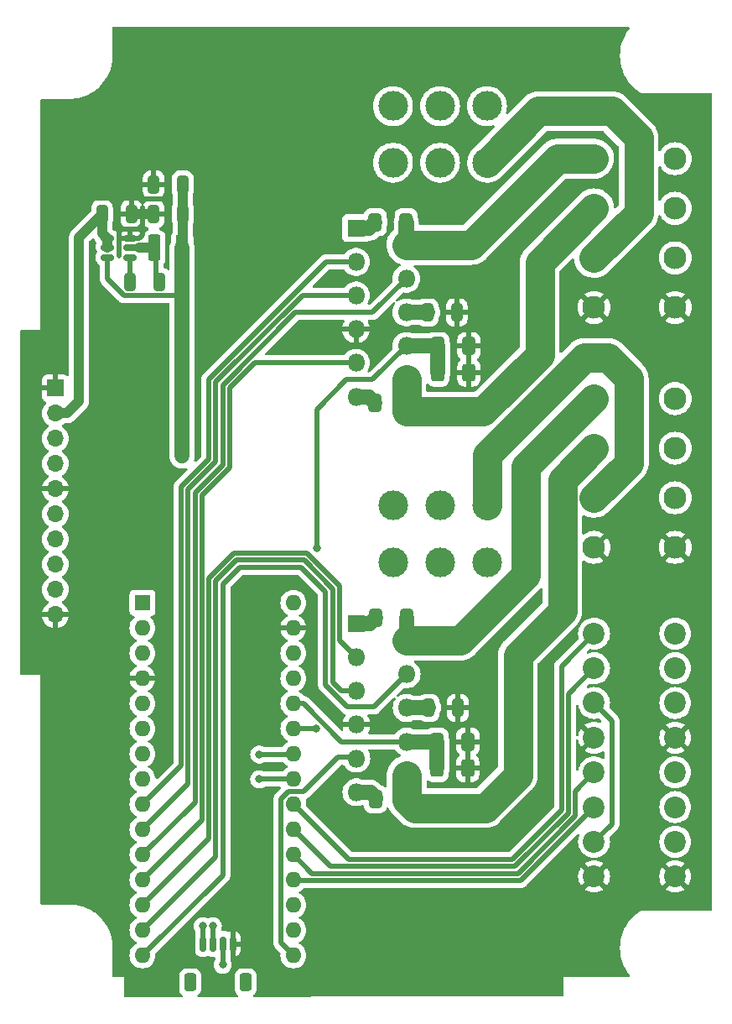
<source format=gbr>
%TF.GenerationSoftware,KiCad,Pcbnew,7.0.9*%
%TF.CreationDate,2024-02-10T00:09:35-05:00*%
%TF.ProjectId,BREAD_Slice,42524541-445f-4536-9c69-63652e6b6963,rev?*%
%TF.SameCoordinates,PX74eba40PY8552dc0*%
%TF.FileFunction,Copper,L2,Bot*%
%TF.FilePolarity,Positive*%
%FSLAX46Y46*%
G04 Gerber Fmt 4.6, Leading zero omitted, Abs format (unit mm)*
G04 Created by KiCad (PCBNEW 7.0.9) date 2024-02-10 00:09:35*
%MOMM*%
%LPD*%
G01*
G04 APERTURE LIST*
G04 Aperture macros list*
%AMRoundRect*
0 Rectangle with rounded corners*
0 $1 Rounding radius*
0 $2 $3 $4 $5 $6 $7 $8 $9 X,Y pos of 4 corners*
0 Add a 4 corners polygon primitive as box body*
4,1,4,$2,$3,$4,$5,$6,$7,$8,$9,$2,$3,0*
0 Add four circle primitives for the rounded corners*
1,1,$1+$1,$2,$3*
1,1,$1+$1,$4,$5*
1,1,$1+$1,$6,$7*
1,1,$1+$1,$8,$9*
0 Add four rect primitives between the rounded corners*
20,1,$1+$1,$2,$3,$4,$5,0*
20,1,$1+$1,$4,$5,$6,$7,0*
20,1,$1+$1,$6,$7,$8,$9,0*
20,1,$1+$1,$8,$9,$2,$3,0*%
G04 Aperture macros list end*
%TA.AperFunction,ComponentPad*%
%ADD10C,2.300000*%
%TD*%
%TA.AperFunction,SMDPad,CuDef*%
%ADD11RoundRect,0.150000X-0.512500X-0.150000X0.512500X-0.150000X0.512500X0.150000X-0.512500X0.150000X0*%
%TD*%
%TA.AperFunction,ComponentPad*%
%ADD12R,1.600000X1.600000*%
%TD*%
%TA.AperFunction,ComponentPad*%
%ADD13O,1.600000X1.600000*%
%TD*%
%TA.AperFunction,ComponentPad*%
%ADD14R,1.700000X1.700000*%
%TD*%
%TA.AperFunction,ComponentPad*%
%ADD15O,1.700000X1.700000*%
%TD*%
%TA.AperFunction,ComponentPad*%
%ADD16R,1.800000X1.800000*%
%TD*%
%TA.AperFunction,ComponentPad*%
%ADD17O,1.800000X1.800000*%
%TD*%
%TA.AperFunction,ComponentPad*%
%ADD18C,2.200000*%
%TD*%
%TA.AperFunction,ComponentPad*%
%ADD19C,3.000000*%
%TD*%
%TA.AperFunction,SMDPad,CuDef*%
%ADD20RoundRect,0.250000X0.412500X0.650000X-0.412500X0.650000X-0.412500X-0.650000X0.412500X-0.650000X0*%
%TD*%
%TA.AperFunction,SMDPad,CuDef*%
%ADD21RoundRect,0.250000X-0.325000X-0.650000X0.325000X-0.650000X0.325000X0.650000X-0.325000X0.650000X0*%
%TD*%
%TA.AperFunction,SMDPad,CuDef*%
%ADD22RoundRect,0.150000X0.150000X0.625000X-0.150000X0.625000X-0.150000X-0.625000X0.150000X-0.625000X0*%
%TD*%
%TA.AperFunction,SMDPad,CuDef*%
%ADD23RoundRect,0.250000X0.350000X0.650000X-0.350000X0.650000X-0.350000X-0.650000X0.350000X-0.650000X0*%
%TD*%
%TA.AperFunction,SMDPad,CuDef*%
%ADD24RoundRect,0.250000X-0.400000X-0.625000X0.400000X-0.625000X0.400000X0.625000X-0.400000X0.625000X0*%
%TD*%
%TA.AperFunction,SMDPad,CuDef*%
%ADD25RoundRect,0.250000X-0.375000X-1.075000X0.375000X-1.075000X0.375000X1.075000X-0.375000X1.075000X0*%
%TD*%
%TA.AperFunction,SMDPad,CuDef*%
%ADD26RoundRect,0.250000X0.325000X0.650000X-0.325000X0.650000X-0.325000X-0.650000X0.325000X-0.650000X0*%
%TD*%
%TA.AperFunction,SMDPad,CuDef*%
%ADD27RoundRect,0.250000X-0.412500X-0.650000X0.412500X-0.650000X0.412500X0.650000X-0.412500X0.650000X0*%
%TD*%
%TA.AperFunction,ViaPad*%
%ADD28C,0.800000*%
%TD*%
%TA.AperFunction,ViaPad*%
%ADD29C,0.500000*%
%TD*%
%TA.AperFunction,ViaPad*%
%ADD30C,1.500000*%
%TD*%
%TA.AperFunction,Conductor*%
%ADD31C,0.500000*%
%TD*%
%TA.AperFunction,Conductor*%
%ADD32C,3.000000*%
%TD*%
%TA.AperFunction,Conductor*%
%ADD33C,1.500000*%
%TD*%
%TA.AperFunction,Conductor*%
%ADD34C,1.000000*%
%TD*%
G04 APERTURE END LIST*
D10*
%TO.P,J11,1,1*%
%TO.N,GND*%
X58000000Y69600000D03*
X66200000Y69600000D03*
%TD*%
%TO.P,J17,1,1*%
%TO.N,GND*%
X58000000Y45400000D03*
X66200000Y45400000D03*
%TD*%
D11*
%TO.P,U2,6,BST*%
%TO.N,Net-(U2-BST)*%
X11137500Y74650000D03*
%TO.P,U2,5,SW*%
%TO.N,Net-(U2-SW)*%
X11137500Y75600000D03*
%TO.P,U2,4,GND*%
%TO.N,GND*%
X11137500Y76550000D03*
%TO.P,U2,3,VIN*%
%TO.N,+12V*%
X8862500Y76550000D03*
%TO.P,U2,2,EN*%
X8862500Y75600000D03*
%TO.P,U2,1,FB*%
%TO.N,+5V*%
X8862500Y74650000D03*
%TD*%
D12*
%TO.P,A1,1,D1/TX*%
%TO.N,unconnected-(A1-D1{slash}TX-Pad1)*%
X12400000Y39800000D03*
D13*
%TO.P,A1,2,D0/RX*%
%TO.N,unconnected-(A1-D0{slash}RX-Pad2)*%
X12400000Y37260000D03*
%TO.P,A1,3,~{RESET}*%
%TO.N,unconnected-(A1-~{RESET}-Pad3)*%
X12400000Y34720000D03*
%TO.P,A1,4,GND*%
%TO.N,GND*%
X12400000Y32180000D03*
%TO.P,A1,5,D2*%
%TO.N,/E_STOP*%
X12400000Y29640000D03*
%TO.P,A1,6,D3*%
%TO.N,/INT*%
X12400000Y27100000D03*
%TO.P,A1,7,D4*%
%TO.N,/SYNC*%
X12400000Y24560000D03*
%TO.P,A1,8,D5*%
%TO.N,/LED*%
X12400000Y22020000D03*
%TO.P,A1,9,D6*%
%TO.N,/DIR1*%
X12400000Y19480000D03*
%TO.P,A1,10,D7*%
%TO.N,/MC1*%
X12400000Y16940000D03*
%TO.P,A1,11,D8*%
%TO.N,/BR1*%
X12400000Y14400000D03*
%TO.P,A1,12,D9*%
%TO.N,/THRM1*%
X12400000Y11860000D03*
%TO.P,A1,13,D10*%
%TO.N,/DIR2*%
X12400000Y9320000D03*
%TO.P,A1,14,D11*%
%TO.N,/MC2*%
X12400000Y6780000D03*
%TO.P,A1,15,D12*%
%TO.N,/BR2*%
X12400000Y4240000D03*
%TO.P,A1,16,D13*%
%TO.N,/THRM2*%
X27640000Y4240000D03*
%TO.P,A1,17,3V3*%
%TO.N,unconnected-(A1-3V3-Pad17)*%
X27640000Y6780000D03*
%TO.P,A1,18,AREF*%
%TO.N,unconnected-(A1-AREF-Pad18)*%
X27640000Y9320000D03*
%TO.P,A1,19,A0*%
%TO.N,/B2*%
X27640000Y11860000D03*
%TO.P,A1,20,A1*%
%TO.N,/A2*%
X27640000Y14400000D03*
%TO.P,A1,21,A2*%
%TO.N,/B1*%
X27640000Y16940000D03*
%TO.P,A1,22,A3*%
%TO.N,/A1*%
X27640000Y19480000D03*
%TO.P,A1,23,A4*%
%TO.N,/I2C_DAT*%
X27640000Y22020000D03*
%TO.P,A1,24,A5*%
%TO.N,/I2C_CLK*%
X27640000Y24560000D03*
%TO.P,A1,25,A6*%
%TO.N,/CSEN1*%
X27640000Y27100000D03*
%TO.P,A1,26,A7*%
%TO.N,/CSEN2*%
X27640000Y29640000D03*
%TO.P,A1,27,+5V*%
%TO.N,+5V*%
X27640000Y32180000D03*
%TO.P,A1,28,~{RESET}*%
%TO.N,unconnected-(A1-~{RESET}-Pad28)*%
X27640000Y34720000D03*
%TO.P,A1,29,GND*%
%TO.N,GND*%
X27640000Y37260000D03*
%TO.P,A1,30,VIN*%
%TO.N,unconnected-(A1-VIN-Pad30)*%
X27640000Y39800000D03*
%TD*%
D14*
%TO.P,J1,1,Pin_1*%
%TO.N,GND*%
X3600000Y61450000D03*
D15*
%TO.P,J1,2,Pin_2*%
%TO.N,+12V*%
X3600000Y58910000D03*
%TO.P,J1,3,Pin_3*%
%TO.N,/I2C_CLK*%
X3600000Y56370000D03*
%TO.P,J1,4,Pin_4*%
%TO.N,/I2C_DAT*%
X3600000Y53830000D03*
%TO.P,J1,5,Pin_5*%
%TO.N,GND*%
X3600000Y51290000D03*
%TO.P,J1,6,Pin_6*%
%TO.N,/E_STOP*%
X3600000Y48750000D03*
%TO.P,J1,7,Pin_7*%
%TO.N,/INT*%
X3600000Y46210000D03*
%TO.P,J1,8,Pin_8*%
%TO.N,/SYNC*%
X3600000Y43670000D03*
%TO.P,J1,9,Pin_9*%
%TO.N,+12V*%
X3600000Y41130000D03*
%TO.P,J1,10,Pin_10*%
%TO.N,GND*%
X3600000Y38590000D03*
%TD*%
D16*
%TO.P,U3,1,BOOTSTRAP1*%
%TO.N,Net-(U3-BOOTSTRAP1)*%
X34000000Y37700000D03*
D17*
%TO.P,U3,2,OUTPUT1*%
%TO.N,Net-(U3-OUTPUT1)*%
X39080000Y36000000D03*
%TO.P,U3,3,DIRECTION*%
%TO.N,/DIR2*%
X34000000Y34300000D03*
%TO.P,U3,4,BRAKE*%
%TO.N,/BR2*%
X39080000Y32600000D03*
%TO.P,U3,5,PWM*%
%TO.N,/MC2*%
X34000000Y30900000D03*
%TO.P,U3,6,VS*%
%TO.N,Net-(SW2-B)*%
X39080000Y29200000D03*
%TO.P,U3,7,GND*%
%TO.N,GND*%
X34000000Y27500000D03*
%TO.P,U3,8,CURRENT_SENSE_OUTPUT*%
%TO.N,/CSEN2*%
X39080000Y25800000D03*
%TO.P,U3,9,~{THERMAL_FLAG_OUTPUT}*%
%TO.N,/THRM2*%
X34000000Y24100000D03*
%TO.P,U3,10,OUTPUT2*%
%TO.N,Net-(U3-OUTPUT2)*%
X39080000Y22400000D03*
%TO.P,U3,11,BOOTSTRAP2*%
%TO.N,Net-(U3-BOOTSTRAP2)*%
X34000000Y20700000D03*
%TD*%
D10*
%TO.P,J13,1,1*%
%TO.N,Net-(U1-OUTPUT2)*%
X58000000Y79600000D03*
X66200000Y79600000D03*
%TD*%
D16*
%TO.P,U1,1,BOOTSTRAP1*%
%TO.N,Net-(U1-BOOTSTRAP1)*%
X33965000Y77600000D03*
D17*
%TO.P,U1,2,OUTPUT1*%
%TO.N,Net-(U1-OUTPUT1)*%
X39045000Y75900000D03*
%TO.P,U1,3,DIRECTION*%
%TO.N,/DIR1*%
X33965000Y74200000D03*
%TO.P,U1,4,BRAKE*%
%TO.N,/BR1*%
X39045000Y72500000D03*
%TO.P,U1,5,PWM*%
%TO.N,/MC1*%
X33965000Y70800000D03*
%TO.P,U1,6,VS*%
%TO.N,Net-(SW1-B)*%
X39045000Y69100000D03*
%TO.P,U1,7,GND*%
%TO.N,GND*%
X33965000Y67400000D03*
%TO.P,U1,8,CURRENT_SENSE_OUTPUT*%
%TO.N,/CSEN1*%
X39045000Y65700000D03*
%TO.P,U1,9,~{THERMAL_FLAG_OUTPUT}*%
%TO.N,/THRM1*%
X33965000Y64000000D03*
%TO.P,U1,10,OUTPUT2*%
%TO.N,Net-(U1-OUTPUT2)*%
X39045000Y62300000D03*
%TO.P,U1,11,BOOTSTRAP2*%
%TO.N,Net-(U1-BOOTSTRAP2)*%
X33965000Y60600000D03*
%TD*%
D10*
%TO.P,J14,1,1*%
%TO.N,Net-(U3-OUTPUT1)*%
X58000000Y60400000D03*
X66200000Y60400000D03*
%TD*%
%TO.P,J12,1,1*%
%TO.N,Net-(U1-OUTPUT1)*%
X58000000Y84600000D03*
X66200000Y84600000D03*
%TD*%
D18*
%TO.P,J8,1,1*%
%TO.N,+5V*%
X58000000Y29700000D03*
X66200000Y29700000D03*
%TD*%
%TO.P,J4,1,1*%
%TO.N,+5V*%
X58000000Y15700000D03*
X66200000Y15700000D03*
%TD*%
%TO.P,J3,1,1*%
%TO.N,/B2*%
X58000000Y19200000D03*
X66200000Y19200000D03*
%TD*%
D19*
%TO.P,SW2,1,A*%
%TO.N,+12V*%
X37700000Y43900000D03*
X37700000Y49600000D03*
%TO.P,SW2,2,B*%
%TO.N,Net-(SW2-B)*%
X42450000Y43900000D03*
X42450000Y49600000D03*
%TO.P,SW2,3,C*%
%TO.N,/CUST2*%
X47200000Y43900000D03*
X47200000Y49600000D03*
%TD*%
D18*
%TO.P,J2,1,1*%
%TO.N,/A2*%
X58000000Y22700000D03*
X66200000Y22700000D03*
%TD*%
%TO.P,J6,1,1*%
%TO.N,/A1*%
X58000000Y36700000D03*
X66200000Y36700000D03*
%TD*%
D10*
%TO.P,J15,1,1*%
%TO.N,Net-(U3-OUTPUT2)*%
X58000000Y55400000D03*
X66200000Y55400000D03*
%TD*%
%TO.P,J10,1,1*%
%TO.N,/CUST1*%
X58000000Y74600000D03*
X66200000Y74600000D03*
%TD*%
%TO.P,J16,1,1*%
%TO.N,/CUST2*%
X58000000Y50400000D03*
X66200000Y50400000D03*
%TD*%
D18*
%TO.P,J9,1,1*%
%TO.N,GND*%
X58000000Y26200000D03*
X66200000Y26200000D03*
%TD*%
%TO.P,J7,1,1*%
%TO.N,/B1*%
X58000000Y33200000D03*
X66200000Y33200000D03*
%TD*%
%TO.P,J5,1,1*%
%TO.N,GND*%
X58000000Y12200000D03*
X66200000Y12200000D03*
%TD*%
D19*
%TO.P,SW1,1,A*%
%TO.N,+12V*%
X37700000Y84200000D03*
X37700000Y89900000D03*
%TO.P,SW1,2,B*%
%TO.N,Net-(SW1-B)*%
X42450000Y84200000D03*
X42450000Y89900000D03*
%TO.P,SW1,3,C*%
%TO.N,/CUST1*%
X47200000Y84200000D03*
X47200000Y89900000D03*
%TD*%
D20*
%TO.P,C6,1*%
%TO.N,Net-(U1-OUTPUT1)*%
X39027500Y78200000D03*
%TO.P,C6,2*%
%TO.N,Net-(U1-BOOTSTRAP1)*%
X35902500Y78200000D03*
%TD*%
D21*
%TO.P,C5,1*%
%TO.N,GND*%
X13525000Y79000000D03*
%TO.P,C5,2*%
%TO.N,+5V*%
X16475000Y79000000D03*
%TD*%
%TO.P,C7,1*%
%TO.N,GND*%
X13525000Y82000000D03*
%TO.P,C7,2*%
%TO.N,+5V*%
X16475000Y82000000D03*
%TD*%
D22*
%TO.P,J18,1,Pin_1*%
%TO.N,GND*%
X21510000Y5400000D03*
%TO.P,J18,2,Pin_2*%
%TO.N,+5V*%
X20510000Y5400000D03*
%TO.P,J18,3,Pin_3*%
%TO.N,/I2C_DAT*%
X19510000Y5400000D03*
%TO.P,J18,4,Pin_4*%
%TO.N,/I2C_CLK*%
X18510000Y5400000D03*
D23*
%TO.P,J18,MP*%
%TO.N,N/C*%
X17210000Y1525000D03*
X22810000Y1525000D03*
%TD*%
D24*
%TO.P,R1,1*%
%TO.N,/CSEN1*%
X42250000Y63000000D03*
%TO.P,R1,2*%
%TO.N,GND*%
X45350000Y63000000D03*
%TD*%
D20*
%TO.P,C9,1*%
%TO.N,Net-(U3-OUTPUT1)*%
X39105000Y38300000D03*
%TO.P,C9,2*%
%TO.N,Net-(U3-BOOTSTRAP1)*%
X35980000Y38300000D03*
%TD*%
D25*
%TO.P,L1,1*%
%TO.N,Net-(U2-SW)*%
X13600000Y75600000D03*
%TO.P,L1,2*%
%TO.N,+5V*%
X16400000Y75600000D03*
%TD*%
D26*
%TO.P,C1,2*%
%TO.N,+12V*%
X8325000Y79000000D03*
%TO.P,C1,1*%
%TO.N,GND*%
X11275000Y79000000D03*
%TD*%
D24*
%TO.P,R2,1*%
%TO.N,/CSEN2*%
X42150000Y23100000D03*
%TO.P,R2,2*%
%TO.N,GND*%
X45250000Y23100000D03*
%TD*%
D27*
%TO.P,C10,1*%
%TO.N,Net-(U3-BOOTSTRAP2)*%
X35917500Y20000000D03*
%TO.P,C10,2*%
%TO.N,Net-(U3-OUTPUT2)*%
X39042500Y20000000D03*
%TD*%
D21*
%TO.P,C3,1*%
%TO.N,Net-(SW2-B)*%
X41305000Y29200000D03*
%TO.P,C3,2*%
%TO.N,GND*%
X44255000Y29200000D03*
%TD*%
D27*
%TO.P,C11,1*%
%TO.N,/CSEN2*%
X42137500Y25800000D03*
%TO.P,C11,2*%
%TO.N,GND*%
X45262500Y25800000D03*
%TD*%
D21*
%TO.P,C2,1*%
%TO.N,Net-(SW1-B)*%
X41190000Y69100000D03*
%TO.P,C2,2*%
%TO.N,GND*%
X44140000Y69100000D03*
%TD*%
D26*
%TO.P,C4,2*%
%TO.N,Net-(U2-BST)*%
X11125000Y72200000D03*
%TO.P,C4,1*%
%TO.N,Net-(U2-SW)*%
X14075000Y72200000D03*
%TD*%
D27*
%TO.P,C8,1*%
%TO.N,Net-(U1-BOOTSTRAP2)*%
X35902500Y60000000D03*
%TO.P,C8,2*%
%TO.N,Net-(U1-OUTPUT2)*%
X39027500Y60000000D03*
%TD*%
%TO.P,C12,1*%
%TO.N,/CSEN1*%
X42237500Y65700000D03*
%TO.P,C12,2*%
%TO.N,GND*%
X45362500Y65700000D03*
%TD*%
D28*
%TO.N,GND*%
X18100000Y72650000D03*
X18100000Y80550000D03*
D29*
X11100000Y77500000D03*
X12400000Y78400000D03*
X10000000Y74800000D03*
X12000000Y77500000D03*
X11300000Y80500000D03*
X13600000Y80500000D03*
X12400000Y79700000D03*
D28*
X11200000Y82250000D03*
X7400000Y75250000D03*
X7600000Y72000000D03*
X18100000Y77650000D03*
X50200000Y2100000D03*
D30*
%TO.N,+5V*%
X16400000Y54600000D03*
D28*
X20500000Y3300000D03*
%TO.N,/I2C_CLK*%
X24200000Y24500000D03*
X18500000Y7200000D03*
%TO.N,/I2C_DAT*%
X19500000Y7200000D03*
X24200000Y22000000D03*
%TO.N,/CSEN1*%
X30000000Y45300000D03*
X29949500Y27100000D03*
%TD*%
D31*
%TO.N,/CSEN1*%
X30000000Y59300000D02*
X33000000Y62300000D01*
X30000000Y45300000D02*
X30000000Y59300000D01*
X33000000Y62300000D02*
X35645000Y62300000D01*
X35645000Y62300000D02*
X39045000Y65700000D01*
D32*
%TO.N,Net-(U3-OUTPUT2)*%
X39080000Y19962500D02*
X39080000Y22400000D01*
X39942500Y19100000D02*
X39080000Y19962500D01*
X47000000Y19100000D02*
X39942500Y19100000D01*
X50300000Y34500000D02*
X50300000Y22400000D01*
X54800000Y39000000D02*
X50300000Y34500000D01*
X50300000Y22400000D02*
X47000000Y19100000D01*
X54800000Y52200000D02*
X54800000Y39000000D01*
X58000000Y55400000D02*
X54800000Y52200000D01*
%TO.N,Net-(U1-OUTPUT2)*%
X39045000Y59100000D02*
X39045000Y62300000D01*
X52500000Y64800000D02*
X46800000Y59100000D01*
X46800000Y59100000D02*
X39045000Y59100000D01*
X52500000Y74100000D02*
X52500000Y64800000D01*
X58000000Y79600000D02*
X52500000Y74100000D01*
D33*
%TO.N,/CSEN1*%
X42237500Y63012500D02*
X42250000Y63000000D01*
X42237500Y65700000D02*
X42237500Y63012500D01*
X39045000Y65700000D02*
X42237500Y65700000D01*
D32*
%TO.N,Net-(U3-OUTPUT1)*%
X51100000Y53500000D02*
X58000000Y60400000D01*
X51100000Y42600000D02*
X51100000Y53500000D01*
X44500000Y36000000D02*
X51100000Y42600000D01*
X39080000Y36000000D02*
X44500000Y36000000D01*
D33*
%TO.N,/CSEN2*%
X42150000Y25787500D02*
X42150000Y23100000D01*
D31*
X42137500Y25800000D02*
X42150000Y25787500D01*
D33*
X39080000Y25800000D02*
X42137500Y25800000D01*
D32*
%TO.N,Net-(U1-OUTPUT1)*%
X45600000Y75900000D02*
X54300000Y84600000D01*
X54300000Y84600000D02*
X58000000Y84600000D01*
X39045000Y75900000D02*
X45600000Y75900000D01*
%TO.N,/CUST2*%
X47200000Y54700000D02*
X47200000Y49600000D01*
X57000000Y64500000D02*
X47200000Y54700000D01*
X59400000Y64500000D02*
X57000000Y64500000D01*
X61500000Y53900000D02*
X61500000Y62400000D01*
X58000000Y50400000D02*
X61500000Y53900000D01*
X61500000Y62400000D02*
X59400000Y64500000D01*
D33*
%TO.N,Net-(U1-OUTPUT1)*%
X39027500Y75917500D02*
X39027500Y78200000D01*
X39045000Y75900000D02*
X39027500Y75917500D01*
D32*
%TO.N,/CUST1*%
X59800000Y89400000D02*
X52400000Y89400000D01*
X62500000Y79100000D02*
X62500000Y86700000D01*
X62500000Y86700000D02*
X59800000Y89400000D01*
X58000000Y74600000D02*
X62500000Y79100000D01*
X52400000Y89400000D02*
X47200000Y84200000D01*
D33*
%TO.N,+5V*%
X16400000Y54600000D02*
X16400000Y70800000D01*
D31*
%TO.N,/A2*%
X56100000Y18289950D02*
X56100000Y20800000D01*
X56100000Y20800000D02*
X58000000Y22700000D01*
X50310050Y12500000D02*
X56100000Y18289950D01*
X29540000Y12500000D02*
X50310050Y12500000D01*
X27640000Y14400000D02*
X29540000Y12500000D01*
%TO.N,/B1*%
X31380000Y13200000D02*
X27640000Y16940000D01*
X50020100Y13200000D02*
X31380000Y13200000D01*
X55400000Y18579900D02*
X50020100Y13200000D01*
X55400000Y30600000D02*
X55400000Y18579900D01*
X58000000Y33200000D02*
X55400000Y30600000D01*
%TO.N,/A1*%
X54700000Y18869850D02*
X54700000Y33400000D01*
X49730150Y13900000D02*
X54700000Y18869850D01*
X33220000Y13900000D02*
X49730150Y13900000D01*
X27640000Y19480000D02*
X33220000Y13900000D01*
X54700000Y33400000D02*
X58000000Y36700000D01*
%TO.N,+5V*%
X59800000Y17500000D02*
X58000000Y15700000D01*
X58000000Y29700000D02*
X59800000Y27900000D01*
X59800000Y27900000D02*
X59800000Y17500000D01*
%TO.N,Net-(U2-SW)*%
X13800000Y72475000D02*
X13800000Y75400000D01*
X13800000Y75400000D02*
X13600000Y75600000D01*
X14075000Y72200000D02*
X13800000Y72475000D01*
%TO.N,Net-(U2-BST)*%
X11125000Y74637500D02*
X11137500Y74650000D01*
X11125000Y72200000D02*
X11125000Y74637500D01*
%TO.N,+5V*%
X8862500Y72490622D02*
X10553122Y70800000D01*
X10553122Y70800000D02*
X16400000Y70800000D01*
X8862500Y74650000D02*
X8862500Y72490622D01*
D33*
X16400000Y70800000D02*
X16400000Y75600000D01*
D34*
%TO.N,+12V*%
X8862500Y76550000D02*
X8862500Y75650000D01*
X8325000Y77087500D02*
X8862500Y76550000D01*
X8325000Y79000000D02*
X8325000Y77087500D01*
X6000000Y76675000D02*
X8325000Y79000000D01*
X6000000Y60107919D02*
X6000000Y76675000D01*
X4802081Y58910000D02*
X6000000Y60107919D01*
X3600000Y58910000D02*
X4802081Y58910000D01*
D31*
%TO.N,GND*%
X11137500Y76550000D02*
X10050000Y76550000D01*
X10000000Y76500000D02*
X10000000Y74800000D01*
X10000000Y77200000D02*
X10000000Y76500000D01*
X10050000Y76550000D02*
X10000000Y76500000D01*
X10300000Y77500000D02*
X10000000Y77200000D01*
X11100000Y77500000D02*
X10300000Y77500000D01*
D34*
%TO.N,Net-(U2-SW)*%
X13600000Y75600000D02*
X12056238Y75600000D01*
D31*
%TO.N,GND*%
X12050000Y76550000D02*
X12400000Y76900000D01*
X11137500Y76550000D02*
X12050000Y76550000D01*
X12400000Y76900000D02*
X12400000Y78400000D01*
X11100000Y76587500D02*
X11137500Y76550000D01*
X11100000Y77500000D02*
X11100000Y76587500D01*
X12000000Y77500000D02*
X11100000Y77500000D01*
X12400000Y77900000D02*
X12000000Y77500000D01*
X12400000Y78400000D02*
X12400000Y77900000D01*
X14200000Y80500000D02*
X14500000Y80500000D01*
X12700000Y80500000D02*
X14200000Y80500000D01*
X13600000Y80500000D02*
X12700000Y80500000D01*
X12400000Y79700000D02*
X12400000Y78400000D01*
D34*
X13525000Y79000000D02*
X11275000Y79000000D01*
%TO.N,+5V*%
X16475000Y75675000D02*
X16400000Y75600000D01*
X16475000Y82000000D02*
X16475000Y75675000D01*
D33*
%TO.N,/CUST2*%
X47200000Y53500000D02*
X47200000Y49600000D01*
D31*
%TO.N,+5V*%
X20500000Y5390000D02*
X20510000Y5400000D01*
X20500000Y3300000D02*
X20500000Y5390000D01*
X27820000Y32000000D02*
X27640000Y32180000D01*
%TO.N,/I2C_CLK*%
X18510000Y7190000D02*
X18500000Y7200000D01*
X27580000Y24500000D02*
X27640000Y24560000D01*
X24200000Y24500000D02*
X27580000Y24500000D01*
X18510000Y5400000D02*
X18510000Y7190000D01*
%TO.N,/I2C_DAT*%
X24200000Y22000000D02*
X27620000Y22000000D01*
X19510000Y5400000D02*
X19510000Y7190000D01*
X27620000Y22000000D02*
X27640000Y22020000D01*
X19510000Y7190000D02*
X19500000Y7200000D01*
D33*
%TO.N,+12V*%
X3600000Y58910000D02*
X3594415Y58904415D01*
%TO.N,unconnected-(A1-VIN-Pad30)*%
X27657000Y39783000D02*
X27640000Y39800000D01*
%TO.N,Net-(SW1-B)*%
X41190000Y69100000D02*
X39045000Y69100000D01*
%TO.N,Net-(SW2-B)*%
X39080000Y29200000D02*
X41305000Y29200000D01*
%TO.N,Net-(U1-OUTPUT1)*%
X39045000Y75900000D02*
X39045000Y78182500D01*
X39045000Y78182500D02*
X39027500Y78200000D01*
%TO.N,Net-(U1-BOOTSTRAP1)*%
X35302500Y77600000D02*
X33965000Y77600000D01*
X35902500Y78200000D02*
X35302500Y77600000D01*
%TO.N,Net-(U1-BOOTSTRAP2)*%
X35902500Y60000000D02*
X35302500Y60600000D01*
X35302500Y60600000D02*
X33965000Y60600000D01*
%TO.N,Net-(U1-OUTPUT2)*%
X39045000Y62300000D02*
X39045000Y60017500D01*
X39045000Y60017500D02*
X39027500Y60000000D01*
%TO.N,Net-(U3-OUTPUT1)*%
X39080000Y36000000D02*
X39080000Y38275000D01*
X39080000Y38275000D02*
X39105000Y38300000D01*
%TO.N,Net-(U3-BOOTSTRAP1)*%
X34000000Y37700000D02*
X35380000Y37700000D01*
X35380000Y37700000D02*
X35980000Y38300000D01*
%TO.N,Net-(U3-BOOTSTRAP2)*%
X35917500Y20000000D02*
X35917500Y20182500D01*
X35400000Y20700000D02*
X34000000Y20700000D01*
X35917500Y20182500D02*
X35400000Y20700000D01*
%TO.N,Net-(U3-OUTPUT2)*%
X39080000Y22400000D02*
X39080000Y20037500D01*
X39080000Y20037500D02*
X39042500Y20000000D01*
D31*
%TO.N,/CSEN2*%
X32500000Y25800000D02*
X39080000Y25800000D01*
X38980000Y25900000D02*
X39080000Y25800000D01*
X27640000Y29640000D02*
X28660000Y29640000D01*
X28660000Y29640000D02*
X32500000Y25800000D01*
%TO.N,/CSEN1*%
X29949500Y27100000D02*
X27640000Y27100000D01*
%TO.N,/B2*%
X27700000Y11800000D02*
X27640000Y11860000D01*
X58000000Y19200000D02*
X50600000Y11800000D01*
X50600000Y11800000D02*
X27700000Y11800000D01*
%TO.N,/DIR1*%
X16300000Y51499997D02*
X16300000Y23380000D01*
X33965000Y74200000D02*
X30965000Y74200000D01*
X16300000Y23380000D02*
X12400000Y19480000D01*
X30965000Y74200000D02*
X19100000Y62335000D01*
X19100000Y62335000D02*
X19100000Y54300000D01*
X19100000Y54300000D02*
X16300000Y51499997D01*
%TO.N,/BR1*%
X20500000Y61755100D02*
X20500000Y53720100D01*
X35645000Y69100000D02*
X27844900Y69100000D01*
X17700000Y50920099D02*
X17700000Y19700000D01*
X17700000Y19700000D02*
X12400000Y14400000D01*
X39045000Y72500000D02*
X35645000Y69100000D01*
X20500000Y53720100D02*
X17700000Y50920099D01*
X27844900Y69100000D02*
X20500000Y61755100D01*
%TO.N,/MC1*%
X19800000Y62045050D02*
X19800000Y54010050D01*
X17000000Y21540000D02*
X12400000Y16940000D01*
X28554950Y70800000D02*
X19800000Y62045050D01*
X19800000Y54010050D02*
X17000000Y51210048D01*
X33965000Y70800000D02*
X28554950Y70800000D01*
X17000000Y51210048D02*
X17000000Y21540000D01*
%TO.N,/THRM1*%
X21200000Y53430150D02*
X18400000Y50630150D01*
X33965000Y64000000D02*
X23734850Y64000000D01*
X18400000Y50630150D02*
X18400000Y17860000D01*
X21200000Y61465150D02*
X21200000Y53430150D01*
X18400000Y17860000D02*
X12400000Y11860000D01*
X23734850Y64000000D02*
X21200000Y61465150D01*
%TO.N,/DIR2*%
X19100000Y16020000D02*
X12400000Y9320000D01*
X32300000Y36000000D02*
X32300000Y41500000D01*
X34000000Y34300000D02*
X32300000Y36000000D01*
X19100000Y42279900D02*
X19100000Y16020000D01*
X32300000Y41500000D02*
X29000000Y44800000D01*
X21620101Y44800000D02*
X19100000Y42279900D01*
X29000000Y44800000D02*
X21620101Y44800000D01*
%TO.N,/BR2*%
X20500000Y12300000D02*
X20500000Y41700000D01*
X22200000Y43400000D02*
X28420100Y43400000D01*
X12400000Y4240000D02*
X12440000Y4240000D01*
X28420100Y43400000D02*
X30900000Y40920100D01*
X20500000Y41700000D02*
X22200000Y43400000D01*
X30900000Y40920100D02*
X30900000Y31500001D01*
X35780000Y29300000D02*
X39080000Y32600000D01*
X33100000Y29300000D02*
X35780000Y29300000D01*
X12440000Y4240000D02*
X20500000Y12300000D01*
X30900000Y31500001D02*
X33100000Y29300000D01*
%TO.N,/MC2*%
X19800000Y41989950D02*
X21910051Y44100000D01*
X32489950Y30900000D02*
X34000000Y30900000D01*
X12400000Y6780000D02*
X19800000Y14180000D01*
X31600000Y31789950D02*
X32489950Y30900000D01*
X21910051Y44100000D02*
X28710050Y44100000D01*
X28710050Y44100000D02*
X31600000Y41210050D01*
X31600000Y41210050D02*
X31600000Y31789950D01*
X19800000Y14180000D02*
X19800000Y41989950D01*
%TO.N,/THRM2*%
X33900000Y24200000D02*
X34000000Y24100000D01*
X28630000Y20730000D02*
X32100000Y24200000D01*
X26390000Y19997767D02*
X27122233Y20730000D01*
X32100000Y24200000D02*
X33900000Y24200000D01*
X26390000Y5490000D02*
X26390000Y19997767D01*
X27122233Y20730000D02*
X28630000Y20730000D01*
X27640000Y4240000D02*
X26390000Y5490000D01*
%TD*%
%TA.AperFunction,Conductor*%
%TO.N,GND*%
G36*
X52759402Y41229011D02*
G01*
X52789917Y41164907D01*
X52791500Y41144997D01*
X52791500Y39884139D01*
X52771498Y39816018D01*
X52754595Y39795044D01*
X48918149Y35958599D01*
X48915757Y35956328D01*
X48851683Y35898635D01*
X48851678Y35898629D01*
X48772665Y35804466D01*
X48692020Y35711695D01*
X48684531Y35700163D01*
X48679960Y35693986D01*
X48671122Y35683452D01*
X48671115Y35683442D01*
X48638535Y35631304D01*
X48605986Y35579214D01*
X48566630Y35518612D01*
X48539034Y35476116D01*
X48533224Y35463657D01*
X48529555Y35456900D01*
X48522275Y35445248D01*
X48522268Y35445235D01*
X48472284Y35332969D01*
X48420323Y35221540D01*
X48420322Y35221536D01*
X48416301Y35208387D01*
X48413609Y35201187D01*
X48408023Y35188640D01*
X48408018Y35188626D01*
X48374135Y35070463D01*
X48338198Y34952915D01*
X48336046Y34939338D01*
X48334383Y34931836D01*
X48330592Y34918611D01*
X48313489Y34796913D01*
X48294255Y34675479D01*
X48294014Y34661724D01*
X48293411Y34654061D01*
X48291500Y34640455D01*
X48291500Y34517579D01*
X48289353Y34394628D01*
X48291030Y34380975D01*
X48291500Y34373291D01*
X48291500Y23284138D01*
X48271498Y23216017D01*
X48254595Y23195043D01*
X46204957Y21145405D01*
X46142645Y21111379D01*
X46115862Y21108500D01*
X41214500Y21108500D01*
X41146379Y21128502D01*
X41099886Y21182158D01*
X41088500Y21234500D01*
X41088500Y21766078D01*
X41108502Y21834199D01*
X41162158Y21880692D01*
X41232432Y21890796D01*
X41280644Y21873320D01*
X41427262Y21782885D01*
X41595574Y21727113D01*
X41699455Y21716500D01*
X42600544Y21716501D01*
X42704426Y21727113D01*
X42872738Y21782885D01*
X43023652Y21875970D01*
X43149030Y22001348D01*
X43242115Y22152262D01*
X43297887Y22320574D01*
X43308500Y22424455D01*
X43308499Y22582301D01*
X43316534Y22626575D01*
X43335366Y22676750D01*
X43368051Y22763839D01*
X43375650Y22805714D01*
X43382961Y22846000D01*
X44092000Y22846000D01*
X44092000Y22424484D01*
X44102605Y22320682D01*
X44102606Y22320679D01*
X44158342Y22152475D01*
X44251365Y22001661D01*
X44251370Y22001655D01*
X44376654Y21876371D01*
X44376660Y21876366D01*
X44527474Y21783343D01*
X44695678Y21727607D01*
X44695681Y21727606D01*
X44799483Y21717001D01*
X44799483Y21717000D01*
X44996000Y21717000D01*
X44996000Y22846000D01*
X45504000Y22846000D01*
X45504000Y21717000D01*
X45700517Y21717000D01*
X45700516Y21717001D01*
X45804318Y21727606D01*
X45804321Y21727607D01*
X45972525Y21783343D01*
X46123339Y21876366D01*
X46123345Y21876371D01*
X46248629Y22001655D01*
X46248634Y22001661D01*
X46341657Y22152475D01*
X46397393Y22320679D01*
X46397394Y22320682D01*
X46407999Y22424484D01*
X46408000Y22424484D01*
X46408000Y22846000D01*
X45504000Y22846000D01*
X44996000Y22846000D01*
X44092000Y22846000D01*
X43382961Y22846000D01*
X43408500Y22986730D01*
X43408500Y25546000D01*
X44092000Y25546000D01*
X44092000Y25099484D01*
X44102605Y24995682D01*
X44102606Y24995679D01*
X44158342Y24827475D01*
X44251365Y24676661D01*
X44251370Y24676655D01*
X44376654Y24551371D01*
X44376665Y24551362D01*
X44387402Y24544739D01*
X44434879Y24491952D01*
X44446281Y24421877D01*
X44417987Y24356762D01*
X44387402Y24330261D01*
X44376665Y24323639D01*
X44376654Y24323630D01*
X44251370Y24198346D01*
X44251365Y24198340D01*
X44158342Y24047526D01*
X44102606Y23879322D01*
X44102605Y23879319D01*
X44092000Y23775517D01*
X44092000Y23354000D01*
X44996000Y23354000D01*
X45504000Y23354000D01*
X46408000Y23354000D01*
X46408000Y23775517D01*
X46397394Y23879319D01*
X46397393Y23879322D01*
X46341657Y24047526D01*
X46248634Y24198340D01*
X46248629Y24198346D01*
X46123345Y24323630D01*
X46117584Y24328185D01*
X46118728Y24329633D01*
X46077621Y24375335D01*
X46066218Y24445410D01*
X46094510Y24510526D01*
X46125100Y24537031D01*
X46148336Y24551364D01*
X46148345Y24551371D01*
X46273629Y24676655D01*
X46273634Y24676661D01*
X46366657Y24827475D01*
X46422393Y24995679D01*
X46422394Y24995682D01*
X46432999Y25099484D01*
X46433000Y25099484D01*
X46433000Y25546000D01*
X45516500Y25546000D01*
X45516500Y24416691D01*
X45504000Y24374120D01*
X45504000Y23354000D01*
X44996000Y23354000D01*
X44996000Y24458309D01*
X45008500Y24500881D01*
X45008500Y25546000D01*
X44092000Y25546000D01*
X43408500Y25546000D01*
X43408500Y25844016D01*
X43408500Y25844022D01*
X43393281Y26013122D01*
X43393281Y26013124D01*
X43382000Y26054000D01*
X44092000Y26054000D01*
X45008500Y26054000D01*
X45008500Y27208000D01*
X45516500Y27208000D01*
X45516500Y26054000D01*
X46433000Y26054000D01*
X46433000Y26500517D01*
X46422394Y26604319D01*
X46422393Y26604322D01*
X46366657Y26772526D01*
X46273634Y26923340D01*
X46273629Y26923346D01*
X46148345Y27048630D01*
X46148339Y27048635D01*
X45997525Y27141658D01*
X45829321Y27197394D01*
X45829318Y27197395D01*
X45725516Y27208000D01*
X45516500Y27208000D01*
X45008500Y27208000D01*
X44799483Y27208000D01*
X44695681Y27197395D01*
X44695678Y27197394D01*
X44527474Y27141658D01*
X44376660Y27048635D01*
X44376654Y27048630D01*
X44251370Y26923346D01*
X44251365Y26923340D01*
X44158342Y26772526D01*
X44102606Y26604322D01*
X44102605Y26604319D01*
X44092000Y26500517D01*
X44092000Y26054000D01*
X43382000Y26054000D01*
X43333015Y26231489D01*
X43333014Y26231493D01*
X43320975Y26256491D01*
X43308499Y26311158D01*
X43308499Y26500545D01*
X43297887Y26604426D01*
X43282534Y26650760D01*
X43242115Y26772738D01*
X43149030Y26923652D01*
X43149029Y26923653D01*
X43149024Y26923659D01*
X43023658Y27049025D01*
X43023652Y27049030D01*
X42981470Y27075048D01*
X42872738Y27142115D01*
X42788341Y27170081D01*
X42704427Y27197887D01*
X42704420Y27197888D01*
X42600553Y27208500D01*
X41674455Y27208500D01*
X41570574Y27197888D01*
X41402259Y27142114D01*
X41297113Y27077259D01*
X41230967Y27058500D01*
X39745763Y27058500D01*
X39685795Y27073686D01*
X39647727Y27094287D01*
X39647724Y27094288D01*
X39647723Y27094289D01*
X39426955Y27170079D01*
X39426948Y27170081D01*
X39328411Y27186524D01*
X39196712Y27208500D01*
X38963288Y27208500D01*
X38848066Y27189273D01*
X38733051Y27170081D01*
X38733044Y27170079D01*
X38512276Y27094289D01*
X38512273Y27094287D01*
X38306985Y26983191D01*
X38306983Y26983190D01*
X38122778Y26839818D01*
X38122774Y26839814D01*
X37964685Y26668084D01*
X37930387Y26615585D01*
X37876384Y26569496D01*
X37824904Y26558500D01*
X35299579Y26558500D01*
X35231458Y26578502D01*
X35184965Y26632158D01*
X35174861Y26702432D01*
X35194096Y26753415D01*
X35242543Y26827570D01*
X35336273Y27041253D01*
X35336275Y27041257D01*
X35388124Y27246000D01*
X34431116Y27246000D01*
X34459493Y27290156D01*
X34500000Y27428111D01*
X34500000Y27571889D01*
X34459493Y27709844D01*
X34431116Y27754000D01*
X35388124Y27754000D01*
X35336275Y27958744D01*
X35336273Y27958748D01*
X35242543Y28172431D01*
X35128763Y28346585D01*
X35108250Y28414553D01*
X35127739Y28482822D01*
X35181044Y28529717D01*
X35234246Y28541500D01*
X35715559Y28541500D01*
X35733819Y28540170D01*
X35738715Y28539453D01*
X35757789Y28536659D01*
X35791146Y28539578D01*
X35810385Y28541260D01*
X35815878Y28541500D01*
X35824176Y28541500D01*
X35824180Y28541500D01*
X35850512Y28544579D01*
X35857096Y28545348D01*
X35863861Y28545940D01*
X35934426Y28552113D01*
X35934432Y28552116D01*
X35941618Y28553598D01*
X35941631Y28553532D01*
X35948987Y28555164D01*
X35948972Y28555229D01*
X35956104Y28556921D01*
X35956113Y28556921D01*
X36029065Y28583474D01*
X36102738Y28607886D01*
X36102740Y28607888D01*
X36109389Y28610988D01*
X36109418Y28610926D01*
X36116203Y28614211D01*
X36116173Y28614271D01*
X36122728Y28617564D01*
X36122732Y28617565D01*
X36187605Y28660234D01*
X36253651Y28700970D01*
X36253660Y28700980D01*
X36259408Y28705523D01*
X36259450Y28705469D01*
X36265289Y28710225D01*
X36265246Y28710277D01*
X36270865Y28714994D01*
X36270874Y28714999D01*
X36324163Y28771483D01*
X37753778Y30201099D01*
X37816087Y30235121D01*
X37886902Y30230057D01*
X37943738Y30187510D01*
X37968549Y30120990D01*
X37953458Y30051616D01*
X37948353Y30043086D01*
X37837015Y29872670D01*
X37743252Y29658911D01*
X37743249Y29658904D01*
X37685950Y29432634D01*
X37685949Y29432628D01*
X37685949Y29432626D01*
X37666673Y29200000D01*
X37684633Y28983251D01*
X37685950Y28967367D01*
X37743249Y28741097D01*
X37743252Y28741090D01*
X37837015Y28527332D01*
X37964685Y28331917D01*
X38122774Y28160187D01*
X38122778Y28160183D01*
X38146262Y28141905D01*
X38306983Y28016810D01*
X38512273Y27905713D01*
X38733049Y27829920D01*
X38963288Y27791500D01*
X38963292Y27791500D01*
X39196708Y27791500D01*
X39196712Y27791500D01*
X39426951Y27829920D01*
X39647727Y27905713D01*
X39685795Y27926315D01*
X39745763Y27941500D01*
X40485967Y27941500D01*
X40552113Y27922741D01*
X40656265Y27858500D01*
X40657262Y27857885D01*
X40825574Y27802113D01*
X40929455Y27791500D01*
X41680544Y27791501D01*
X41784426Y27802113D01*
X41952738Y27857885D01*
X42103652Y27950970D01*
X42229030Y28076348D01*
X42322115Y28227262D01*
X42377887Y28395574D01*
X42388500Y28499455D01*
X42388499Y28519138D01*
X42408498Y28587257D01*
X42409237Y28588394D01*
X42417709Y28601226D01*
X42506743Y28809530D01*
X42537891Y28946000D01*
X43172000Y28946000D01*
X43172000Y28499484D01*
X43182605Y28395682D01*
X43182606Y28395679D01*
X43238342Y28227475D01*
X43331365Y28076661D01*
X43331370Y28076655D01*
X43456654Y27951371D01*
X43456660Y27951366D01*
X43607474Y27858343D01*
X43775678Y27802607D01*
X43775681Y27802606D01*
X43879483Y27792001D01*
X43879483Y27792000D01*
X44001000Y27792000D01*
X44001000Y28946000D01*
X44509000Y28946000D01*
X44509000Y27792000D01*
X44630517Y27792000D01*
X44630516Y27792001D01*
X44734318Y27802606D01*
X44734321Y27802607D01*
X44902525Y27858343D01*
X45053339Y27951366D01*
X45053345Y27951371D01*
X45178629Y28076655D01*
X45178634Y28076661D01*
X45271657Y28227475D01*
X45327393Y28395679D01*
X45327394Y28395682D01*
X45337999Y28499484D01*
X45338000Y28499484D01*
X45338000Y28946000D01*
X44509000Y28946000D01*
X44001000Y28946000D01*
X43172000Y28946000D01*
X42537891Y28946000D01*
X42557151Y29030385D01*
X42567315Y29256691D01*
X42540587Y29454000D01*
X43172000Y29454000D01*
X44001000Y29454000D01*
X44001000Y30608000D01*
X44509000Y30608000D01*
X44509000Y29454000D01*
X45338000Y29454000D01*
X45338000Y29900517D01*
X45327394Y30004319D01*
X45327393Y30004322D01*
X45271657Y30172526D01*
X45178634Y30323340D01*
X45178629Y30323346D01*
X45053345Y30448630D01*
X45053339Y30448635D01*
X44902525Y30541658D01*
X44734321Y30597394D01*
X44734318Y30597395D01*
X44630516Y30608000D01*
X44509000Y30608000D01*
X44001000Y30608000D01*
X43879483Y30608000D01*
X43775681Y30597395D01*
X43775678Y30597394D01*
X43607474Y30541658D01*
X43456660Y30448635D01*
X43456654Y30448630D01*
X43331370Y30323346D01*
X43331365Y30323340D01*
X43238342Y30172526D01*
X43182606Y30004322D01*
X43182605Y30004319D01*
X43172000Y29900517D01*
X43172000Y29454000D01*
X42540587Y29454000D01*
X42536906Y29481175D01*
X42466903Y29696621D01*
X42403544Y29814363D01*
X42388499Y29874070D01*
X42388499Y29900545D01*
X42377887Y30004426D01*
X42322115Y30172738D01*
X42229030Y30323652D01*
X42229029Y30323653D01*
X42229024Y30323659D01*
X42103658Y30449025D01*
X42103652Y30449030D01*
X42063678Y30473686D01*
X41952738Y30542115D01*
X41868341Y30570081D01*
X41784427Y30597887D01*
X41784420Y30597888D01*
X41680553Y30608500D01*
X40929455Y30608500D01*
X40825574Y30597888D01*
X40657259Y30542114D01*
X40552113Y30477259D01*
X40485967Y30458500D01*
X39745763Y30458500D01*
X39685795Y30473686D01*
X39647727Y30494287D01*
X39647724Y30494288D01*
X39647723Y30494289D01*
X39426955Y30570079D01*
X39426948Y30570081D01*
X39328411Y30586524D01*
X39196712Y30608500D01*
X38963288Y30608500D01*
X38848066Y30589273D01*
X38733051Y30570081D01*
X38733044Y30570079D01*
X38512276Y30494289D01*
X38512273Y30494287D01*
X38306985Y30383191D01*
X38306976Y30383186D01*
X38234349Y30326658D01*
X38168306Y30300602D01*
X38098661Y30314388D01*
X38047525Y30363638D01*
X38031133Y30432717D01*
X38054691Y30499691D01*
X38067858Y30515179D01*
X38729654Y31176975D01*
X38791964Y31210999D01*
X38839486Y31212159D01*
X38963286Y31191500D01*
X38963288Y31191500D01*
X39196708Y31191500D01*
X39196712Y31191500D01*
X39426951Y31229920D01*
X39647727Y31305713D01*
X39853017Y31416810D01*
X40037220Y31560182D01*
X40048716Y31572669D01*
X40195314Y31731917D01*
X40271940Y31849202D01*
X40322984Y31927331D01*
X40416749Y32141093D01*
X40474051Y32367374D01*
X40493327Y32600000D01*
X40474051Y32832626D01*
X40449412Y32929922D01*
X40416750Y33058904D01*
X40416747Y33058911D01*
X40361083Y33185811D01*
X40322984Y33272669D01*
X40293963Y33317089D01*
X40195314Y33468084D01*
X40037225Y33639814D01*
X40037221Y33639818D01*
X39875015Y33766068D01*
X39833544Y33823694D01*
X39829810Y33894592D01*
X39865000Y33956254D01*
X39927941Y33989102D01*
X39952406Y33991500D01*
X44445755Y33991500D01*
X44449025Y33991415D01*
X44497148Y33988893D01*
X44535127Y33986902D01*
X44535132Y33986903D01*
X44535138Y33986902D01*
X44657576Y33997614D01*
X44780212Y34006189D01*
X44793658Y34009048D01*
X44801266Y34010185D01*
X44814966Y34011383D01*
X44934722Y34039032D01*
X45054970Y34064591D01*
X45067897Y34069298D01*
X45075273Y34071482D01*
X45088663Y34074572D01*
X45203405Y34118618D01*
X45318926Y34160663D01*
X45331067Y34167120D01*
X45338057Y34170306D01*
X45350902Y34175235D01*
X45458417Y34234833D01*
X45566942Y34292536D01*
X45578058Y34300613D01*
X45584557Y34304754D01*
X45596579Y34311417D01*
X45694726Y34385377D01*
X45794192Y34457642D01*
X45804095Y34467207D01*
X45809936Y34472195D01*
X45820912Y34480464D01*
X45907797Y34567350D01*
X45996252Y34652769D01*
X46004728Y34663620D01*
X46009805Y34669359D01*
X52481886Y41141440D01*
X52484223Y41143657D01*
X52548322Y41201371D01*
X52568977Y41225988D01*
X52628086Y41265314D01*
X52699074Y41266442D01*
X52759402Y41229011D01*
G37*
%TD.AperFunction*%
%TA.AperFunction,Conductor*%
G36*
X56367012Y26012936D02*
G01*
X56405396Y25953210D01*
X56407019Y25947126D01*
X56465971Y25701566D01*
X56562830Y25467728D01*
X56694177Y25253389D01*
X56694178Y25253389D01*
X57473097Y26032308D01*
X57476884Y26014085D01*
X57546442Y25879844D01*
X57649638Y25769348D01*
X57778819Y25690791D01*
X57834419Y25675213D01*
X57053387Y24894180D01*
X57053387Y24894178D01*
X57267727Y24762831D01*
X57501565Y24665972D01*
X57747676Y24606887D01*
X58000000Y24587029D01*
X58252323Y24606887D01*
X58498434Y24665972D01*
X58732272Y24762831D01*
X58849665Y24834769D01*
X58918199Y24853307D01*
X58985875Y24831851D01*
X59031208Y24777212D01*
X59041500Y24727336D01*
X59041500Y24173251D01*
X59021498Y24105130D01*
X58967842Y24058637D01*
X58897568Y24048533D01*
X58849665Y24065818D01*
X58844164Y24069189D01*
X58732502Y24137616D01*
X58717911Y24143660D01*
X58498589Y24234506D01*
X58330177Y24274938D01*
X58252403Y24293609D01*
X58000000Y24313474D01*
X57747597Y24293609D01*
X57501410Y24234506D01*
X57267499Y24137617D01*
X57051625Y24005329D01*
X56859102Y23840898D01*
X56694671Y23648375D01*
X56562383Y23432501D01*
X56465494Y23198590D01*
X56439095Y23088625D01*
X56407017Y22955014D01*
X56371667Y22893447D01*
X56308640Y22860764D01*
X56237949Y22867344D01*
X56182038Y22911098D01*
X56158657Y22978135D01*
X56158500Y22984430D01*
X56158500Y25917712D01*
X56178502Y25985833D01*
X56232158Y26032326D01*
X56302432Y26042430D01*
X56367012Y26012936D01*
G37*
%TD.AperFunction*%
%TA.AperFunction,Conductor*%
G36*
X56367012Y29510795D02*
G01*
X56405396Y29451069D01*
X56407009Y29445020D01*
X56441905Y29299671D01*
X56465494Y29201411D01*
X56466079Y29200000D01*
X56562384Y28967498D01*
X56694672Y28751624D01*
X56859102Y28559102D01*
X57051624Y28394672D01*
X57267498Y28262384D01*
X57501409Y28165495D01*
X57747597Y28106391D01*
X58000000Y28086526D01*
X58252403Y28106391D01*
X58400330Y28141905D01*
X58471237Y28138358D01*
X58518838Y28108481D01*
X58724584Y27902735D01*
X58758610Y27840423D01*
X58753545Y27769608D01*
X58710998Y27712772D01*
X58644478Y27687961D01*
X58587271Y27697231D01*
X58498434Y27734029D01*
X58252323Y27793114D01*
X58000000Y27812972D01*
X57747676Y27793114D01*
X57501565Y27734029D01*
X57267727Y27637170D01*
X57053387Y27505824D01*
X57053387Y27505822D01*
X57832375Y26726835D01*
X57711542Y26674349D01*
X57594261Y26578934D01*
X57507072Y26455415D01*
X57475162Y26365629D01*
X56694178Y27146613D01*
X56694176Y27146613D01*
X56562830Y26932273D01*
X56465971Y26698435D01*
X56407019Y26452875D01*
X56371667Y26391306D01*
X56308640Y26358623D01*
X56237949Y26365203D01*
X56182038Y26408957D01*
X56158657Y26475994D01*
X56158500Y26482289D01*
X56158500Y29415571D01*
X56178502Y29483692D01*
X56232158Y29530185D01*
X56302432Y29540289D01*
X56367012Y29510795D01*
G37*
%TD.AperFunction*%
%TA.AperFunction,Conductor*%
G36*
X12480735Y78059850D02*
G01*
X12507241Y78029261D01*
X12601365Y77876661D01*
X12601370Y77876655D01*
X12726654Y77751371D01*
X12726660Y77751366D01*
X12877474Y77658343D01*
X12968359Y77628227D01*
X13026730Y77587813D01*
X13053986Y77522256D01*
X13041473Y77452371D01*
X12993163Y77400345D01*
X12968359Y77389018D01*
X12902265Y77367117D01*
X12751347Y77274030D01*
X12751341Y77274025D01*
X12625975Y77148659D01*
X12625970Y77148653D01*
X12532883Y76997735D01*
X12508971Y76925572D01*
X12468557Y76867200D01*
X12403001Y76839945D01*
X12333116Y76852458D01*
X12281090Y76900768D01*
X12268370Y76930053D01*
X12258682Y76963400D01*
X12174051Y77106502D01*
X12174050Y77106504D01*
X12056503Y77224051D01*
X12056501Y77224052D01*
X11913401Y77308682D01*
X11747569Y77356861D01*
X11748012Y77358387D01*
X11691683Y77386742D01*
X11655593Y77447882D01*
X11658287Y77518827D01*
X11698909Y77577054D01*
X11747842Y77600297D01*
X11747794Y77600443D01*
X11748975Y77600835D01*
X11751383Y77601978D01*
X11754328Y77602609D01*
X11922525Y77658343D01*
X12073339Y77751366D01*
X12073345Y77751371D01*
X12198629Y77876655D01*
X12198634Y77876661D01*
X12292759Y78029261D01*
X12345545Y78076739D01*
X12415620Y78088142D01*
X12480735Y78059850D01*
G37*
%TD.AperFunction*%
%TA.AperFunction,Conductor*%
G36*
X61533001Y97904497D02*
G01*
X61579494Y97850841D01*
X61589598Y97780567D01*
X61562943Y97719381D01*
X61465104Y97598117D01*
X61465099Y97598110D01*
X61245624Y97269442D01*
X61245620Y97269435D01*
X61056606Y96922329D01*
X60899601Y96559627D01*
X60775877Y96184268D01*
X60775873Y96184253D01*
X60686438Y95799303D01*
X60686436Y95799292D01*
X60632777Y95413379D01*
X60632006Y95407832D01*
X60628367Y95332140D01*
X60613026Y95013053D01*
X60629654Y94618185D01*
X60629655Y94618179D01*
X60681751Y94226414D01*
X60733578Y93997156D01*
X60768900Y93840909D01*
X60886550Y93476699D01*
X60890391Y93464808D01*
X61045226Y93101194D01*
X61045228Y93101189D01*
X61045230Y93101186D01*
X61232171Y92752966D01*
X61449327Y92423537D01*
X61449698Y92422975D01*
X61626026Y92201746D01*
X61696029Y92113917D01*
X61969182Y91828275D01*
X62266934Y91568375D01*
X62586868Y91336328D01*
X62742671Y91243451D01*
X62759136Y91231750D01*
X62767777Y91224499D01*
X62767778Y91224499D01*
X62767779Y91224498D01*
X62773402Y91222452D01*
X62774667Y91222310D01*
X62777681Y91222585D01*
X62777683Y91222584D01*
X62793146Y91223994D01*
X62795836Y91224239D01*
X62801558Y91224499D01*
X69798501Y91224499D01*
X69866622Y91204497D01*
X69913115Y91150841D01*
X69924501Y91098499D01*
X69924501Y8901500D01*
X69904499Y8833379D01*
X69850843Y8786886D01*
X69798501Y8775500D01*
X62806353Y8775500D01*
X62800582Y8775765D01*
X62782488Y8777429D01*
X62782485Y8777428D01*
X62777682Y8774571D01*
X62756379Y8764469D01*
X62748358Y8761550D01*
X62738037Y8752889D01*
X62721479Y8741132D01*
X62591544Y8663816D01*
X62591541Y8663814D01*
X62271380Y8431991D01*
X62271361Y8431976D01*
X61973351Y8172268D01*
X61699928Y7886796D01*
X61699917Y7886783D01*
X61453298Y7577862D01*
X61235471Y7247979D01*
X61048222Y6899835D01*
X60893072Y6536262D01*
X60893071Y6536261D01*
X60771272Y6160199D01*
X60771266Y6160179D01*
X60683812Y5774701D01*
X60631400Y5382862D01*
X60614470Y4987955D01*
X60614470Y4987928D01*
X60633150Y4593094D01*
X60633154Y4593055D01*
X60687293Y4201514D01*
X60695442Y4166319D01*
X60776466Y3816384D01*
X60899933Y3440858D01*
X61046110Y3102478D01*
X61056700Y3077965D01*
X61245483Y2730668D01*
X61245486Y2730663D01*
X61245487Y2730662D01*
X61464769Y2401756D01*
X61561689Y2281449D01*
X61562417Y2280546D01*
X61589577Y2214949D01*
X61576961Y2145083D01*
X61528575Y2093128D01*
X61464297Y2075499D01*
X55045531Y2075499D01*
X55023651Y2077413D01*
X55013953Y2079124D01*
X55004255Y2077413D01*
X54990939Y2076249D01*
X54982454Y2074753D01*
X54969540Y2071293D01*
X54959828Y2069580D01*
X54953738Y2066065D01*
X54948355Y2061547D01*
X54943427Y2053012D01*
X54930836Y2035030D01*
X54924500Y2027480D01*
X54922098Y2020880D01*
X54920877Y2013951D01*
X54922587Y2004253D01*
X54924501Y1982375D01*
X54924501Y201499D01*
X54904499Y133378D01*
X54850843Y86885D01*
X54798501Y75499D01*
X29545531Y75499D01*
X29523651Y77413D01*
X29513953Y79124D01*
X29504255Y77413D01*
X29490939Y76249D01*
X29482454Y74753D01*
X29469540Y71293D01*
X29459828Y69580D01*
X29453737Y66064D01*
X29440535Y54984D01*
X29375496Y26515D01*
X29359537Y25500D01*
X23671866Y25500D01*
X23603745Y45502D01*
X23557252Y99158D01*
X23547148Y169432D01*
X23576642Y234012D01*
X23605719Y258741D01*
X23633652Y275970D01*
X23759030Y401348D01*
X23852115Y552262D01*
X23907887Y720574D01*
X23918500Y824455D01*
X23918499Y2225544D01*
X23907887Y2329426D01*
X23852115Y2497738D01*
X23759030Y2648652D01*
X23759029Y2648653D01*
X23759024Y2648659D01*
X23633658Y2774025D01*
X23633652Y2774030D01*
X23606253Y2790930D01*
X23482738Y2867115D01*
X23398582Y2895001D01*
X23314427Y2922887D01*
X23314420Y2922888D01*
X23210553Y2933500D01*
X22409455Y2933500D01*
X22305574Y2922888D01*
X22137261Y2867115D01*
X21986347Y2774030D01*
X21986341Y2774025D01*
X21860975Y2648659D01*
X21860970Y2648653D01*
X21767885Y2497738D01*
X21712113Y2329428D01*
X21712112Y2329421D01*
X21701500Y2225554D01*
X21701500Y824456D01*
X21712112Y720575D01*
X21767885Y552262D01*
X21860970Y401348D01*
X21860975Y401342D01*
X21986341Y275976D01*
X21986347Y275971D01*
X21986348Y275970D01*
X22014281Y258741D01*
X22061759Y205955D01*
X22073162Y135880D01*
X22044869Y70764D01*
X21985864Y31282D01*
X21948134Y25500D01*
X18071866Y25500D01*
X18003745Y45502D01*
X17957252Y99158D01*
X17947148Y169432D01*
X17976642Y234012D01*
X18005719Y258741D01*
X18033652Y275970D01*
X18159030Y401348D01*
X18252115Y552262D01*
X18307887Y720574D01*
X18318500Y824455D01*
X18318499Y2225544D01*
X18307887Y2329426D01*
X18252115Y2497738D01*
X18159030Y2648652D01*
X18159029Y2648653D01*
X18159024Y2648659D01*
X18033658Y2774025D01*
X18033652Y2774030D01*
X18006253Y2790930D01*
X17882738Y2867115D01*
X17798582Y2895001D01*
X17714427Y2922887D01*
X17714420Y2922888D01*
X17610553Y2933500D01*
X16809455Y2933500D01*
X16705574Y2922888D01*
X16537261Y2867115D01*
X16386347Y2774030D01*
X16386341Y2774025D01*
X16260975Y2648659D01*
X16260970Y2648653D01*
X16167885Y2497738D01*
X16112113Y2329428D01*
X16112112Y2329421D01*
X16101500Y2225554D01*
X16101500Y824456D01*
X16112112Y720575D01*
X16167885Y552262D01*
X16260970Y401348D01*
X16260975Y401342D01*
X16386341Y275976D01*
X16386347Y275971D01*
X16386348Y275970D01*
X16414281Y258741D01*
X16461759Y205955D01*
X16473162Y135880D01*
X16444869Y70764D01*
X16385864Y31282D01*
X16348134Y25500D01*
X10701501Y25500D01*
X10633380Y45502D01*
X10586887Y99158D01*
X10575501Y151500D01*
X10575501Y1954470D01*
X10577415Y1976351D01*
X10579123Y1986044D01*
X10579125Y1986047D01*
X10577415Y1995746D01*
X10576250Y2009059D01*
X10575501Y2013307D01*
X10575501Y2013311D01*
X10575499Y2013316D01*
X10574749Y2017571D01*
X10571291Y2030477D01*
X10569582Y2040170D01*
X10569582Y2040171D01*
X10569580Y2040172D01*
X10566063Y2046264D01*
X10561550Y2051644D01*
X10553017Y2056570D01*
X10535026Y2069168D01*
X10527480Y2075500D01*
X10520882Y2077902D01*
X10513953Y2079124D01*
X10504255Y2077413D01*
X10482376Y2075499D01*
X9501501Y2075499D01*
X9433380Y2095501D01*
X9386887Y2149157D01*
X9375501Y2201499D01*
X9375501Y5023455D01*
X9375499Y5023481D01*
X9375499Y5202285D01*
X9375499Y5202291D01*
X9338169Y5605148D01*
X9263827Y6002842D01*
X9153108Y6391980D01*
X9006956Y6769243D01*
X8826618Y7131411D01*
X8742197Y7267755D01*
X8613631Y7475397D01*
X8369822Y7798253D01*
X8326271Y7846026D01*
X8233534Y7947754D01*
X8097246Y8097255D01*
X7798262Y8369814D01*
X7798255Y8369819D01*
X7558542Y8550842D01*
X7475396Y8613631D01*
X7475393Y8613633D01*
X7475388Y8613637D01*
X7131415Y8826616D01*
X6769241Y9006957D01*
X6549940Y9091914D01*
X6391982Y9153107D01*
X6305225Y9177792D01*
X6002851Y9263826D01*
X6002847Y9263827D01*
X5605154Y9338169D01*
X5458656Y9351744D01*
X5202293Y9375499D01*
X5202286Y9375499D01*
X2201501Y9375499D01*
X2133380Y9395501D01*
X2086887Y9449157D01*
X2075501Y9501499D01*
X2075500Y32454471D01*
X2077414Y32476352D01*
X2079122Y32486045D01*
X2079124Y32486048D01*
X2077414Y32495747D01*
X2076249Y32509060D01*
X2075500Y32513308D01*
X2075500Y32513312D01*
X2075498Y32513317D01*
X2074748Y32517572D01*
X2071290Y32530478D01*
X2069581Y32540171D01*
X2069581Y32540172D01*
X2069579Y32540173D01*
X2066062Y32546265D01*
X2061549Y32551645D01*
X2053016Y32556571D01*
X2035025Y32569169D01*
X2027479Y32575501D01*
X2020881Y32577903D01*
X2013952Y32579125D01*
X2004254Y32577414D01*
X1982375Y32575500D01*
X151500Y32575500D01*
X83379Y32595502D01*
X36886Y32649158D01*
X25500Y32701500D01*
X25500Y41130000D01*
X2236844Y41130000D01*
X2252793Y40937523D01*
X2255437Y40905625D01*
X2310702Y40687388D01*
X2310703Y40687387D01*
X2310704Y40687384D01*
X2329604Y40644297D01*
X2401141Y40481207D01*
X2524275Y40292735D01*
X2524279Y40292730D01*
X2676762Y40127092D01*
X2731331Y40084619D01*
X2854424Y39988811D01*
X2888205Y39970530D01*
X2938596Y39920518D01*
X2953949Y39851201D01*
X2929389Y39784588D01*
X2888209Y39748904D01*
X2854704Y39730772D01*
X2854698Y39730768D01*
X2677097Y39592535D01*
X2524674Y39426959D01*
X2401580Y39238549D01*
X2311179Y39032457D01*
X2311176Y39032450D01*
X2263455Y38844001D01*
X2263456Y38844000D01*
X3168884Y38844000D01*
X3140507Y38799844D01*
X3100000Y38661889D01*
X3100000Y38518111D01*
X3140507Y38380156D01*
X3168884Y38336000D01*
X2263455Y38336000D01*
X2311176Y38147551D01*
X2311179Y38147544D01*
X2401580Y37941452D01*
X2524674Y37753042D01*
X2677097Y37587466D01*
X2854698Y37449233D01*
X2854699Y37449232D01*
X3052628Y37342118D01*
X3052630Y37342117D01*
X3265483Y37269045D01*
X3265492Y37269043D01*
X3346000Y37255609D01*
X3346000Y38156326D01*
X3457685Y38105320D01*
X3564237Y38090000D01*
X3635763Y38090000D01*
X3742315Y38105320D01*
X3854000Y38156326D01*
X3854000Y37255610D01*
X3934507Y37269043D01*
X3934516Y37269045D01*
X4147369Y37342117D01*
X4147371Y37342118D01*
X4345300Y37449232D01*
X4345301Y37449233D01*
X4522902Y37587466D01*
X4675325Y37753042D01*
X4798419Y37941452D01*
X4888820Y38147544D01*
X4888823Y38147551D01*
X4936544Y38336000D01*
X4031116Y38336000D01*
X4059493Y38380156D01*
X4100000Y38518111D01*
X4100000Y38661889D01*
X4059493Y38799844D01*
X4031116Y38844000D01*
X4936544Y38844000D01*
X4936544Y38844001D01*
X4888823Y39032450D01*
X4888820Y39032457D01*
X4798419Y39238549D01*
X4675325Y39426959D01*
X4522902Y39592535D01*
X4345301Y39730768D01*
X4345300Y39730769D01*
X4311791Y39748903D01*
X4261401Y39798917D01*
X4246050Y39868234D01*
X4270612Y39934847D01*
X4311790Y39970528D01*
X4345576Y39988811D01*
X4523240Y40127094D01*
X4675722Y40292732D01*
X4798860Y40481209D01*
X4889296Y40687384D01*
X4944564Y40905632D01*
X4963156Y41130000D01*
X4944564Y41354368D01*
X4936600Y41385819D01*
X4889297Y41572613D01*
X4889296Y41572614D01*
X4889296Y41572616D01*
X4798860Y41778791D01*
X4765783Y41829419D01*
X4675724Y41967266D01*
X4675720Y41967271D01*
X4523237Y42132909D01*
X4441382Y42196619D01*
X4345576Y42271189D01*
X4312319Y42289187D01*
X4261929Y42339198D01*
X4246576Y42408515D01*
X4271136Y42475128D01*
X4312320Y42510814D01*
X4345576Y42528811D01*
X4523240Y42667094D01*
X4675722Y42832732D01*
X4798860Y43021209D01*
X4889296Y43227384D01*
X4944564Y43445632D01*
X4963156Y43670000D01*
X4944564Y43894368D01*
X4926954Y43963908D01*
X4889297Y44112613D01*
X4889296Y44112614D01*
X4889296Y44112616D01*
X4798860Y44318791D01*
X4734218Y44417733D01*
X4675724Y44507266D01*
X4675720Y44507271D01*
X4523237Y44672909D01*
X4441382Y44736619D01*
X4345576Y44811189D01*
X4312319Y44829187D01*
X4261929Y44879198D01*
X4246576Y44948515D01*
X4271136Y45015128D01*
X4312320Y45050814D01*
X4345576Y45068811D01*
X4523240Y45207094D01*
X4675722Y45372732D01*
X4798860Y45561209D01*
X4889296Y45767384D01*
X4944564Y45985632D01*
X4963156Y46210000D01*
X4944564Y46434368D01*
X4889296Y46652616D01*
X4798860Y46858791D01*
X4718541Y46981729D01*
X4675724Y47047266D01*
X4675720Y47047271D01*
X4523237Y47212909D01*
X4441382Y47276619D01*
X4345576Y47351189D01*
X4312319Y47369187D01*
X4261929Y47419198D01*
X4246576Y47488515D01*
X4271136Y47555128D01*
X4312320Y47590814D01*
X4313588Y47591500D01*
X4345576Y47608811D01*
X4523240Y47747094D01*
X4675722Y47912732D01*
X4798860Y48101209D01*
X4889296Y48307384D01*
X4944564Y48525632D01*
X4963156Y48750000D01*
X4944564Y48974368D01*
X4925802Y49048456D01*
X4889297Y49192613D01*
X4889296Y49192614D01*
X4889296Y49192616D01*
X4798860Y49398791D01*
X4713236Y49529849D01*
X4675724Y49587266D01*
X4675720Y49587271D01*
X4523237Y49752909D01*
X4441382Y49816619D01*
X4345576Y49891189D01*
X4311792Y49909472D01*
X4261402Y49959484D01*
X4246050Y50028801D01*
X4270610Y50095414D01*
X4311793Y50131099D01*
X4345300Y50149233D01*
X4345301Y50149233D01*
X4522902Y50287466D01*
X4675325Y50453042D01*
X4798419Y50641452D01*
X4888820Y50847544D01*
X4888823Y50847551D01*
X4936544Y51036000D01*
X4031116Y51036000D01*
X4059493Y51080156D01*
X4100000Y51218111D01*
X4100000Y51361889D01*
X4059493Y51499844D01*
X4031116Y51544000D01*
X4936544Y51544000D01*
X4936544Y51544001D01*
X4888823Y51732450D01*
X4888820Y51732457D01*
X4798419Y51938549D01*
X4675325Y52126959D01*
X4522902Y52292535D01*
X4345301Y52430768D01*
X4345300Y52430769D01*
X4311791Y52448903D01*
X4261401Y52498917D01*
X4246050Y52568234D01*
X4270612Y52634847D01*
X4311790Y52670528D01*
X4345576Y52688811D01*
X4523240Y52827094D01*
X4675722Y52992732D01*
X4798860Y53181209D01*
X4889296Y53387384D01*
X4944564Y53605632D01*
X4963156Y53830000D01*
X4944564Y54054368D01*
X4929906Y54112250D01*
X4889297Y54272613D01*
X4889296Y54272614D01*
X4889296Y54272616D01*
X4798860Y54478791D01*
X4756598Y54543478D01*
X4675724Y54667266D01*
X4675720Y54667271D01*
X4523237Y54832909D01*
X4441382Y54896619D01*
X4345576Y54971189D01*
X4312319Y54989187D01*
X4261929Y55039198D01*
X4246576Y55108515D01*
X4271136Y55175128D01*
X4312320Y55210814D01*
X4345576Y55228811D01*
X4523240Y55367094D01*
X4675722Y55532732D01*
X4798860Y55721209D01*
X4889296Y55927384D01*
X4944564Y56145632D01*
X4963156Y56370000D01*
X4944564Y56594368D01*
X4889296Y56812616D01*
X4798860Y57018791D01*
X4753759Y57087823D01*
X4675724Y57207266D01*
X4675720Y57207271D01*
X4549118Y57344795D01*
X4523240Y57372906D01*
X4523239Y57372907D01*
X4523237Y57372909D01*
X4421012Y57452474D01*
X4345576Y57511189D01*
X4312319Y57529187D01*
X4261929Y57579198D01*
X4246576Y57648515D01*
X4271136Y57715128D01*
X4312320Y57750814D01*
X4345576Y57768811D01*
X4481918Y57874931D01*
X4547960Y57900988D01*
X4559309Y57901500D01*
X4749437Y57901500D01*
X4755616Y57901196D01*
X4802078Y57896620D01*
X4802081Y57896620D01*
X4802085Y57896620D01*
X4999773Y57916090D01*
X4999774Y57916091D01*
X4999782Y57916091D01*
X5104311Y57947800D01*
X5189879Y57973757D01*
X5189880Y57973758D01*
X5189885Y57973759D01*
X5190199Y57973927D01*
X5190558Y57974118D01*
X5251350Y58006613D01*
X5365085Y58067405D01*
X5518649Y58193432D01*
X5548292Y58229555D01*
X5552406Y58234093D01*
X6675907Y59357594D01*
X6680445Y59361708D01*
X6716568Y59391351D01*
X6842595Y59544915D01*
X6936241Y59720115D01*
X6993908Y59910218D01*
X6995594Y59927331D01*
X7008500Y60058372D01*
X7013380Y60107918D01*
X7013380Y60107921D01*
X7008804Y60154382D01*
X7008500Y60160561D01*
X7008500Y76205076D01*
X7028502Y76273197D01*
X7045400Y76294167D01*
X7291060Y76539828D01*
X7353371Y76573851D01*
X7424186Y76568787D01*
X7477753Y76528687D01*
X7478478Y76529281D01*
X7480896Y76526334D01*
X7481022Y76526240D01*
X7481324Y76525813D01*
X7577600Y76408500D01*
X7608432Y76370932D01*
X7644531Y76341306D01*
X7649100Y76337166D01*
X7673338Y76312928D01*
X7705240Y76258986D01*
X7708109Y76249111D01*
X7740855Y76136399D01*
X7740856Y76136398D01*
X7740857Y76136394D01*
X7744005Y76129118D01*
X7741999Y76128251D01*
X7756693Y76070307D01*
X7742385Y76021583D01*
X7744005Y76020882D01*
X7740857Y76013608D01*
X7694437Y75853830D01*
X7691500Y75816506D01*
X7691500Y75383494D01*
X7694437Y75346171D01*
X7740857Y75186393D01*
X7744005Y75179118D01*
X7741999Y75178251D01*
X7756693Y75120307D01*
X7742385Y75071583D01*
X7744005Y75070882D01*
X7740857Y75063608D01*
X7694437Y74903830D01*
X7691500Y74866506D01*
X7691500Y74433494D01*
X7694437Y74396171D01*
X7740856Y74236395D01*
X7825544Y74093197D01*
X7825549Y74093190D01*
X7943190Y73975549D01*
X7943192Y73975548D01*
X7943193Y73975547D01*
X8042140Y73917030D01*
X8090592Y73865138D01*
X8104000Y73808577D01*
X8104000Y72555063D01*
X8102670Y72536803D01*
X8099159Y72512836D01*
X8099159Y72512828D01*
X8103760Y72460250D01*
X8104000Y72454756D01*
X8104000Y72446440D01*
X8107847Y72413528D01*
X8114612Y72336203D01*
X8116096Y72329016D01*
X8116031Y72329003D01*
X8117665Y72321633D01*
X8117729Y72321647D01*
X8119421Y72314506D01*
X8145973Y72241558D01*
X8170385Y72167886D01*
X8173487Y72161234D01*
X8173426Y72161206D01*
X8176711Y72154420D01*
X8176770Y72154449D01*
X8180060Y72147898D01*
X8222733Y72083017D01*
X8263467Y72016974D01*
X8268022Y72011214D01*
X8267968Y72011172D01*
X8272728Y72005330D01*
X8272779Y72005372D01*
X8277493Y71999754D01*
X8277498Y71999749D01*
X8277499Y71999748D01*
X8333982Y71946459D01*
X9971214Y70309227D01*
X9983187Y70295373D01*
X9997653Y70275942D01*
X10012316Y70263638D01*
X10038097Y70242006D01*
X10042143Y70238298D01*
X10048022Y70232419D01*
X10048023Y70232418D01*
X10059110Y70223652D01*
X10074017Y70211865D01*
X10133482Y70161968D01*
X10133488Y70161965D01*
X10139617Y70157933D01*
X10139580Y70157878D01*
X10145933Y70153831D01*
X10145969Y70153887D01*
X10152214Y70150035D01*
X10152217Y70150033D01*
X10222574Y70117225D01*
X10291934Y70082391D01*
X10291935Y70082391D01*
X10291939Y70082389D01*
X10298835Y70079879D01*
X10298811Y70079815D01*
X10305927Y70077341D01*
X10305949Y70077405D01*
X10312913Y70075097D01*
X10388971Y70059393D01*
X10414194Y70053415D01*
X10464466Y70041500D01*
X10464472Y70041500D01*
X10471755Y70040648D01*
X10471747Y70040581D01*
X10479244Y70039815D01*
X10479250Y70039881D01*
X10486557Y70039243D01*
X10486564Y70039241D01*
X10564202Y70041500D01*
X15015500Y70041500D01*
X15083621Y70021498D01*
X15130114Y69967842D01*
X15141500Y69915500D01*
X15141500Y54657703D01*
X15141260Y54652210D01*
X15136693Y54600000D01*
X15141353Y54546723D01*
X15141499Y54543494D01*
X15141500Y54543483D01*
X15141500Y54543478D01*
X15146438Y54488610D01*
X15155886Y54380616D01*
X15155978Y54380097D01*
X15156677Y54374834D01*
X15156717Y54374387D01*
X15156719Y54374373D01*
X15185618Y54269665D01*
X15212879Y54167925D01*
X15215400Y54160999D01*
X15216923Y54156232D01*
X15216983Y54156012D01*
X15262748Y54060981D01*
X15305944Y53968345D01*
X15308692Y53963585D01*
X15308558Y53963509D01*
X15314910Y53952665D01*
X15315275Y53951907D01*
X15340130Y53917697D01*
X15375414Y53869131D01*
X15432248Y53787966D01*
X15432251Y53787962D01*
X15433051Y53787162D01*
X15445890Y53772131D01*
X15448429Y53768637D01*
X15448432Y53768633D01*
X15520115Y53700098D01*
X15587956Y53632256D01*
X15587959Y53632254D01*
X15587962Y53632251D01*
X15591740Y53629605D01*
X15606542Y53617465D01*
X15609185Y53614938D01*
X15612164Y53612089D01*
X15692302Y53559191D01*
X15768346Y53505944D01*
X15775670Y53502529D01*
X15791836Y53493490D01*
X15801226Y53487291D01*
X15886639Y53450784D01*
X15967924Y53412880D01*
X15967927Y53412879D01*
X15967930Y53412878D01*
X15979075Y53409892D01*
X15995988Y53404045D01*
X16009522Y53398260D01*
X16009524Y53398260D01*
X16009530Y53398257D01*
X16097021Y53378289D01*
X16180629Y53355885D01*
X16199909Y53354199D01*
X16208426Y53352862D01*
X16230385Y53347849D01*
X16316894Y53343964D01*
X16400000Y53336693D01*
X16422575Y53338669D01*
X16430889Y53338844D01*
X16456691Y53337685D01*
X16537929Y53348691D01*
X16540850Y53349017D01*
X16619371Y53355885D01*
X16644454Y53362607D01*
X16652299Y53364183D01*
X16681175Y53368094D01*
X16681177Y53368095D01*
X16681179Y53368095D01*
X16681182Y53368096D01*
X16755988Y53392403D01*
X16759151Y53393340D01*
X16763425Y53394486D01*
X16798766Y53403955D01*
X16869742Y53402266D01*
X16928538Y53362473D01*
X16956487Y53297209D01*
X16944714Y53227195D01*
X16920473Y53193154D01*
X15809225Y52081905D01*
X15795376Y52069935D01*
X15775943Y52055467D01*
X15775939Y52055464D01*
X15742008Y52015028D01*
X15738302Y52010982D01*
X15732421Y52005101D01*
X15732416Y52005095D01*
X15711865Y51979103D01*
X15661964Y51919633D01*
X15657935Y51913506D01*
X15657881Y51913542D01*
X15653827Y51907177D01*
X15653882Y51907143D01*
X15650032Y51900902D01*
X15617224Y51830545D01*
X15582392Y51761189D01*
X15579883Y51754293D01*
X15579821Y51754316D01*
X15577342Y51747184D01*
X15577403Y51747163D01*
X15575097Y51740207D01*
X15559392Y51664149D01*
X15541499Y51588652D01*
X15540648Y51581363D01*
X15540581Y51581371D01*
X15539814Y51573870D01*
X15539881Y51573864D01*
X15539241Y51566554D01*
X15541500Y51488917D01*
X15541500Y23746372D01*
X15521498Y23678251D01*
X15504595Y23657277D01*
X13916938Y22069621D01*
X13854626Y22035595D01*
X13783810Y22040660D01*
X13726975Y22083207D01*
X13702322Y22147733D01*
X13693543Y22248087D01*
X13634284Y22469243D01*
X13537523Y22676749D01*
X13406198Y22864300D01*
X13244300Y23026198D01*
X13056749Y23157523D01*
X13017543Y23175805D01*
X12964258Y23222721D01*
X12944796Y23290998D01*
X12965337Y23358958D01*
X13017543Y23404195D01*
X13019997Y23405340D01*
X13056749Y23422477D01*
X13244300Y23553802D01*
X13406198Y23715700D01*
X13537523Y23903251D01*
X13634284Y24110757D01*
X13693543Y24331913D01*
X13713498Y24560000D01*
X13693543Y24788087D01*
X13634284Y25009243D01*
X13537523Y25216749D01*
X13406198Y25404300D01*
X13244300Y25566198D01*
X13056749Y25697523D01*
X13017543Y25715805D01*
X12964258Y25762721D01*
X12944796Y25830998D01*
X12965337Y25898958D01*
X13017543Y25944195D01*
X13025010Y25947677D01*
X13056749Y25962477D01*
X13244300Y26093802D01*
X13406198Y26255700D01*
X13537523Y26443251D01*
X13634284Y26650757D01*
X13693543Y26871913D01*
X13713498Y27100000D01*
X13693543Y27328087D01*
X13634284Y27549243D01*
X13537523Y27756749D01*
X13406198Y27944300D01*
X13244300Y28106198D01*
X13244024Y28106391D01*
X13077868Y28222735D01*
X13056749Y28237523D01*
X13017543Y28255805D01*
X12964258Y28302721D01*
X12944796Y28370998D01*
X12965337Y28438958D01*
X13017543Y28484195D01*
X13019997Y28485340D01*
X13056749Y28502477D01*
X13244300Y28633802D01*
X13406198Y28795700D01*
X13537523Y28983251D01*
X13634284Y29190757D01*
X13693543Y29411913D01*
X13713498Y29640000D01*
X13693543Y29868087D01*
X13634284Y30089243D01*
X13537523Y30296749D01*
X13406198Y30484300D01*
X13244300Y30646198D01*
X13056749Y30777523D01*
X13016951Y30796081D01*
X12963666Y30842998D01*
X12944205Y30911275D01*
X12964747Y30979235D01*
X13016951Y31024471D01*
X13056498Y31042913D01*
X13243974Y31174185D01*
X13243980Y31174190D01*
X13405810Y31336020D01*
X13405815Y31336026D01*
X13537087Y31523502D01*
X13633811Y31730927D01*
X13633813Y31730932D01*
X13686082Y31926000D01*
X12831116Y31926000D01*
X12859493Y31970156D01*
X12900000Y32108111D01*
X12900000Y32251889D01*
X12859493Y32389844D01*
X12831116Y32434000D01*
X13686082Y32434000D01*
X13633813Y32629069D01*
X13633811Y32629074D01*
X13537087Y32836499D01*
X13405815Y33023975D01*
X13405810Y33023981D01*
X13243980Y33185811D01*
X13243974Y33185816D01*
X13056497Y33317089D01*
X13016949Y33335531D01*
X12963665Y33382449D01*
X12944205Y33450727D01*
X12964748Y33518686D01*
X13016950Y33563919D01*
X13056749Y33582477D01*
X13244300Y33713802D01*
X13406198Y33875700D01*
X13537523Y34063251D01*
X13634284Y34270757D01*
X13693543Y34491913D01*
X13713498Y34720000D01*
X13693543Y34948087D01*
X13634284Y35169243D01*
X13537523Y35376749D01*
X13406198Y35564300D01*
X13244300Y35726198D01*
X13056749Y35857523D01*
X13017543Y35875805D01*
X12964258Y35922721D01*
X12944796Y35990998D01*
X12965337Y36058958D01*
X13017543Y36104195D01*
X13019997Y36105340D01*
X13056749Y36122477D01*
X13244300Y36253802D01*
X13406198Y36415700D01*
X13537523Y36603251D01*
X13634284Y36810757D01*
X13693543Y37031913D01*
X13713498Y37260000D01*
X13693543Y37488087D01*
X13634284Y37709243D01*
X13537523Y37916749D01*
X13406198Y38104300D01*
X13244300Y38266198D01*
X13244295Y38266201D01*
X13244292Y38266204D01*
X13240995Y38268513D01*
X13196669Y38323972D01*
X13189363Y38394591D01*
X13221396Y38457951D01*
X13282599Y38493933D01*
X13299801Y38497001D01*
X13309201Y38498011D01*
X13446204Y38549111D01*
X13492470Y38583745D01*
X13563261Y38636739D01*
X13650887Y38753793D01*
X13650887Y38753794D01*
X13650889Y38753796D01*
X13701989Y38890799D01*
X13708500Y38951362D01*
X13708500Y40648638D01*
X13708499Y40648650D01*
X13701990Y40709197D01*
X13701988Y40709205D01*
X13665811Y40806196D01*
X13650889Y40846204D01*
X13650888Y40846206D01*
X13650887Y40846208D01*
X13563261Y40963262D01*
X13446207Y41050888D01*
X13446202Y41050890D01*
X13309204Y41101989D01*
X13309196Y41101991D01*
X13248649Y41108500D01*
X13248638Y41108500D01*
X11551362Y41108500D01*
X11551350Y41108500D01*
X11490803Y41101991D01*
X11490795Y41101989D01*
X11353797Y41050890D01*
X11353792Y41050888D01*
X11236738Y40963262D01*
X11149112Y40846208D01*
X11149110Y40846203D01*
X11098011Y40709205D01*
X11098009Y40709197D01*
X11091500Y40648650D01*
X11091500Y38951351D01*
X11098009Y38890804D01*
X11098011Y38890796D01*
X11149110Y38753798D01*
X11149112Y38753793D01*
X11236738Y38636739D01*
X11353792Y38549113D01*
X11353794Y38549112D01*
X11353796Y38549111D01*
X11490799Y38498011D01*
X11500191Y38497002D01*
X11565784Y38469837D01*
X11606279Y38411521D01*
X11608817Y38340570D01*
X11572593Y38279510D01*
X11559010Y38268517D01*
X11555708Y38266205D01*
X11555697Y38266196D01*
X11393804Y38104303D01*
X11393799Y38104297D01*
X11262477Y37916750D01*
X11165717Y37709247D01*
X11165715Y37709241D01*
X11113400Y37514000D01*
X11106457Y37488087D01*
X11086502Y37260000D01*
X11106457Y37031913D01*
X11126293Y36957886D01*
X11165715Y36810760D01*
X11165717Y36810754D01*
X11262477Y36603251D01*
X11375736Y36441500D01*
X11393802Y36415700D01*
X11555700Y36253802D01*
X11743251Y36122477D01*
X11778359Y36106106D01*
X11782457Y36104195D01*
X11835742Y36057278D01*
X11855203Y35989001D01*
X11834661Y35921041D01*
X11782457Y35875805D01*
X11743250Y35857523D01*
X11555703Y35726201D01*
X11555697Y35726196D01*
X11393804Y35564303D01*
X11393799Y35564297D01*
X11262477Y35376750D01*
X11165717Y35169247D01*
X11165715Y35169241D01*
X11143552Y35086527D01*
X11106457Y34948087D01*
X11086502Y34720000D01*
X11091937Y34657872D01*
X11106457Y34491914D01*
X11165715Y34270760D01*
X11165717Y34270754D01*
X11262477Y34063251D01*
X11380573Y33894592D01*
X11393802Y33875700D01*
X11555700Y33713802D01*
X11743251Y33582477D01*
X11782554Y33564150D01*
X11783047Y33563920D01*
X11836332Y33517004D01*
X11855794Y33448727D01*
X11835253Y33380767D01*
X11783051Y33335532D01*
X11743504Y33317090D01*
X11556025Y33185816D01*
X11556019Y33185811D01*
X11394189Y33023981D01*
X11394184Y33023975D01*
X11262912Y32836499D01*
X11166188Y32629074D01*
X11166186Y32629069D01*
X11113917Y32434000D01*
X11968884Y32434000D01*
X11940507Y32389844D01*
X11900000Y32251889D01*
X11900000Y32108111D01*
X11940507Y31970156D01*
X11968884Y31926000D01*
X11113918Y31926000D01*
X11166186Y31730932D01*
X11166188Y31730927D01*
X11262912Y31523502D01*
X11394184Y31336026D01*
X11394189Y31336020D01*
X11556019Y31174190D01*
X11556025Y31174185D01*
X11743503Y31042911D01*
X11783049Y31024470D01*
X11836334Y30977553D01*
X11855794Y30909276D01*
X11835252Y30841316D01*
X11783049Y30796082D01*
X11743252Y30777525D01*
X11555703Y30646201D01*
X11555697Y30646196D01*
X11393804Y30484303D01*
X11393799Y30484297D01*
X11262477Y30296750D01*
X11165717Y30089247D01*
X11165715Y30089241D01*
X11106457Y29868087D01*
X11086502Y29640000D01*
X11106457Y29411914D01*
X11165715Y29190760D01*
X11165717Y29190754D01*
X11262477Y28983251D01*
X11288560Y28946000D01*
X11393802Y28795700D01*
X11555700Y28633802D01*
X11743251Y28502477D01*
X11778359Y28486106D01*
X11782457Y28484195D01*
X11835742Y28437278D01*
X11855203Y28369001D01*
X11834661Y28301041D01*
X11782457Y28255805D01*
X11743250Y28237523D01*
X11555703Y28106201D01*
X11555697Y28106196D01*
X11393804Y27944303D01*
X11393799Y27944297D01*
X11262477Y27756750D01*
X11165717Y27549247D01*
X11165715Y27549241D01*
X11106457Y27328087D01*
X11086502Y27100000D01*
X11102263Y26919845D01*
X11106457Y26871914D01*
X11165715Y26650760D01*
X11165717Y26650754D01*
X11262477Y26443251D01*
X11350574Y26317435D01*
X11393802Y26255700D01*
X11555700Y26093802D01*
X11743251Y25962477D01*
X11774990Y25947677D01*
X11782457Y25944195D01*
X11835742Y25897278D01*
X11855203Y25829001D01*
X11834661Y25761041D01*
X11782457Y25715805D01*
X11743250Y25697523D01*
X11555703Y25566201D01*
X11555697Y25566196D01*
X11393804Y25404303D01*
X11393799Y25404297D01*
X11262477Y25216750D01*
X11165717Y25009247D01*
X11165715Y25009241D01*
X11120305Y24839768D01*
X11106457Y24788087D01*
X11086502Y24560000D01*
X11106457Y24331913D01*
X11113551Y24305439D01*
X11165715Y24110760D01*
X11165717Y24110754D01*
X11262477Y23903251D01*
X11375736Y23741500D01*
X11393802Y23715700D01*
X11555700Y23553802D01*
X11743251Y23422477D01*
X11778359Y23406106D01*
X11782457Y23404195D01*
X11835742Y23357278D01*
X11855203Y23289001D01*
X11834661Y23221041D01*
X11782457Y23175805D01*
X11743250Y23157523D01*
X11555703Y23026201D01*
X11555697Y23026196D01*
X11393804Y22864303D01*
X11393799Y22864297D01*
X11262477Y22676750D01*
X11165717Y22469247D01*
X11165715Y22469241D01*
X11110067Y22261561D01*
X11106457Y22248087D01*
X11086502Y22020000D01*
X11106457Y21791913D01*
X11120416Y21739818D01*
X11165715Y21570760D01*
X11165717Y21570754D01*
X11262477Y21363251D01*
X11383684Y21190149D01*
X11393802Y21175700D01*
X11555700Y21013802D01*
X11743251Y20882477D01*
X11778359Y20866106D01*
X11782457Y20864195D01*
X11835742Y20817278D01*
X11855203Y20749001D01*
X11834661Y20681041D01*
X11782457Y20635805D01*
X11743250Y20617523D01*
X11555703Y20486201D01*
X11555697Y20486196D01*
X11393804Y20324303D01*
X11393799Y20324297D01*
X11262477Y20136750D01*
X11165717Y19929247D01*
X11165715Y19929241D01*
X11107645Y19712519D01*
X11106457Y19708087D01*
X11086502Y19480000D01*
X11106457Y19251913D01*
X11134535Y19147126D01*
X11165715Y19030760D01*
X11165717Y19030754D01*
X11262477Y18823251D01*
X11370969Y18668308D01*
X11393802Y18635700D01*
X11555700Y18473802D01*
X11743251Y18342477D01*
X11778359Y18326106D01*
X11782457Y18324195D01*
X11835742Y18277278D01*
X11855203Y18209001D01*
X11834661Y18141041D01*
X11782457Y18095805D01*
X11743250Y18077523D01*
X11555703Y17946201D01*
X11555697Y17946196D01*
X11393804Y17784303D01*
X11393799Y17784297D01*
X11262477Y17596750D01*
X11165717Y17389247D01*
X11165715Y17389241D01*
X11114513Y17198154D01*
X11106457Y17168087D01*
X11086502Y16940000D01*
X11088249Y16920026D01*
X11106457Y16711914D01*
X11165715Y16490760D01*
X11165717Y16490754D01*
X11262477Y16283251D01*
X11390558Y16100332D01*
X11393802Y16095700D01*
X11555700Y15933802D01*
X11743251Y15802477D01*
X11778359Y15786106D01*
X11782457Y15784195D01*
X11835742Y15737278D01*
X11855203Y15669001D01*
X11834661Y15601041D01*
X11782457Y15555805D01*
X11743250Y15537523D01*
X11555703Y15406201D01*
X11555697Y15406196D01*
X11393804Y15244303D01*
X11393799Y15244297D01*
X11262477Y15056750D01*
X11165717Y14849247D01*
X11165715Y14849241D01*
X11115378Y14661379D01*
X11106457Y14628087D01*
X11086502Y14400000D01*
X11106457Y14171913D01*
X11124014Y14106391D01*
X11153752Y13995405D01*
X11165716Y13950757D01*
X11262477Y13743251D01*
X11393802Y13555700D01*
X11555700Y13393802D01*
X11743251Y13262477D01*
X11778359Y13246106D01*
X11782457Y13244195D01*
X11835742Y13197278D01*
X11855203Y13129001D01*
X11834661Y13061041D01*
X11782457Y13015805D01*
X11743250Y12997523D01*
X11555703Y12866201D01*
X11555697Y12866196D01*
X11393804Y12704303D01*
X11393799Y12704297D01*
X11262477Y12516750D01*
X11165717Y12309247D01*
X11165715Y12309241D01*
X11106457Y12088087D01*
X11086502Y11860000D01*
X11106457Y11631914D01*
X11165715Y11410760D01*
X11165717Y11410754D01*
X11262477Y11203251D01*
X11379125Y11036660D01*
X11393802Y11015700D01*
X11555700Y10853802D01*
X11743251Y10722477D01*
X11778359Y10706106D01*
X11782457Y10704195D01*
X11835742Y10657278D01*
X11855203Y10589001D01*
X11834661Y10521041D01*
X11782457Y10475805D01*
X11743250Y10457523D01*
X11555703Y10326201D01*
X11555697Y10326196D01*
X11393804Y10164303D01*
X11393799Y10164297D01*
X11262477Y9976750D01*
X11165717Y9769247D01*
X11165715Y9769241D01*
X11107645Y9552519D01*
X11106457Y9548087D01*
X11086502Y9320000D01*
X11106457Y9091913D01*
X11129221Y9006957D01*
X11165715Y8870760D01*
X11165717Y8870754D01*
X11220678Y8752889D01*
X11262477Y8663251D01*
X11393802Y8475700D01*
X11555700Y8313802D01*
X11743251Y8182477D01*
X11778359Y8166106D01*
X11782457Y8164195D01*
X11835742Y8117278D01*
X11855203Y8049001D01*
X11834661Y7981041D01*
X11782457Y7935805D01*
X11743250Y7917523D01*
X11555703Y7786201D01*
X11555697Y7786196D01*
X11393804Y7624303D01*
X11393799Y7624297D01*
X11262477Y7436750D01*
X11165717Y7229247D01*
X11165715Y7229241D01*
X11107645Y7012519D01*
X11106457Y7008087D01*
X11086502Y6780000D01*
X11099262Y6634147D01*
X11106457Y6551914D01*
X11165715Y6330760D01*
X11165717Y6330754D01*
X11262477Y6123251D01*
X11346788Y6002842D01*
X11393802Y5935700D01*
X11555700Y5773802D01*
X11743251Y5642477D01*
X11778359Y5626106D01*
X11782457Y5624195D01*
X11835742Y5577278D01*
X11855203Y5509001D01*
X11834661Y5441041D01*
X11782457Y5395805D01*
X11743250Y5377523D01*
X11555703Y5246201D01*
X11555697Y5246196D01*
X11393804Y5084303D01*
X11393799Y5084297D01*
X11262477Y4896750D01*
X11165717Y4689247D01*
X11165715Y4689241D01*
X11118116Y4511599D01*
X11106457Y4468087D01*
X11086502Y4240000D01*
X11103976Y4040266D01*
X11106457Y4011914D01*
X11165715Y3790760D01*
X11165717Y3790754D01*
X11220576Y3673109D01*
X11262477Y3583251D01*
X11393802Y3395700D01*
X11555700Y3233802D01*
X11743251Y3102477D01*
X11950757Y3005716D01*
X12171913Y2946457D01*
X12400000Y2926502D01*
X12628087Y2946457D01*
X12849243Y3005716D01*
X13056749Y3102477D01*
X13244300Y3233802D01*
X13406198Y3395700D01*
X13537523Y3583251D01*
X13634284Y3790757D01*
X13693543Y4011913D01*
X13713498Y4240000D01*
X13702462Y4366135D01*
X13716451Y4435737D01*
X13738885Y4466206D01*
X16472679Y7200000D01*
X17586496Y7200000D01*
X17606457Y7010073D01*
X17665474Y6828442D01*
X17666161Y6827252D01*
X17734619Y6708680D01*
X17751500Y6645681D01*
X17751500Y6308755D01*
X17746497Y6273603D01*
X17704438Y6128833D01*
X17704437Y6128830D01*
X17701500Y6091506D01*
X17701500Y4708494D01*
X17704437Y4671171D01*
X17750856Y4511395D01*
X17835544Y4368197D01*
X17835549Y4368190D01*
X17953189Y4250550D01*
X17953196Y4250545D01*
X18096394Y4165857D01*
X18096397Y4165857D01*
X18096399Y4165855D01*
X18256169Y4119438D01*
X18263634Y4118851D01*
X18293494Y4116500D01*
X18293498Y4116500D01*
X18726506Y4116500D01*
X18751388Y4118459D01*
X18763831Y4119438D01*
X18923601Y4165855D01*
X18942699Y4177150D01*
X18945860Y4179019D01*
X19014676Y4196479D01*
X19074140Y4179019D01*
X19082478Y4174088D01*
X19096399Y4165855D01*
X19256169Y4119438D01*
X19263634Y4118851D01*
X19293494Y4116500D01*
X19615500Y4116500D01*
X19683621Y4096498D01*
X19730114Y4042842D01*
X19741500Y3990500D01*
X19741500Y3837001D01*
X19724619Y3774001D01*
X19665476Y3671562D01*
X19665473Y3671555D01*
X19606457Y3489928D01*
X19586496Y3300000D01*
X19606457Y3110073D01*
X19616889Y3077969D01*
X19665473Y2928444D01*
X19665476Y2928439D01*
X19760958Y2763059D01*
X19760965Y2763049D01*
X19888744Y2621136D01*
X19888747Y2621134D01*
X20043248Y2508882D01*
X20217712Y2431206D01*
X20404513Y2391500D01*
X20595487Y2391500D01*
X20782288Y2431206D01*
X20956752Y2508882D01*
X21111253Y2621134D01*
X21135138Y2647661D01*
X21239034Y2763049D01*
X21239035Y2763051D01*
X21239040Y2763056D01*
X21334527Y2928444D01*
X21393542Y3110072D01*
X21413504Y3300000D01*
X21393542Y3489928D01*
X21334527Y3671556D01*
X21275381Y3774001D01*
X21258500Y3837001D01*
X21258500Y4460708D01*
X21267394Y4503652D01*
X21266933Y4503786D01*
X21268638Y4509656D01*
X21268866Y4510755D01*
X21269139Y4511391D01*
X21269145Y4511399D01*
X21315562Y4671169D01*
X21318500Y4708498D01*
X21318500Y5146000D01*
X21764000Y5146000D01*
X21764000Y4120009D01*
X21923399Y4166319D01*
X22066502Y4250949D01*
X22184050Y4368497D01*
X22184051Y4368499D01*
X22268681Y4511599D01*
X22315065Y4671251D01*
X22318000Y4708539D01*
X22318000Y5146000D01*
X21764000Y5146000D01*
X21318500Y5146000D01*
X21318500Y6091502D01*
X21315562Y6128831D01*
X21269145Y6288601D01*
X21269141Y6288608D01*
X21266359Y6295039D01*
X21256000Y6345072D01*
X21256000Y6679993D01*
X21764000Y6679993D01*
X21764000Y5654000D01*
X22317999Y5654000D01*
X22317999Y6091458D01*
X22315065Y6128751D01*
X22268681Y6288401D01*
X22184051Y6431502D01*
X22184050Y6431504D01*
X22066503Y6549051D01*
X22066501Y6549052D01*
X21923401Y6633682D01*
X21764000Y6679993D01*
X21256000Y6679993D01*
X21096595Y6633681D01*
X21096594Y6633680D01*
X21074625Y6620688D01*
X21005808Y6603231D01*
X20946353Y6620690D01*
X20923598Y6634147D01*
X20763832Y6680562D01*
X20763829Y6680563D01*
X20726506Y6683500D01*
X20726502Y6683500D01*
X20460856Y6683500D01*
X20392735Y6703502D01*
X20346242Y6757158D01*
X20336138Y6827432D01*
X20341023Y6848437D01*
X20353089Y6885571D01*
X20393542Y7010072D01*
X20413504Y7200000D01*
X20393542Y7389928D01*
X20334527Y7571556D01*
X20239040Y7736944D01*
X20239038Y7736946D01*
X20239034Y7736952D01*
X20111255Y7878865D01*
X19956752Y7991118D01*
X19782288Y8068794D01*
X19595487Y8108500D01*
X19404513Y8108500D01*
X19217711Y8068794D01*
X19112231Y8021832D01*
X19051248Y7994680D01*
X18980882Y7985246D01*
X18948752Y7994680D01*
X18782288Y8068794D01*
X18595487Y8108500D01*
X18404513Y8108500D01*
X18217711Y8068794D01*
X18043247Y7991118D01*
X17888744Y7878865D01*
X17760965Y7736952D01*
X17760958Y7736942D01*
X17665476Y7571562D01*
X17665473Y7571555D01*
X17606457Y7389928D01*
X17586496Y7200000D01*
X16472679Y7200000D01*
X20990778Y11718099D01*
X21004617Y11730059D01*
X21024058Y11744531D01*
X21058001Y11784985D01*
X21061700Y11789021D01*
X21067580Y11794899D01*
X21088136Y11820897D01*
X21088278Y11821066D01*
X21138035Y11880363D01*
X21142066Y11886492D01*
X21142122Y11886455D01*
X21146171Y11892810D01*
X21146113Y11892846D01*
X21149964Y11899090D01*
X21149964Y11899091D01*
X21149967Y11899094D01*
X21182775Y11969454D01*
X21217609Y12038812D01*
X21217609Y12038815D01*
X21220120Y12045711D01*
X21220183Y12045688D01*
X21222657Y12052804D01*
X21222593Y12052825D01*
X21224902Y12059794D01*
X21237951Y12122991D01*
X21240600Y12135823D01*
X21258500Y12211344D01*
X21258500Y12211345D01*
X21259352Y12218632D01*
X21259418Y12218625D01*
X21260184Y12226123D01*
X21260118Y12226128D01*
X21260756Y12233435D01*
X21260758Y12233442D01*
X21258500Y12311046D01*
X21258500Y41333629D01*
X21278502Y41401750D01*
X21295405Y41422724D01*
X22477276Y42604595D01*
X22539588Y42638621D01*
X22566371Y42641500D01*
X28053729Y42641500D01*
X28121850Y42621498D01*
X28142824Y42604595D01*
X30104595Y40642824D01*
X30138621Y40580512D01*
X30141500Y40553729D01*
X30141500Y31564443D01*
X30140170Y31546184D01*
X30136659Y31522216D01*
X30136659Y31522206D01*
X30141260Y31469629D01*
X30141500Y31464135D01*
X30141500Y31455819D01*
X30145347Y31422907D01*
X30152112Y31345582D01*
X30153596Y31338395D01*
X30153531Y31338382D01*
X30155165Y31331012D01*
X30155229Y31331026D01*
X30156921Y31323885D01*
X30171655Y31283405D01*
X30183473Y31250936D01*
X30190437Y31229920D01*
X30207885Y31177265D01*
X30210987Y31170613D01*
X30210926Y31170585D01*
X30214211Y31163799D01*
X30214270Y31163828D01*
X30217560Y31157277D01*
X30217564Y31157270D01*
X30217565Y31157269D01*
X30230491Y31137616D01*
X30260233Y31092396D01*
X30300967Y31026353D01*
X30305522Y31020593D01*
X30305468Y31020551D01*
X30310228Y31014709D01*
X30310279Y31014751D01*
X30314993Y31009133D01*
X30314998Y31009128D01*
X30314999Y31009127D01*
X30348757Y30977278D01*
X30371482Y30955838D01*
X32518092Y28809227D01*
X32530065Y28795373D01*
X32544531Y28775942D01*
X32573512Y28751624D01*
X32584975Y28742006D01*
X32589021Y28738298D01*
X32594900Y28732419D01*
X32620895Y28711865D01*
X32680360Y28661968D01*
X32680366Y28661965D01*
X32686495Y28657933D01*
X32686458Y28657878D01*
X32692811Y28653831D01*
X32692847Y28653887D01*
X32699092Y28650035D01*
X32699095Y28650033D01*
X32769452Y28617225D01*
X32838812Y28582391D01*
X32838813Y28582391D01*
X32838819Y28582388D01*
X32843811Y28580571D01*
X32900983Y28538477D01*
X32926321Y28472156D01*
X32911780Y28402664D01*
X32893422Y28376836D01*
X32885079Y28367773D01*
X32757456Y28172431D01*
X32663726Y27958748D01*
X32663724Y27958744D01*
X32611875Y27754000D01*
X33568884Y27754000D01*
X33540507Y27709844D01*
X33500000Y27571889D01*
X33500000Y27428111D01*
X33540507Y27290156D01*
X33568884Y27246000D01*
X32611876Y27246000D01*
X32664075Y27039872D01*
X32661408Y26968925D01*
X32620808Y26910683D01*
X32555165Y26883637D01*
X32485320Y26896374D01*
X32452836Y26919845D01*
X29241908Y30130773D01*
X29229936Y30144625D01*
X29215469Y30164058D01*
X29215467Y30164060D01*
X29175024Y30197997D01*
X29170970Y30201711D01*
X29165107Y30207575D01*
X29139104Y30228136D01*
X29136815Y30230057D01*
X29079640Y30278032D01*
X29079638Y30278033D01*
X29079636Y30278035D01*
X29073506Y30282067D01*
X29073541Y30282122D01*
X29067187Y30286171D01*
X29067153Y30286114D01*
X29060906Y30289967D01*
X28990540Y30322780D01*
X28982818Y30326658D01*
X28921188Y30357609D01*
X28921186Y30357610D01*
X28921183Y30357611D01*
X28914289Y30360120D01*
X28914311Y30360183D01*
X28907189Y30362659D01*
X28907169Y30362596D01*
X28900209Y30364903D01*
X28824149Y30380608D01*
X28744496Y30399487D01*
X28682825Y30434660D01*
X28670342Y30449819D01*
X28646200Y30484297D01*
X28646195Y30484303D01*
X28484302Y30646196D01*
X28484296Y30646201D01*
X28421998Y30689823D01*
X28296749Y30777523D01*
X28257543Y30795805D01*
X28204258Y30842721D01*
X28184796Y30910998D01*
X28205337Y30978958D01*
X28257543Y31024195D01*
X28262171Y31026353D01*
X28296749Y31042477D01*
X28484300Y31173802D01*
X28646198Y31335700D01*
X28777523Y31523251D01*
X28874284Y31730757D01*
X28933543Y31951913D01*
X28953498Y32180000D01*
X28933543Y32408087D01*
X28874284Y32629243D01*
X28777523Y32836749D01*
X28646198Y33024300D01*
X28484300Y33186198D01*
X28296749Y33317523D01*
X28258130Y33335531D01*
X28257543Y33335805D01*
X28204258Y33382721D01*
X28184796Y33450998D01*
X28205337Y33518958D01*
X28257543Y33564195D01*
X28259997Y33565340D01*
X28296749Y33582477D01*
X28484300Y33713802D01*
X28646198Y33875700D01*
X28777523Y34063251D01*
X28874284Y34270757D01*
X28933543Y34491913D01*
X28953498Y34720000D01*
X28933543Y34948087D01*
X28874284Y35169243D01*
X28777523Y35376749D01*
X28646198Y35564300D01*
X28484300Y35726198D01*
X28296749Y35857523D01*
X28256951Y35876081D01*
X28203666Y35922998D01*
X28184205Y35991275D01*
X28204747Y36059235D01*
X28256951Y36104471D01*
X28296498Y36122913D01*
X28483974Y36254185D01*
X28483980Y36254190D01*
X28645810Y36416020D01*
X28645815Y36416026D01*
X28777087Y36603502D01*
X28873811Y36810927D01*
X28873813Y36810932D01*
X28926082Y37006000D01*
X28071116Y37006000D01*
X28099493Y37050156D01*
X28140000Y37188111D01*
X28140000Y37331889D01*
X28099493Y37469844D01*
X28071116Y37514000D01*
X28926082Y37514000D01*
X28873813Y37709069D01*
X28873811Y37709074D01*
X28777087Y37916499D01*
X28645815Y38103975D01*
X28645810Y38103981D01*
X28483980Y38265811D01*
X28483974Y38265816D01*
X28296497Y38397089D01*
X28256949Y38415531D01*
X28203665Y38462449D01*
X28184205Y38530727D01*
X28204748Y38598686D01*
X28256950Y38643919D01*
X28296749Y38662477D01*
X28484300Y38793802D01*
X28646198Y38955700D01*
X28777523Y39143251D01*
X28874284Y39350757D01*
X28933543Y39571913D01*
X28953498Y39800000D01*
X28933543Y40028087D01*
X28874284Y40249243D01*
X28777523Y40456749D01*
X28646198Y40644300D01*
X28484300Y40806198D01*
X28296749Y40937523D01*
X28089246Y41034283D01*
X28089240Y41034285D01*
X27995771Y41059330D01*
X27868087Y41093543D01*
X27640000Y41113498D01*
X27411913Y41093543D01*
X27190759Y41034285D01*
X27190753Y41034283D01*
X26983250Y40937523D01*
X26795703Y40806201D01*
X26795697Y40806196D01*
X26633804Y40644303D01*
X26633799Y40644297D01*
X26502477Y40456750D01*
X26405717Y40249247D01*
X26405715Y40249241D01*
X26346457Y40028087D01*
X26326502Y39800000D01*
X26346457Y39571914D01*
X26405715Y39350760D01*
X26405717Y39350754D01*
X26502477Y39143251D01*
X26528999Y39105373D01*
X26633802Y38955700D01*
X26795700Y38793802D01*
X26983251Y38662477D01*
X27023045Y38643921D01*
X27023047Y38643920D01*
X27076332Y38597004D01*
X27095794Y38528727D01*
X27075253Y38460767D01*
X27023051Y38415532D01*
X26983504Y38397090D01*
X26796025Y38265816D01*
X26796019Y38265811D01*
X26634189Y38103981D01*
X26634184Y38103975D01*
X26502912Y37916499D01*
X26406188Y37709074D01*
X26406186Y37709069D01*
X26353917Y37514000D01*
X27208884Y37514000D01*
X27180507Y37469844D01*
X27140000Y37331889D01*
X27140000Y37188111D01*
X27180507Y37050156D01*
X27208884Y37006000D01*
X26353918Y37006000D01*
X26406186Y36810932D01*
X26406188Y36810927D01*
X26502912Y36603502D01*
X26634184Y36416026D01*
X26634189Y36416020D01*
X26796019Y36254190D01*
X26796025Y36254185D01*
X26983503Y36122911D01*
X27023049Y36104470D01*
X27076334Y36057553D01*
X27095794Y35989276D01*
X27075252Y35921316D01*
X27023049Y35876082D01*
X26983252Y35857525D01*
X26795703Y35726201D01*
X26795697Y35726196D01*
X26633804Y35564303D01*
X26633799Y35564297D01*
X26502477Y35376750D01*
X26405717Y35169247D01*
X26405715Y35169241D01*
X26383552Y35086527D01*
X26346457Y34948087D01*
X26326502Y34720000D01*
X26331937Y34657872D01*
X26346457Y34491914D01*
X26405715Y34270760D01*
X26405717Y34270754D01*
X26502477Y34063251D01*
X26620573Y33894592D01*
X26633802Y33875700D01*
X26795700Y33713802D01*
X26983251Y33582477D01*
X27018359Y33566106D01*
X27022457Y33564195D01*
X27075742Y33517278D01*
X27095203Y33449001D01*
X27074661Y33381041D01*
X27022457Y33335805D01*
X26983250Y33317523D01*
X26795703Y33186201D01*
X26795697Y33186196D01*
X26633804Y33024303D01*
X26633799Y33024297D01*
X26502477Y32836750D01*
X26405717Y32629247D01*
X26405715Y32629241D01*
X26367347Y32486050D01*
X26346457Y32408087D01*
X26326502Y32180000D01*
X26346457Y31951913D01*
X26357084Y31912252D01*
X26405715Y31730760D01*
X26405717Y31730754D01*
X26502477Y31523251D01*
X26626882Y31345582D01*
X26633802Y31335700D01*
X26795700Y31173802D01*
X26983251Y31042477D01*
X27017829Y31026353D01*
X27022457Y31024195D01*
X27075742Y30977278D01*
X27095203Y30909001D01*
X27074661Y30841041D01*
X27022457Y30795805D01*
X26983250Y30777523D01*
X26795703Y30646201D01*
X26795697Y30646196D01*
X26633804Y30484303D01*
X26633799Y30484297D01*
X26502477Y30296750D01*
X26405717Y30089247D01*
X26405715Y30089241D01*
X26346457Y29868087D01*
X26326502Y29640000D01*
X26346457Y29411914D01*
X26405715Y29190760D01*
X26405717Y29190754D01*
X26502477Y28983251D01*
X26528560Y28946000D01*
X26633802Y28795700D01*
X26795700Y28633802D01*
X26983251Y28502477D01*
X27018359Y28486106D01*
X27022457Y28484195D01*
X27075742Y28437278D01*
X27095203Y28369001D01*
X27074661Y28301041D01*
X27022457Y28255805D01*
X26983250Y28237523D01*
X26795703Y28106201D01*
X26795697Y28106196D01*
X26633804Y27944303D01*
X26633799Y27944297D01*
X26502477Y27756750D01*
X26405717Y27549247D01*
X26405715Y27549241D01*
X26346457Y27328087D01*
X26326502Y27100000D01*
X26342263Y26919845D01*
X26346457Y26871914D01*
X26405715Y26650760D01*
X26405717Y26650754D01*
X26502477Y26443251D01*
X26590574Y26317435D01*
X26633802Y26255700D01*
X26795700Y26093802D01*
X26983251Y25962477D01*
X27014990Y25947677D01*
X27022457Y25944195D01*
X27075742Y25897278D01*
X27095203Y25829001D01*
X27074661Y25761041D01*
X27022457Y25715805D01*
X26983250Y25697523D01*
X26795703Y25566201D01*
X26633801Y25404300D01*
X26569333Y25312229D01*
X26513876Y25267901D01*
X26466120Y25258500D01*
X24742587Y25258500D01*
X24674466Y25278502D01*
X24668524Y25282565D01*
X24656754Y25291117D01*
X24482288Y25368794D01*
X24295487Y25408500D01*
X24104513Y25408500D01*
X23917711Y25368794D01*
X23743247Y25291118D01*
X23588744Y25178865D01*
X23460965Y25036952D01*
X23460958Y25036942D01*
X23371755Y24882437D01*
X23365473Y24871556D01*
X23355144Y24839768D01*
X23306457Y24689928D01*
X23286496Y24500000D01*
X23306457Y24310073D01*
X23310161Y24298675D01*
X23365473Y24128444D01*
X23365476Y24128439D01*
X23460958Y23963059D01*
X23460965Y23963049D01*
X23588744Y23821136D01*
X23588747Y23821134D01*
X23743248Y23708882D01*
X23917712Y23631206D01*
X24104513Y23591500D01*
X24295487Y23591500D01*
X24482288Y23631206D01*
X24656752Y23708882D01*
X24668524Y23717436D01*
X24735391Y23741294D01*
X24742587Y23741500D01*
X26555811Y23741500D01*
X26623932Y23721498D01*
X26644906Y23704596D01*
X26795700Y23553802D01*
X26983251Y23422477D01*
X27018359Y23406106D01*
X27022457Y23404195D01*
X27075742Y23357278D01*
X27095203Y23289001D01*
X27074661Y23221041D01*
X27022457Y23175805D01*
X26983250Y23157523D01*
X26795703Y23026201D01*
X26795697Y23026196D01*
X26633804Y22864303D01*
X26633799Y22864297D01*
X26597341Y22812229D01*
X26541883Y22767901D01*
X26494128Y22758500D01*
X24742587Y22758500D01*
X24674466Y22778502D01*
X24668524Y22782565D01*
X24656754Y22791117D01*
X24623968Y22805714D01*
X24482288Y22868794D01*
X24295487Y22908500D01*
X24104513Y22908500D01*
X23917711Y22868794D01*
X23743247Y22791118D01*
X23588744Y22678865D01*
X23460965Y22536952D01*
X23460958Y22536942D01*
X23365476Y22371562D01*
X23365473Y22371555D01*
X23306457Y22189928D01*
X23286496Y22000000D01*
X23306457Y21810073D01*
X23325448Y21751626D01*
X23365473Y21628444D01*
X23370430Y21619859D01*
X23460958Y21463059D01*
X23460965Y21463049D01*
X23588744Y21321136D01*
X23637968Y21285373D01*
X23743248Y21208882D01*
X23917712Y21131206D01*
X24104513Y21091500D01*
X24295487Y21091500D01*
X24482288Y21131206D01*
X24656752Y21208882D01*
X24668524Y21217436D01*
X24735391Y21241294D01*
X24742587Y21241500D01*
X26256861Y21241500D01*
X26324982Y21221498D01*
X26371475Y21167842D01*
X26381579Y21097568D01*
X26352085Y21032988D01*
X26345956Y21026404D01*
X25899222Y20579672D01*
X25885373Y20567704D01*
X25865948Y20553242D01*
X25865944Y20553238D01*
X25832007Y20512796D01*
X25828300Y20508750D01*
X25822421Y20502870D01*
X25822412Y20502860D01*
X25801863Y20476871D01*
X25751965Y20417403D01*
X25747935Y20411276D01*
X25747880Y20411312D01*
X25743825Y20404947D01*
X25743882Y20404912D01*
X25740028Y20398666D01*
X25707220Y20328309D01*
X25672391Y20258955D01*
X25669882Y20252060D01*
X25669820Y20252083D01*
X25667343Y20244957D01*
X25667404Y20244936D01*
X25665097Y20237977D01*
X25649392Y20161918D01*
X25631500Y20086422D01*
X25630648Y20079133D01*
X25630581Y20079141D01*
X25629814Y20071641D01*
X25629881Y20071635D01*
X25629241Y20064325D01*
X25631500Y19986688D01*
X25631500Y5554441D01*
X25630170Y5536181D01*
X25626659Y5512214D01*
X25626659Y5512206D01*
X25631260Y5459628D01*
X25631500Y5454134D01*
X25631500Y5445818D01*
X25635347Y5412906D01*
X25642112Y5335581D01*
X25643596Y5328394D01*
X25643531Y5328381D01*
X25645165Y5321011D01*
X25645229Y5321025D01*
X25646921Y5313884D01*
X25666835Y5259173D01*
X25671557Y5246198D01*
X25673473Y5240936D01*
X25697885Y5167264D01*
X25700987Y5160612D01*
X25700926Y5160584D01*
X25704211Y5153798D01*
X25704270Y5153827D01*
X25707560Y5147276D01*
X25750233Y5082395D01*
X25790967Y5016352D01*
X25795522Y5010592D01*
X25795468Y5010550D01*
X25800228Y5004708D01*
X25800279Y5004750D01*
X25804993Y4999132D01*
X25804998Y4999127D01*
X25804999Y4999126D01*
X25861482Y4945837D01*
X26304329Y4502990D01*
X26338353Y4440679D01*
X26340754Y4402916D01*
X26326502Y4240002D01*
X26326502Y4240000D01*
X26345498Y4022877D01*
X26346457Y4011914D01*
X26405715Y3790760D01*
X26405717Y3790754D01*
X26460576Y3673109D01*
X26502477Y3583251D01*
X26633802Y3395700D01*
X26795700Y3233802D01*
X26983251Y3102477D01*
X27190757Y3005716D01*
X27411913Y2946457D01*
X27640000Y2926502D01*
X27868087Y2946457D01*
X28089243Y3005716D01*
X28296749Y3102477D01*
X28484300Y3233802D01*
X28646198Y3395700D01*
X28777523Y3583251D01*
X28874284Y3790757D01*
X28933543Y4011913D01*
X28953498Y4240000D01*
X28933543Y4468087D01*
X28874284Y4689243D01*
X28777523Y4896749D01*
X28646198Y5084300D01*
X28484300Y5246198D01*
X28296749Y5377523D01*
X28285299Y5382862D01*
X28257543Y5395805D01*
X28204258Y5442721D01*
X28184796Y5510998D01*
X28205337Y5578958D01*
X28257543Y5624195D01*
X28259997Y5625340D01*
X28296749Y5642477D01*
X28484300Y5773802D01*
X28646198Y5935700D01*
X28777523Y6123251D01*
X28874284Y6330757D01*
X28933543Y6551913D01*
X28953498Y6780000D01*
X28933543Y7008087D01*
X28874284Y7229243D01*
X28777523Y7436749D01*
X28646198Y7624300D01*
X28484300Y7786198D01*
X28296749Y7917523D01*
X28257543Y7935805D01*
X28204258Y7982721D01*
X28184796Y8050998D01*
X28205337Y8118958D01*
X28257543Y8164195D01*
X28259997Y8165340D01*
X28296749Y8182477D01*
X28484300Y8313802D01*
X28646198Y8475700D01*
X28777523Y8663251D01*
X28874284Y8870757D01*
X28933543Y9091913D01*
X28953498Y9320000D01*
X28933543Y9548087D01*
X28874284Y9769243D01*
X28777523Y9976749D01*
X28646198Y10164300D01*
X28484300Y10326198D01*
X28296749Y10457523D01*
X28257543Y10475805D01*
X28204258Y10522721D01*
X28184796Y10590998D01*
X28205337Y10658958D01*
X28257543Y10704195D01*
X28259997Y10705340D01*
X28296749Y10722477D01*
X28484300Y10853802D01*
X28635094Y11004596D01*
X28697406Y11038621D01*
X28724189Y11041500D01*
X50535559Y11041500D01*
X50553819Y11040170D01*
X50558715Y11039453D01*
X50577789Y11036659D01*
X50611146Y11039578D01*
X50630385Y11041260D01*
X50635878Y11041500D01*
X50644176Y11041500D01*
X50644180Y11041500D01*
X50670512Y11044579D01*
X50677096Y11045348D01*
X50683861Y11045940D01*
X50754426Y11052113D01*
X50754432Y11052116D01*
X50761618Y11053598D01*
X50761631Y11053532D01*
X50768987Y11055164D01*
X50768972Y11055229D01*
X50776104Y11056921D01*
X50776113Y11056921D01*
X50849065Y11083474D01*
X50922738Y11107886D01*
X50922740Y11107888D01*
X50929389Y11110988D01*
X50929418Y11110926D01*
X50936203Y11114211D01*
X50936173Y11114271D01*
X50942728Y11117564D01*
X50942732Y11117565D01*
X51007605Y11160234D01*
X51073651Y11200970D01*
X51073660Y11200980D01*
X51079408Y11205523D01*
X51079450Y11205469D01*
X51085289Y11210225D01*
X51085246Y11210277D01*
X51090865Y11214994D01*
X51090874Y11214999D01*
X51144163Y11271483D01*
X52072680Y12200000D01*
X56387028Y12200000D01*
X56406886Y11947677D01*
X56465971Y11701566D01*
X56562830Y11467728D01*
X56694177Y11253389D01*
X56694178Y11253389D01*
X57473097Y12032308D01*
X57476884Y12014085D01*
X57546442Y11879844D01*
X57649638Y11769348D01*
X57778819Y11690791D01*
X57834420Y11675213D01*
X57053387Y10894180D01*
X57053387Y10894178D01*
X57267727Y10762831D01*
X57501565Y10665972D01*
X57747676Y10606887D01*
X58000000Y10587029D01*
X58252323Y10606887D01*
X58498434Y10665972D01*
X58732277Y10762833D01*
X58946611Y10894178D01*
X58946611Y10894180D01*
X58167625Y11673166D01*
X58288458Y11725651D01*
X58405739Y11821066D01*
X58492928Y11944585D01*
X58524837Y12034372D01*
X59305820Y11253389D01*
X59305822Y11253389D01*
X59437167Y11467723D01*
X59534028Y11701566D01*
X59593113Y11947677D01*
X59612971Y12200000D01*
X64587028Y12200000D01*
X64606886Y11947677D01*
X64665971Y11701566D01*
X64762830Y11467728D01*
X64894177Y11253389D01*
X64894178Y11253389D01*
X65673097Y12032308D01*
X65676884Y12014085D01*
X65746442Y11879844D01*
X65849638Y11769348D01*
X65978819Y11690791D01*
X66034420Y11675213D01*
X65253387Y10894180D01*
X65253387Y10894178D01*
X65467727Y10762831D01*
X65701565Y10665972D01*
X65947676Y10606887D01*
X66200000Y10587029D01*
X66452323Y10606887D01*
X66698434Y10665972D01*
X66932277Y10762833D01*
X67146611Y10894178D01*
X67146611Y10894180D01*
X66367625Y11673166D01*
X66488458Y11725651D01*
X66605739Y11821066D01*
X66692928Y11944585D01*
X66724837Y12034372D01*
X67505820Y11253389D01*
X67505822Y11253389D01*
X67637167Y11467723D01*
X67734028Y11701566D01*
X67793113Y11947677D01*
X67812971Y12200000D01*
X67793113Y12452324D01*
X67734028Y12698435D01*
X67637169Y12932273D01*
X67505822Y13146613D01*
X67505820Y13146613D01*
X66726902Y12367695D01*
X66723116Y12385915D01*
X66653558Y12520156D01*
X66550362Y12630652D01*
X66421181Y12709209D01*
X66365578Y12724789D01*
X67146611Y13505822D01*
X67146611Y13505823D01*
X66932272Y13637170D01*
X66698434Y13734029D01*
X66452323Y13793114D01*
X66200000Y13812972D01*
X65947676Y13793114D01*
X65701565Y13734029D01*
X65467727Y13637170D01*
X65253387Y13505824D01*
X65253387Y13505822D01*
X66032374Y12726835D01*
X65911542Y12674349D01*
X65794261Y12578934D01*
X65707072Y12455415D01*
X65675162Y12365629D01*
X64894178Y13146613D01*
X64894176Y13146613D01*
X64762830Y12932273D01*
X64665971Y12698435D01*
X64606886Y12452324D01*
X64587028Y12200000D01*
X59612971Y12200000D01*
X59593113Y12452324D01*
X59534028Y12698435D01*
X59437169Y12932273D01*
X59305822Y13146613D01*
X59305820Y13146613D01*
X58526902Y12367695D01*
X58523116Y12385915D01*
X58453558Y12520156D01*
X58350362Y12630652D01*
X58221181Y12709209D01*
X58165578Y12724789D01*
X58946611Y13505822D01*
X58946611Y13505823D01*
X58732272Y13637170D01*
X58498434Y13734029D01*
X58252323Y13793114D01*
X58000000Y13812972D01*
X57747676Y13793114D01*
X57501565Y13734029D01*
X57267727Y13637170D01*
X57053387Y13505824D01*
X57053387Y13505822D01*
X57832374Y12726835D01*
X57711542Y12674349D01*
X57594261Y12578934D01*
X57507072Y12455415D01*
X57475162Y12365629D01*
X56694178Y13146613D01*
X56694176Y13146613D01*
X56562830Y12932273D01*
X56465971Y12698435D01*
X56406886Y12452324D01*
X56387028Y12200000D01*
X52072680Y12200000D01*
X56296343Y16423664D01*
X56358653Y16457687D01*
X56429468Y16452623D01*
X56486304Y16410076D01*
X56511115Y16343556D01*
X56501845Y16286350D01*
X56465495Y16198593D01*
X56465495Y16198592D01*
X56458377Y16168943D01*
X56406391Y15952403D01*
X56386526Y15700000D01*
X56406391Y15447597D01*
X56425062Y15369823D01*
X56465494Y15201411D01*
X56525415Y15056750D01*
X56562384Y14967498D01*
X56694672Y14751624D01*
X56859102Y14559102D01*
X57051624Y14394672D01*
X57267498Y14262384D01*
X57501409Y14165495D01*
X57747597Y14106391D01*
X58000000Y14086526D01*
X58252403Y14106391D01*
X58498591Y14165495D01*
X58732502Y14262384D01*
X58948376Y14394672D01*
X59140898Y14559102D01*
X59305328Y14751624D01*
X59437616Y14967498D01*
X59534505Y15201409D01*
X59593609Y15447597D01*
X59613474Y15700000D01*
X64586526Y15700000D01*
X64606391Y15447597D01*
X64625062Y15369823D01*
X64665494Y15201411D01*
X64725415Y15056750D01*
X64762384Y14967498D01*
X64894672Y14751624D01*
X65059102Y14559102D01*
X65251624Y14394672D01*
X65467498Y14262384D01*
X65701409Y14165495D01*
X65947597Y14106391D01*
X66200000Y14086526D01*
X66452403Y14106391D01*
X66698591Y14165495D01*
X66932502Y14262384D01*
X67148376Y14394672D01*
X67340898Y14559102D01*
X67505328Y14751624D01*
X67637616Y14967498D01*
X67734505Y15201409D01*
X67793609Y15447597D01*
X67813474Y15700000D01*
X67793609Y15952403D01*
X67734505Y16198591D01*
X67637616Y16432502D01*
X67505328Y16648376D01*
X67340898Y16840898D01*
X67148376Y17005328D01*
X66932502Y17137616D01*
X66931093Y17138200D01*
X66698589Y17234506D01*
X66494914Y17283403D01*
X66452403Y17293609D01*
X66200000Y17313474D01*
X65947597Y17293609D01*
X65701410Y17234506D01*
X65467499Y17137617D01*
X65251625Y17005329D01*
X65059102Y16840898D01*
X64894671Y16648375D01*
X64762383Y16432501D01*
X64665494Y16198590D01*
X64606391Y15952404D01*
X64606391Y15952403D01*
X64586526Y15700000D01*
X59613474Y15700000D01*
X59593609Y15952403D01*
X59558095Y16100332D01*
X59561643Y16171240D01*
X59591517Y16218838D01*
X60290778Y16918099D01*
X60304617Y16930059D01*
X60324058Y16944531D01*
X60358001Y16984985D01*
X60361700Y16989021D01*
X60367580Y16994899D01*
X60388136Y17020897D01*
X60438035Y17080363D01*
X60442066Y17086492D01*
X60442122Y17086455D01*
X60446171Y17092810D01*
X60446113Y17092846D01*
X60449964Y17099090D01*
X60449964Y17099091D01*
X60449967Y17099094D01*
X60482775Y17169454D01*
X60517609Y17238812D01*
X60517609Y17238815D01*
X60520120Y17245711D01*
X60520183Y17245688D01*
X60522657Y17252804D01*
X60522593Y17252825D01*
X60524902Y17259794D01*
X60525082Y17260663D01*
X60540600Y17335823D01*
X60558500Y17411344D01*
X60558500Y17411345D01*
X60559352Y17418632D01*
X60559418Y17418625D01*
X60560184Y17426123D01*
X60560118Y17426128D01*
X60560756Y17433435D01*
X60560758Y17433442D01*
X60558500Y17511046D01*
X60558500Y19200000D01*
X64586526Y19200000D01*
X64606391Y18947598D01*
X64665494Y18701411D01*
X64759774Y18473800D01*
X64762384Y18467498D01*
X64894672Y18251624D01*
X65059102Y18059102D01*
X65251624Y17894672D01*
X65467498Y17762384D01*
X65701409Y17665495D01*
X65947597Y17606391D01*
X66200000Y17586526D01*
X66452403Y17606391D01*
X66698591Y17665495D01*
X66932502Y17762384D01*
X67148376Y17894672D01*
X67340898Y18059102D01*
X67505328Y18251624D01*
X67637616Y18467498D01*
X67734505Y18701409D01*
X67793609Y18947597D01*
X67813474Y19200000D01*
X67793609Y19452403D01*
X67734505Y19698591D01*
X67637616Y19932502D01*
X67505328Y20148376D01*
X67340898Y20340898D01*
X67148376Y20505328D01*
X66932502Y20637616D01*
X66846472Y20673251D01*
X66698589Y20734506D01*
X66494910Y20783404D01*
X66452403Y20793609D01*
X66200000Y20813474D01*
X65947597Y20793609D01*
X65701410Y20734506D01*
X65467499Y20637617D01*
X65251625Y20505329D01*
X65059102Y20340898D01*
X64894671Y20148375D01*
X64762383Y19932501D01*
X64665494Y19698590D01*
X64606391Y19452403D01*
X64586526Y19200000D01*
X60558500Y19200000D01*
X60558500Y22700000D01*
X64586526Y22700000D01*
X64606391Y22447597D01*
X64611940Y22424484D01*
X64665494Y22201411D01*
X64756631Y21981388D01*
X64762384Y21967498D01*
X64894672Y21751624D01*
X65059102Y21559102D01*
X65251624Y21394672D01*
X65467498Y21262384D01*
X65701409Y21165495D01*
X65947597Y21106391D01*
X66200000Y21086526D01*
X66452403Y21106391D01*
X66698591Y21165495D01*
X66932502Y21262384D01*
X67148376Y21394672D01*
X67340898Y21559102D01*
X67505328Y21751624D01*
X67637616Y21967498D01*
X67734505Y22201409D01*
X67793609Y22447597D01*
X67813474Y22700000D01*
X67793609Y22952403D01*
X67734505Y23198591D01*
X67637616Y23432502D01*
X67505328Y23648376D01*
X67340898Y23840898D01*
X67148376Y24005328D01*
X66932502Y24137616D01*
X66917911Y24143660D01*
X66698589Y24234506D01*
X66530177Y24274938D01*
X66452403Y24293609D01*
X66200000Y24313474D01*
X65947597Y24293609D01*
X65701410Y24234506D01*
X65467499Y24137617D01*
X65251625Y24005329D01*
X65059102Y23840898D01*
X64894671Y23648375D01*
X64762383Y23432501D01*
X64665494Y23198590D01*
X64639094Y23088623D01*
X64606391Y22952403D01*
X64586526Y22700000D01*
X60558500Y22700000D01*
X60558500Y26200000D01*
X64587028Y26200000D01*
X64606886Y25947677D01*
X64665971Y25701566D01*
X64762830Y25467728D01*
X64894177Y25253389D01*
X64894178Y25253389D01*
X65673097Y26032308D01*
X65676884Y26014085D01*
X65746442Y25879844D01*
X65849638Y25769348D01*
X65978819Y25690791D01*
X66034420Y25675213D01*
X65253387Y24894180D01*
X65253387Y24894178D01*
X65467727Y24762831D01*
X65701565Y24665972D01*
X65947676Y24606887D01*
X66200000Y24587029D01*
X66452323Y24606887D01*
X66698434Y24665972D01*
X66932277Y24762833D01*
X67146611Y24894178D01*
X67146611Y24894180D01*
X66367625Y25673166D01*
X66488458Y25725651D01*
X66605739Y25821066D01*
X66692928Y25944585D01*
X66724837Y26034372D01*
X67505820Y25253389D01*
X67505822Y25253389D01*
X67637167Y25467723D01*
X67734028Y25701566D01*
X67793113Y25947677D01*
X67812971Y26200000D01*
X67793113Y26452324D01*
X67734028Y26698435D01*
X67637169Y26932273D01*
X67505822Y27146613D01*
X67505820Y27146613D01*
X66726902Y26367695D01*
X66723116Y26385915D01*
X66653558Y26520156D01*
X66550362Y26630652D01*
X66421181Y26709209D01*
X66365578Y26724789D01*
X67146611Y27505822D01*
X67146611Y27505823D01*
X66932272Y27637170D01*
X66698434Y27734029D01*
X66452323Y27793114D01*
X66200000Y27812972D01*
X65947676Y27793114D01*
X65701565Y27734029D01*
X65467727Y27637170D01*
X65253387Y27505824D01*
X65253387Y27505822D01*
X66032374Y26726835D01*
X65911542Y26674349D01*
X65794261Y26578934D01*
X65707072Y26455415D01*
X65675162Y26365629D01*
X64894178Y27146613D01*
X64894176Y27146613D01*
X64762830Y26932273D01*
X64665971Y26698435D01*
X64606886Y26452324D01*
X64587028Y26200000D01*
X60558500Y26200000D01*
X60558500Y27835565D01*
X60559831Y27853828D01*
X60563340Y27877784D01*
X60563341Y27877789D01*
X60560328Y27912228D01*
X60558740Y27930387D01*
X60558500Y27935880D01*
X60558500Y27944176D01*
X60558486Y27944294D01*
X60554652Y27977095D01*
X60547887Y28054427D01*
X60547886Y28054430D01*
X60547886Y28054432D01*
X60546403Y28061613D01*
X60546469Y28061627D01*
X60544839Y28068981D01*
X60544773Y28068965D01*
X60543079Y28076107D01*
X60543079Y28076113D01*
X60516530Y28149056D01*
X60492114Y28222739D01*
X60492110Y28222745D01*
X60489014Y28229385D01*
X60489076Y28229414D01*
X60485791Y28236200D01*
X60485731Y28236169D01*
X60482437Y28242728D01*
X60482435Y28242730D01*
X60482435Y28242732D01*
X60439767Y28307605D01*
X60399029Y28373652D01*
X60399028Y28373653D01*
X60394476Y28379410D01*
X60394529Y28379453D01*
X60389766Y28385300D01*
X60389715Y28385256D01*
X60384998Y28390878D01*
X60328518Y28444163D01*
X59963149Y28809532D01*
X59591517Y29181164D01*
X59557494Y29243474D01*
X59558095Y29299671D01*
X59593609Y29447597D01*
X59613474Y29700000D01*
X64586526Y29700000D01*
X64606391Y29447598D01*
X64665494Y29201411D01*
X64666079Y29200000D01*
X64762384Y28967498D01*
X64894672Y28751624D01*
X65059102Y28559102D01*
X65251624Y28394672D01*
X65467498Y28262384D01*
X65701409Y28165495D01*
X65947597Y28106391D01*
X66200000Y28086526D01*
X66452403Y28106391D01*
X66698591Y28165495D01*
X66932502Y28262384D01*
X67148376Y28394672D01*
X67340898Y28559102D01*
X67505328Y28751624D01*
X67637616Y28967498D01*
X67734505Y29201409D01*
X67793609Y29447597D01*
X67813474Y29700000D01*
X67793609Y29952403D01*
X67734505Y30198591D01*
X67637616Y30432502D01*
X67505328Y30648376D01*
X67340898Y30840898D01*
X67148376Y31005328D01*
X66932502Y31137616D01*
X66885056Y31157269D01*
X66698589Y31234506D01*
X66494906Y31283405D01*
X66452403Y31293609D01*
X66200000Y31313474D01*
X65947597Y31293609D01*
X65701410Y31234506D01*
X65467499Y31137617D01*
X65251625Y31005329D01*
X65059102Y30840898D01*
X64894671Y30648375D01*
X64762383Y30432501D01*
X64665494Y30198590D01*
X64606391Y29952403D01*
X64586526Y29700000D01*
X59613474Y29700000D01*
X59593609Y29952403D01*
X59534505Y30198591D01*
X59437616Y30432502D01*
X59305328Y30648376D01*
X59140898Y30840898D01*
X58948376Y31005328D01*
X58732502Y31137616D01*
X58685056Y31157269D01*
X58498589Y31234506D01*
X58294906Y31283405D01*
X58252403Y31293609D01*
X58000000Y31313474D01*
X57747597Y31293609D01*
X57501408Y31234505D01*
X57501407Y31234505D01*
X57413650Y31198155D01*
X57343060Y31190566D01*
X57279573Y31222346D01*
X57243347Y31283405D01*
X57245881Y31354356D01*
X57276336Y31403656D01*
X57481162Y31608483D01*
X57543472Y31642507D01*
X57599668Y31641905D01*
X57625877Y31635613D01*
X57747597Y31606391D01*
X58000000Y31586526D01*
X58252403Y31606391D01*
X58498591Y31665495D01*
X58732502Y31762384D01*
X58948376Y31894672D01*
X59140898Y32059102D01*
X59305328Y32251624D01*
X59437616Y32467498D01*
X59534505Y32701409D01*
X59593609Y32947597D01*
X59613474Y33200000D01*
X64586526Y33200000D01*
X64606391Y32947597D01*
X64610635Y32929920D01*
X64665494Y32701411D01*
X64758717Y32476352D01*
X64762384Y32467498D01*
X64894672Y32251624D01*
X65059102Y32059102D01*
X65251624Y31894672D01*
X65467498Y31762384D01*
X65701409Y31665495D01*
X65947597Y31606391D01*
X66200000Y31586526D01*
X66452403Y31606391D01*
X66698591Y31665495D01*
X66932502Y31762384D01*
X67148376Y31894672D01*
X67340898Y32059102D01*
X67505328Y32251624D01*
X67637616Y32467498D01*
X67734505Y32701409D01*
X67793609Y32947597D01*
X67813474Y33200000D01*
X67793609Y33452403D01*
X67734505Y33698591D01*
X67637616Y33932502D01*
X67505328Y34148376D01*
X67340898Y34340898D01*
X67148376Y34505328D01*
X66932502Y34637616D01*
X66895920Y34652769D01*
X66698589Y34734506D01*
X66494906Y34783405D01*
X66452403Y34793609D01*
X66200000Y34813474D01*
X65947597Y34793609D01*
X65701410Y34734506D01*
X65467499Y34637617D01*
X65251625Y34505329D01*
X65059102Y34340898D01*
X64894671Y34148375D01*
X64762383Y33932501D01*
X64665494Y33698590D01*
X64615094Y33488655D01*
X64606391Y33452403D01*
X64586526Y33200000D01*
X59613474Y33200000D01*
X59593609Y33452403D01*
X59534505Y33698591D01*
X59437616Y33932502D01*
X59305328Y34148376D01*
X59140898Y34340898D01*
X58948376Y34505328D01*
X58732502Y34637616D01*
X58695920Y34652769D01*
X58498589Y34734506D01*
X58294906Y34783405D01*
X58252403Y34793609D01*
X58000000Y34813474D01*
X57747597Y34793609D01*
X57501408Y34734505D01*
X57501407Y34734505D01*
X57413650Y34698155D01*
X57343060Y34690566D01*
X57279573Y34722346D01*
X57243347Y34783405D01*
X57245881Y34854356D01*
X57276336Y34903657D01*
X57481162Y35108483D01*
X57543472Y35142507D01*
X57599668Y35141905D01*
X57625877Y35135613D01*
X57747597Y35106391D01*
X58000000Y35086526D01*
X58252403Y35106391D01*
X58498591Y35165495D01*
X58732502Y35262384D01*
X58948376Y35394672D01*
X59140898Y35559102D01*
X59305328Y35751624D01*
X59437616Y35967498D01*
X59534505Y36201409D01*
X59593609Y36447597D01*
X59613474Y36700000D01*
X64586526Y36700000D01*
X64606391Y36447597D01*
X64613972Y36416020D01*
X64665494Y36201411D01*
X64743312Y36013543D01*
X64762384Y35967498D01*
X64894672Y35751624D01*
X65059102Y35559102D01*
X65251624Y35394672D01*
X65467498Y35262384D01*
X65701409Y35165495D01*
X65947597Y35106391D01*
X66200000Y35086526D01*
X66452403Y35106391D01*
X66698591Y35165495D01*
X66932502Y35262384D01*
X67148376Y35394672D01*
X67340898Y35559102D01*
X67505328Y35751624D01*
X67637616Y35967498D01*
X67734505Y36201409D01*
X67793609Y36447597D01*
X67813474Y36700000D01*
X67793609Y36952403D01*
X67734505Y37198591D01*
X67637616Y37432502D01*
X67505328Y37648376D01*
X67340898Y37840898D01*
X67148376Y38005328D01*
X66932502Y38137616D01*
X66892441Y38154210D01*
X66698589Y38234506D01*
X66530177Y38274938D01*
X66452403Y38293609D01*
X66200000Y38313474D01*
X65947597Y38293609D01*
X65701410Y38234506D01*
X65467499Y38137617D01*
X65251625Y38005329D01*
X65059102Y37840898D01*
X64894671Y37648375D01*
X64762383Y37432501D01*
X64665494Y37198590D01*
X64625479Y37031913D01*
X64606391Y36952403D01*
X64586526Y36700000D01*
X59613474Y36700000D01*
X59593609Y36952403D01*
X59534505Y37198591D01*
X59437616Y37432502D01*
X59305328Y37648376D01*
X59140898Y37840898D01*
X58948376Y38005328D01*
X58732502Y38137616D01*
X58692441Y38154210D01*
X58498589Y38234506D01*
X58330177Y38274938D01*
X58252403Y38293609D01*
X58000000Y38313474D01*
X57747597Y38293609D01*
X57501410Y38234506D01*
X57267499Y38137617D01*
X57051625Y38005329D01*
X56859102Y37840898D01*
X56694671Y37648375D01*
X56562383Y37432501D01*
X56465494Y37198590D01*
X56406391Y36952403D01*
X56386526Y36700000D01*
X56406391Y36447597D01*
X56441904Y36299671D01*
X56438356Y36228763D01*
X56408480Y36181163D01*
X54209225Y33981908D01*
X54195376Y33969938D01*
X54175943Y33955470D01*
X54142007Y33915029D01*
X54138300Y33910983D01*
X54132421Y33905103D01*
X54132412Y33905093D01*
X54111863Y33879104D01*
X54082036Y33843556D01*
X54061965Y33819636D01*
X54057935Y33813509D01*
X54057880Y33813545D01*
X54053825Y33807180D01*
X54053882Y33807145D01*
X54050028Y33800899D01*
X54017220Y33730542D01*
X53982391Y33661188D01*
X53979882Y33654293D01*
X53979820Y33654316D01*
X53977343Y33647190D01*
X53977404Y33647169D01*
X53975097Y33640210D01*
X53959392Y33564151D01*
X53959337Y33563920D01*
X53948219Y33517004D01*
X53941500Y33488655D01*
X53940648Y33481366D01*
X53940581Y33481374D01*
X53939814Y33473874D01*
X53939881Y33473868D01*
X53939241Y33466558D01*
X53941500Y33388921D01*
X53941500Y19236221D01*
X53921498Y19168100D01*
X53904595Y19147126D01*
X49452874Y14695405D01*
X49390562Y14661379D01*
X49363779Y14658500D01*
X33586371Y14658500D01*
X33518250Y14678502D01*
X33497276Y14695405D01*
X28975670Y19217011D01*
X28941644Y19279323D01*
X28939245Y19317088D01*
X28945710Y19390985D01*
X28953498Y19480000D01*
X28933543Y19708087D01*
X28884484Y19891177D01*
X28886174Y19962152D01*
X28925968Y20020948D01*
X28946540Y20033940D01*
X28946485Y20034029D01*
X28951268Y20036980D01*
X28951644Y20037163D01*
X28952949Y20037986D01*
X28959403Y20040995D01*
X28959432Y20040933D01*
X28966203Y20044211D01*
X28966173Y20044271D01*
X28972728Y20047564D01*
X28972732Y20047565D01*
X29037605Y20090234D01*
X29103651Y20130970D01*
X29103660Y20130980D01*
X29109408Y20135523D01*
X29109450Y20135469D01*
X29115289Y20140225D01*
X29115246Y20140277D01*
X29120865Y20144994D01*
X29120874Y20144999D01*
X29174163Y20201483D01*
X30764594Y21791914D01*
X32377276Y23404595D01*
X32439588Y23438621D01*
X32466371Y23441500D01*
X32679571Y23441500D01*
X32747692Y23421498D01*
X32785054Y23384415D01*
X32884685Y23231917D01*
X33042774Y23060187D01*
X33042778Y23060183D01*
X33086438Y23026201D01*
X33226983Y22916810D01*
X33432273Y22805713D01*
X33653049Y22729920D01*
X33883288Y22691500D01*
X33883292Y22691500D01*
X34116708Y22691500D01*
X34116712Y22691500D01*
X34346951Y22729920D01*
X34567727Y22805713D01*
X34773017Y22916810D01*
X34957220Y23060182D01*
X34983398Y23088618D01*
X35115314Y23231917D01*
X35141031Y23271280D01*
X35242984Y23427331D01*
X35336749Y23641093D01*
X35394051Y23867374D01*
X35413327Y24100000D01*
X35394051Y24332626D01*
X35344658Y24527676D01*
X35336750Y24558904D01*
X35336747Y24558911D01*
X35336269Y24560000D01*
X35242984Y24772669D01*
X35230917Y24791139D01*
X35194693Y24846585D01*
X35174180Y24914554D01*
X35193669Y24982823D01*
X35246974Y25029717D01*
X35300176Y25041500D01*
X37824904Y25041500D01*
X37893025Y25021498D01*
X37930387Y24984415D01*
X37964685Y24931917D01*
X38122774Y24760187D01*
X38122778Y24760183D01*
X38164980Y24727336D01*
X38306983Y24616810D01*
X38459743Y24534141D01*
X38510133Y24484129D01*
X38525485Y24414812D01*
X38500925Y24348199D01*
X38444249Y24305439D01*
X38438710Y24303495D01*
X38325761Y24266796D01*
X38073303Y24143663D01*
X38073299Y24143661D01*
X37840423Y23986585D01*
X37631673Y23798625D01*
X37451132Y23583465D01*
X37451122Y23583452D01*
X37302271Y23345240D01*
X37302270Y23345239D01*
X37188017Y23088623D01*
X37188015Y23088618D01*
X37110595Y22818620D01*
X37110594Y22818614D01*
X37110593Y22818610D01*
X37077382Y22582300D01*
X37071500Y22540446D01*
X37071500Y21285373D01*
X37051498Y21217252D01*
X36997842Y21170759D01*
X36927568Y21160655D01*
X36862988Y21190149D01*
X36856405Y21196278D01*
X36803658Y21249025D01*
X36803652Y21249030D01*
X36652738Y21342115D01*
X36620731Y21352721D01*
X36508993Y21389747D01*
X36459532Y21420256D01*
X36405580Y21474208D01*
X36342369Y21537419D01*
X36337666Y21542682D01*
X36313317Y21573215D01*
X36261522Y21618467D01*
X36258436Y21621352D01*
X36249927Y21629861D01*
X36217370Y21657041D01*
X36169545Y21698825D01*
X36142721Y21722261D01*
X36142718Y21722263D01*
X36139016Y21724475D01*
X36122898Y21735913D01*
X36119594Y21738671D01*
X36033358Y21787604D01*
X35948253Y21838451D01*
X35948250Y21838453D01*
X35948245Y21838455D01*
X35948237Y21838459D01*
X35944208Y21839971D01*
X35926312Y21848343D01*
X35922567Y21850468D01*
X35922563Y21850470D01*
X35828992Y21883211D01*
X35736170Y21918049D01*
X35736150Y21918054D01*
X35731908Y21918824D01*
X35712814Y21923864D01*
X35708747Y21925287D01*
X35610817Y21940799D01*
X35513271Y21958500D01*
X35513267Y21958500D01*
X35508966Y21958500D01*
X35489257Y21960051D01*
X35485004Y21960725D01*
X35484997Y21960725D01*
X35385863Y21958500D01*
X34665763Y21958500D01*
X34605795Y21973686D01*
X34567727Y21994287D01*
X34567724Y21994288D01*
X34567723Y21994289D01*
X34346955Y22070079D01*
X34346948Y22070081D01*
X34248411Y22086524D01*
X34116712Y22108500D01*
X33883288Y22108500D01*
X33768066Y22089273D01*
X33653051Y22070081D01*
X33653044Y22070079D01*
X33432276Y21994289D01*
X33432273Y21994287D01*
X33333436Y21940799D01*
X33226985Y21883191D01*
X33226983Y21883190D01*
X33042778Y21739818D01*
X33042774Y21739814D01*
X32884685Y21568084D01*
X32757015Y21372669D01*
X32663252Y21158911D01*
X32663249Y21158904D01*
X32605950Y20932634D01*
X32605949Y20932628D01*
X32605949Y20932626D01*
X32586673Y20700000D01*
X32604389Y20486196D01*
X32605950Y20467367D01*
X32663249Y20241097D01*
X32663252Y20241090D01*
X32757015Y20027332D01*
X32884685Y19831917D01*
X33042774Y19660187D01*
X33042778Y19660183D01*
X33108650Y19608913D01*
X33226983Y19516810D01*
X33432273Y19405713D01*
X33653049Y19329920D01*
X33883288Y19291500D01*
X33883292Y19291500D01*
X34116708Y19291500D01*
X34116712Y19291500D01*
X34346951Y19329920D01*
X34567727Y19405713D01*
X34567739Y19405720D01*
X34570127Y19406766D01*
X34571194Y19406904D01*
X34572656Y19407405D01*
X34572759Y19407105D01*
X34640544Y19415817D01*
X34704676Y19385361D01*
X34742162Y19325067D01*
X34745808Y19302610D01*
X34746175Y19302647D01*
X34757112Y19195575D01*
X34812885Y19027262D01*
X34905970Y18876348D01*
X34905975Y18876342D01*
X35031341Y18750976D01*
X35031347Y18750971D01*
X35031348Y18750970D01*
X35182262Y18657885D01*
X35350574Y18602113D01*
X35454455Y18591500D01*
X36380544Y18591501D01*
X36484426Y18602113D01*
X36652738Y18657885D01*
X36803652Y18750970D01*
X36929030Y18876348D01*
X37022115Y19027262D01*
X37036396Y19070361D01*
X37076809Y19128731D01*
X37142365Y19155987D01*
X37212250Y19143474D01*
X37264276Y19095165D01*
X37266202Y19091813D01*
X37314832Y19004083D01*
X37372536Y18895558D01*
X37372538Y18895555D01*
X37372541Y18895550D01*
X37380613Y18884441D01*
X37384748Y18877950D01*
X37391413Y18865927D01*
X37391417Y18865920D01*
X37465376Y18767774D01*
X37537642Y18668308D01*
X37537642Y18668307D01*
X37547191Y18658420D01*
X37552192Y18652565D01*
X37556631Y18646674D01*
X37560464Y18641588D01*
X37560467Y18641585D01*
X37560471Y18641580D01*
X37647349Y18554703D01*
X37732771Y18466246D01*
X37732775Y18466243D01*
X37743611Y18457777D01*
X37749368Y18452684D01*
X38483920Y17718132D01*
X38486172Y17715759D01*
X38543871Y17651678D01*
X38638022Y17572676D01*
X38730802Y17492023D01*
X38742332Y17484536D01*
X38748518Y17479959D01*
X38759050Y17471121D01*
X38863275Y17405995D01*
X38966382Y17339036D01*
X38978841Y17333227D01*
X38985605Y17329555D01*
X38992420Y17325297D01*
X38997263Y17322269D01*
X39017018Y17313474D01*
X39109531Y17272285D01*
X39220960Y17220324D01*
X39234115Y17216303D01*
X39241319Y17213609D01*
X39253875Y17208018D01*
X39370518Y17174572D01*
X39372028Y17174139D01*
X39489578Y17138200D01*
X39489579Y17138200D01*
X39489582Y17138199D01*
X39503165Y17136049D01*
X39510670Y17134384D01*
X39514248Y17133359D01*
X39523890Y17130593D01*
X39645583Y17113491D01*
X39767020Y17094256D01*
X39780778Y17094017D01*
X39788434Y17093414D01*
X39802052Y17091500D01*
X39924922Y17091500D01*
X40047872Y17089354D01*
X40047872Y17089355D01*
X40047874Y17089354D01*
X40055880Y17090337D01*
X40061525Y17091030D01*
X40069209Y17091500D01*
X46945755Y17091500D01*
X46949025Y17091415D01*
X46997148Y17088893D01*
X47035127Y17086902D01*
X47035132Y17086903D01*
X47035138Y17086902D01*
X47157576Y17097614D01*
X47280212Y17106189D01*
X47293658Y17109048D01*
X47301266Y17110185D01*
X47314966Y17111383D01*
X47434722Y17139032D01*
X47554970Y17164591D01*
X47567897Y17169298D01*
X47575273Y17171482D01*
X47588663Y17174572D01*
X47703405Y17218618D01*
X47818926Y17260663D01*
X47831067Y17267120D01*
X47838057Y17270306D01*
X47850902Y17275235D01*
X47958417Y17334833D01*
X48066942Y17392536D01*
X48078058Y17400613D01*
X48084557Y17404754D01*
X48086796Y17405995D01*
X48096579Y17411417D01*
X48194726Y17485377D01*
X48294192Y17557642D01*
X48304095Y17567207D01*
X48309936Y17572195D01*
X48320912Y17580464D01*
X48407797Y17667350D01*
X48496252Y17752769D01*
X48504728Y17763620D01*
X48509805Y17769359D01*
X51681886Y20941440D01*
X51684223Y20943657D01*
X51748322Y21001371D01*
X51819775Y21086526D01*
X51827334Y21095534D01*
X51881962Y21158377D01*
X51907977Y21188303D01*
X51915462Y21199829D01*
X51920044Y21206022D01*
X51922444Y21208882D01*
X51928879Y21216550D01*
X51994013Y21320787D01*
X52060964Y21423882D01*
X52066779Y21436355D01*
X52070440Y21443098D01*
X52077731Y21454764D01*
X52127721Y21567045D01*
X52179676Y21678461D01*
X52183696Y21691613D01*
X52186388Y21698814D01*
X52191982Y21711375D01*
X52225866Y21829546D01*
X52261801Y21947083D01*
X52263953Y21960673D01*
X52265618Y21968179D01*
X52269407Y21981390D01*
X52286510Y22103088D01*
X52305744Y22224520D01*
X52305984Y22238287D01*
X52306586Y22245938D01*
X52308500Y22259552D01*
X52308500Y22382422D01*
X52310646Y22505374D01*
X52308970Y22519026D01*
X52308500Y22526710D01*
X52308500Y33615863D01*
X52328502Y33683984D01*
X52345400Y33704953D01*
X56181886Y37541440D01*
X56184223Y37543657D01*
X56248322Y37601371D01*
X56291950Y37653367D01*
X56327334Y37695534D01*
X56370056Y37744680D01*
X56407977Y37788303D01*
X56415462Y37799829D01*
X56420044Y37806022D01*
X56428879Y37816550D01*
X56494013Y37920787D01*
X56560964Y38023882D01*
X56566779Y38036355D01*
X56570439Y38043097D01*
X56577731Y38054764D01*
X56627715Y38167032D01*
X56679676Y38278460D01*
X56683697Y38291612D01*
X56686395Y38298828D01*
X56691982Y38311375D01*
X56725864Y38429538D01*
X56761801Y38547083D01*
X56763953Y38560673D01*
X56765618Y38568179D01*
X56769407Y38581390D01*
X56786510Y38703088D01*
X56805744Y38824520D01*
X56805984Y38838287D01*
X56806586Y38845938D01*
X56808500Y38859552D01*
X56808500Y38982422D01*
X56810629Y39104426D01*
X56810646Y39105373D01*
X56808970Y39119026D01*
X56808500Y39126710D01*
X56808500Y43963908D01*
X56828502Y44032029D01*
X56882158Y44078522D01*
X56952432Y44088626D01*
X57016333Y44059717D01*
X57022438Y44054503D01*
X57244957Y43918143D01*
X57486066Y43818272D01*
X57739830Y43757350D01*
X58000000Y43736874D01*
X58260169Y43757350D01*
X58513933Y43818272D01*
X58755042Y43918143D01*
X58977558Y44054501D01*
X58982268Y44058523D01*
X58167625Y44873166D01*
X58288458Y44925651D01*
X58405739Y45021066D01*
X58492928Y45144585D01*
X58524837Y45234372D01*
X59341477Y44417732D01*
X59345499Y44422442D01*
X59481857Y44644958D01*
X59581728Y44886067D01*
X59642650Y45139831D01*
X59663126Y45400000D01*
X64536873Y45400000D01*
X64557349Y45139831D01*
X64618271Y44886067D01*
X64718142Y44644958D01*
X64854500Y44422441D01*
X64858521Y44417733D01*
X64858522Y44417732D01*
X65673097Y45232308D01*
X65676884Y45214085D01*
X65746442Y45079844D01*
X65849638Y44969348D01*
X65978819Y44890791D01*
X66034420Y44875213D01*
X65217730Y44058523D01*
X65217730Y44058522D01*
X65222431Y44054508D01*
X65222434Y44054506D01*
X65444957Y43918143D01*
X65686066Y43818272D01*
X65939830Y43757350D01*
X66200000Y43736874D01*
X66460169Y43757350D01*
X66713933Y43818272D01*
X66955042Y43918143D01*
X67177558Y44054501D01*
X67182268Y44058523D01*
X66367625Y44873166D01*
X66488458Y44925651D01*
X66605739Y45021066D01*
X66692928Y45144585D01*
X66724837Y45234372D01*
X67541477Y44417732D01*
X67545499Y44422442D01*
X67681857Y44644958D01*
X67781728Y44886067D01*
X67842650Y45139831D01*
X67863126Y45400000D01*
X67842650Y45660170D01*
X67781728Y45913934D01*
X67681857Y46155043D01*
X67545494Y46377566D01*
X67545492Y46377569D01*
X67541477Y46382270D01*
X66726902Y45567695D01*
X66723116Y45585915D01*
X66653558Y45720156D01*
X66550362Y45830652D01*
X66421181Y45909209D01*
X66365578Y45924788D01*
X67182268Y46741478D01*
X67182267Y46741479D01*
X67177559Y46745500D01*
X66955042Y46881858D01*
X66713933Y46981729D01*
X66460169Y47042651D01*
X66200000Y47063127D01*
X65939830Y47042651D01*
X65686066Y46981729D01*
X65444957Y46881858D01*
X65222439Y46745499D01*
X65217731Y46741479D01*
X65217731Y46741478D01*
X66032374Y45926835D01*
X65911542Y45874349D01*
X65794261Y45778934D01*
X65707072Y45655415D01*
X65675162Y45565629D01*
X64858522Y46382269D01*
X64858521Y46382269D01*
X64854501Y46377561D01*
X64718142Y46155043D01*
X64618271Y45913934D01*
X64557349Y45660170D01*
X64536873Y45400000D01*
X59663126Y45400000D01*
X59642650Y45660170D01*
X59581728Y45913934D01*
X59481857Y46155043D01*
X59345494Y46377566D01*
X59345492Y46377569D01*
X59341477Y46382270D01*
X58526902Y45567695D01*
X58523116Y45585915D01*
X58453558Y45720156D01*
X58350362Y45830652D01*
X58221181Y45909209D01*
X58165577Y45924789D01*
X58982267Y46741479D01*
X58977559Y46745500D01*
X58755042Y46881858D01*
X58513933Y46981729D01*
X58260169Y47042651D01*
X58000000Y47063127D01*
X57739830Y47042651D01*
X57486066Y46981729D01*
X57244957Y46881858D01*
X57022436Y46745497D01*
X57022435Y46745497D01*
X57016328Y46740280D01*
X56951537Y46711250D01*
X56881337Y46721858D01*
X56828016Y46768734D01*
X56808500Y46836093D01*
X56808500Y48547294D01*
X56828502Y48615415D01*
X56882158Y48661908D01*
X56952432Y48672012D01*
X56991698Y48659563D01*
X57213300Y48546650D01*
X57213306Y48546648D01*
X57213308Y48546647D01*
X57478875Y48455205D01*
X57478885Y48455203D01*
X57478892Y48455200D01*
X57585641Y48434450D01*
X57754620Y48401603D01*
X57754624Y48401603D01*
X57754628Y48401602D01*
X57837130Y48397279D01*
X58035126Y48386902D01*
X58035129Y48386903D01*
X58035138Y48386902D01*
X58314966Y48411383D01*
X58588663Y48474572D01*
X58850902Y48575235D01*
X59029393Y48674175D01*
X59096576Y48711415D01*
X59096579Y48711417D01*
X59320912Y48880464D01*
X60840447Y50400000D01*
X64536372Y50400000D01*
X64556854Y50139751D01*
X64570939Y50081085D01*
X64616528Y49891190D01*
X64617796Y49885911D01*
X64717697Y49644729D01*
X64788095Y49529849D01*
X64854098Y49422143D01*
X64854099Y49422141D01*
X65023636Y49223637D01*
X65219390Y49056449D01*
X65222144Y49054097D01*
X65444729Y48917697D01*
X65685911Y48817796D01*
X65939751Y48756854D01*
X66200000Y48736372D01*
X66460249Y48756854D01*
X66714089Y48817796D01*
X66955271Y48917697D01*
X67177856Y49054097D01*
X67376363Y49223637D01*
X67545903Y49422144D01*
X67682303Y49644729D01*
X67782204Y49885911D01*
X67843146Y50139751D01*
X67863628Y50400000D01*
X67843146Y50660249D01*
X67782204Y50914089D01*
X67682303Y51155271D01*
X67545903Y51377856D01*
X67537680Y51387484D01*
X67376363Y51576364D01*
X67177859Y51745901D01*
X67177857Y51745902D01*
X67177856Y51745903D01*
X66955271Y51882303D01*
X66879940Y51913506D01*
X66819481Y51938549D01*
X66714089Y51982204D01*
X66714087Y51982205D01*
X66714086Y51982205D01*
X66577368Y52015028D01*
X66460249Y52043146D01*
X66200000Y52063628D01*
X65939751Y52043146D01*
X65685913Y51982205D01*
X65444730Y51882304D01*
X65222142Y51745902D01*
X65222140Y51745901D01*
X65023636Y51576364D01*
X64854099Y51377860D01*
X64854098Y51377858D01*
X64717696Y51155270D01*
X64617795Y50914087D01*
X64556854Y50660249D01*
X64536372Y50400000D01*
X60840447Y50400000D01*
X62881886Y52441440D01*
X62884223Y52443657D01*
X62948322Y52501371D01*
X63027326Y52595525D01*
X63107977Y52688302D01*
X63115473Y52699847D01*
X63120032Y52706008D01*
X63128879Y52716550D01*
X63194005Y52820776D01*
X63260964Y52923882D01*
X63266774Y52936343D01*
X63270445Y52943106D01*
X63277731Y52954764D01*
X63327727Y53067059D01*
X63379675Y53178460D01*
X63383695Y53191613D01*
X63386383Y53198801D01*
X63391982Y53211375D01*
X63425868Y53329552D01*
X63461801Y53447082D01*
X63463951Y53460666D01*
X63465614Y53468165D01*
X63469407Y53481390D01*
X63486514Y53603116D01*
X63505743Y53724520D01*
X63505982Y53738280D01*
X63506585Y53745933D01*
X63508500Y53759552D01*
X63508500Y53882447D01*
X63510646Y54005373D01*
X63508970Y54019025D01*
X63508500Y54026709D01*
X63508500Y55400000D01*
X64536372Y55400000D01*
X64556854Y55139751D01*
X64617796Y54885911D01*
X64676316Y54744632D01*
X64708732Y54666371D01*
X64717697Y54644729D01*
X64756765Y54580975D01*
X64854098Y54422143D01*
X64854099Y54422141D01*
X65023636Y54223637D01*
X65222140Y54054100D01*
X65222144Y54054097D01*
X65444729Y53917697D01*
X65685911Y53817796D01*
X65939751Y53756854D01*
X66200000Y53736372D01*
X66460249Y53756854D01*
X66714089Y53817796D01*
X66955271Y53917697D01*
X67177856Y54054097D01*
X67376363Y54223637D01*
X67545903Y54422144D01*
X67682303Y54644729D01*
X67782204Y54885911D01*
X67843146Y55139751D01*
X67863628Y55400000D01*
X67843146Y55660249D01*
X67782204Y55914089D01*
X67682303Y56155271D01*
X67545903Y56377856D01*
X67545900Y56377860D01*
X67376363Y56576364D01*
X67177859Y56745901D01*
X67177857Y56745902D01*
X67177856Y56745903D01*
X66955271Y56882303D01*
X66953617Y56882988D01*
X66838679Y56930597D01*
X66714089Y56982204D01*
X66714087Y56982205D01*
X66714086Y56982205D01*
X66561682Y57018794D01*
X66460249Y57043146D01*
X66200000Y57063628D01*
X65939751Y57043146D01*
X65685913Y56982205D01*
X65444730Y56882304D01*
X65222142Y56745902D01*
X65222140Y56745901D01*
X65023636Y56576364D01*
X64854099Y56377860D01*
X64854098Y56377858D01*
X64717696Y56155270D01*
X64617795Y55914087D01*
X64610440Y55883450D01*
X64556854Y55660249D01*
X64536372Y55400000D01*
X63508500Y55400000D01*
X63508500Y60400000D01*
X64536372Y60400000D01*
X64556854Y60139751D01*
X64564810Y60106612D01*
X64611958Y59910225D01*
X64617796Y59885911D01*
X64717697Y59644729D01*
X64781746Y59540210D01*
X64854098Y59422143D01*
X64854099Y59422141D01*
X65023636Y59223637D01*
X65209446Y59064942D01*
X65222144Y59054097D01*
X65444729Y58917697D01*
X65685911Y58817796D01*
X65939751Y58756854D01*
X66200000Y58736372D01*
X66460249Y58756854D01*
X66714089Y58817796D01*
X66955271Y58917697D01*
X67177856Y59054097D01*
X67376363Y59223637D01*
X67545903Y59422144D01*
X67682303Y59644729D01*
X67782204Y59885911D01*
X67843146Y60139751D01*
X67863628Y60400000D01*
X67843146Y60660249D01*
X67782204Y60914089D01*
X67682303Y61155271D01*
X67545903Y61377856D01*
X67545900Y61377860D01*
X67376363Y61576364D01*
X67177859Y61745901D01*
X67177857Y61745902D01*
X67177856Y61745903D01*
X66955271Y61882303D01*
X66951845Y61883722D01*
X66791836Y61950000D01*
X66714089Y61982204D01*
X66714087Y61982205D01*
X66714086Y61982205D01*
X66577479Y62015002D01*
X66460249Y62043146D01*
X66200000Y62063628D01*
X65939751Y62043146D01*
X65685913Y61982205D01*
X65444730Y61882304D01*
X65222142Y61745902D01*
X65222140Y61745901D01*
X65023636Y61576364D01*
X64854099Y61377860D01*
X64854098Y61377858D01*
X64717696Y61155270D01*
X64617795Y60914087D01*
X64610586Y60884059D01*
X64556854Y60660249D01*
X64536372Y60400000D01*
X63508500Y60400000D01*
X63508500Y62345762D01*
X63508585Y62349033D01*
X63511721Y62408868D01*
X63513098Y62435129D01*
X63513098Y62435133D01*
X63513097Y62435136D01*
X63513098Y62435139D01*
X63502386Y62557579D01*
X63493811Y62680212D01*
X63490953Y62693660D01*
X63489815Y62701273D01*
X63489715Y62702412D01*
X63488617Y62714966D01*
X63460968Y62834723D01*
X63459824Y62840103D01*
X63447299Y62899032D01*
X63435409Y62954970D01*
X63430706Y62967890D01*
X63428517Y62975280D01*
X63425428Y62988663D01*
X63381390Y63103384D01*
X63339337Y63218926D01*
X63332876Y63231076D01*
X63329693Y63238059D01*
X63324764Y63250902D01*
X63324762Y63250904D01*
X63324761Y63250909D01*
X63281853Y63328316D01*
X63265181Y63358393D01*
X63220232Y63442930D01*
X63207470Y63466932D01*
X63207458Y63466951D01*
X63203299Y63472675D01*
X63199379Y63478070D01*
X63195253Y63484545D01*
X63188583Y63496579D01*
X63114626Y63594723D01*
X63042358Y63694192D01*
X63032802Y63704087D01*
X63027806Y63709936D01*
X63019535Y63720913D01*
X62932650Y63807798D01*
X62847231Y63896252D01*
X62847230Y63896253D01*
X62847228Y63896255D01*
X62836386Y63904725D01*
X62830629Y63909819D01*
X60858569Y65881879D01*
X60856334Y65884234D01*
X60798629Y65948322D01*
X60704465Y66027335D01*
X60613775Y66106171D01*
X60611702Y66107973D01*
X60611699Y66107975D01*
X60611697Y66107977D01*
X60611688Y66107983D01*
X60600168Y66115465D01*
X60593983Y66120042D01*
X60583460Y66128871D01*
X60583456Y66128874D01*
X60583450Y66128879D01*
X60479213Y66194014D01*
X60458502Y66207464D01*
X60376120Y66260963D01*
X60376109Y66260969D01*
X60363655Y66266776D01*
X60356889Y66270450D01*
X60345239Y66277730D01*
X60345236Y66277732D01*
X60232968Y66327716D01*
X60121540Y66379676D01*
X60121539Y66379677D01*
X60108385Y66383699D01*
X60101181Y66386393D01*
X60088632Y66391980D01*
X59970462Y66425865D01*
X59852915Y66461802D01*
X59839336Y66463953D01*
X59831827Y66465618D01*
X59818616Y66469406D01*
X59818611Y66469407D01*
X59818610Y66469407D01*
X59696912Y66486511D01*
X59575477Y66505745D01*
X59561716Y66505986D01*
X59554050Y66506589D01*
X59540451Y66508500D01*
X59540448Y66508500D01*
X59417578Y66508500D01*
X59294627Y66510647D01*
X59280975Y66508970D01*
X59273291Y66508500D01*
X57054245Y66508500D01*
X57050974Y66508586D01*
X57023070Y66510048D01*
X56964872Y66513099D01*
X56964866Y66513098D01*
X56964864Y66513098D01*
X56964862Y66513098D01*
X56842423Y66502387D01*
X56719788Y66493811D01*
X56706334Y66490953D01*
X56698734Y66489817D01*
X56685040Y66488618D01*
X56685035Y66488618D01*
X56685034Y66488617D01*
X56601826Y66469407D01*
X56565277Y66460969D01*
X56445039Y66435412D01*
X56445028Y66435409D01*
X56432100Y66430704D01*
X56424729Y66428521D01*
X56411332Y66425427D01*
X56296594Y66381383D01*
X56181075Y66339338D01*
X56181066Y66339334D01*
X56168939Y66332886D01*
X56161939Y66329695D01*
X56149104Y66324768D01*
X56149095Y66324764D01*
X56041581Y66265168D01*
X55933064Y66207468D01*
X55933050Y66207459D01*
X55921927Y66199380D01*
X55915445Y66195250D01*
X55903419Y66188583D01*
X55903417Y66188581D01*
X55851281Y66149293D01*
X55805273Y66114624D01*
X55793639Y66106171D01*
X55705805Y66042356D01*
X55705802Y66042354D01*
X55695909Y66032801D01*
X55690063Y66027808D01*
X55679090Y66019539D01*
X55592202Y65932651D01*
X55503750Y65847235D01*
X55495275Y65836388D01*
X55490177Y65830626D01*
X54723593Y65064043D01*
X54661283Y65030019D01*
X54590468Y65035083D01*
X54533632Y65077630D01*
X54508821Y65144150D01*
X54508500Y65153139D01*
X54508500Y69600000D01*
X56336873Y69600000D01*
X56357349Y69339831D01*
X56418271Y69086067D01*
X56518142Y68844958D01*
X56654500Y68622441D01*
X56658521Y68617733D01*
X56658522Y68617732D01*
X57473097Y69432308D01*
X57476884Y69414085D01*
X57546442Y69279844D01*
X57649638Y69169348D01*
X57778819Y69090791D01*
X57834420Y69075213D01*
X57017730Y68258523D01*
X57017730Y68258522D01*
X57022431Y68254508D01*
X57022434Y68254506D01*
X57244957Y68118143D01*
X57486066Y68018272D01*
X57739830Y67957350D01*
X58000000Y67936874D01*
X58260169Y67957350D01*
X58513933Y68018272D01*
X58755042Y68118143D01*
X58977558Y68254501D01*
X58982268Y68258523D01*
X58167625Y69073166D01*
X58288458Y69125651D01*
X58405739Y69221066D01*
X58492928Y69344585D01*
X58524837Y69434372D01*
X59341477Y68617732D01*
X59345499Y68622442D01*
X59481857Y68844958D01*
X59581728Y69086067D01*
X59642650Y69339831D01*
X59663126Y69600000D01*
X64536873Y69600000D01*
X64557349Y69339831D01*
X64618271Y69086067D01*
X64718142Y68844958D01*
X64854500Y68622441D01*
X64858521Y68617733D01*
X64858522Y68617732D01*
X65673097Y69432308D01*
X65676884Y69414085D01*
X65746442Y69279844D01*
X65849638Y69169348D01*
X65978819Y69090791D01*
X66034420Y69075213D01*
X65217730Y68258523D01*
X65217730Y68258522D01*
X65222431Y68254508D01*
X65222434Y68254506D01*
X65444957Y68118143D01*
X65686066Y68018272D01*
X65939830Y67957350D01*
X66200000Y67936874D01*
X66460169Y67957350D01*
X66713933Y68018272D01*
X66955042Y68118143D01*
X67177558Y68254501D01*
X67182268Y68258523D01*
X66367625Y69073166D01*
X66488458Y69125651D01*
X66605739Y69221066D01*
X66692928Y69344585D01*
X66724837Y69434372D01*
X67541477Y68617732D01*
X67545499Y68622442D01*
X67681857Y68844958D01*
X67781728Y69086067D01*
X67842650Y69339831D01*
X67863126Y69600000D01*
X67842650Y69860170D01*
X67781728Y70113934D01*
X67681857Y70355043D01*
X67545494Y70577566D01*
X67545492Y70577569D01*
X67541477Y70582270D01*
X66726902Y69767695D01*
X66723116Y69785915D01*
X66653558Y69920156D01*
X66550362Y70030652D01*
X66421181Y70109209D01*
X66365578Y70124788D01*
X67182268Y70941478D01*
X67182267Y70941479D01*
X67177559Y70945500D01*
X66955042Y71081858D01*
X66713933Y71181729D01*
X66460169Y71242651D01*
X66200000Y71263127D01*
X65939830Y71242651D01*
X65686066Y71181729D01*
X65444957Y71081858D01*
X65222439Y70945499D01*
X65217731Y70941479D01*
X65217731Y70941478D01*
X66032374Y70126835D01*
X65911542Y70074349D01*
X65794261Y69978934D01*
X65707072Y69855415D01*
X65675162Y69765629D01*
X64858522Y70582269D01*
X64858521Y70582269D01*
X64854501Y70577561D01*
X64718142Y70355043D01*
X64618271Y70113934D01*
X64557349Y69860170D01*
X64536873Y69600000D01*
X59663126Y69600000D01*
X59642650Y69860170D01*
X59581728Y70113934D01*
X59481857Y70355043D01*
X59345494Y70577566D01*
X59345492Y70577569D01*
X59341477Y70582270D01*
X58526902Y69767695D01*
X58523116Y69785915D01*
X58453558Y69920156D01*
X58350362Y70030652D01*
X58221181Y70109209D01*
X58165578Y70124788D01*
X58982268Y70941478D01*
X58982267Y70941479D01*
X58977559Y70945500D01*
X58755042Y71081858D01*
X58513933Y71181729D01*
X58260169Y71242651D01*
X58000000Y71263127D01*
X57739830Y71242651D01*
X57486066Y71181729D01*
X57244957Y71081858D01*
X57022439Y70945499D01*
X57017731Y70941479D01*
X57017731Y70941478D01*
X57832374Y70126835D01*
X57711542Y70074349D01*
X57594261Y69978934D01*
X57507072Y69855415D01*
X57475162Y69765629D01*
X56658522Y70582269D01*
X56658521Y70582269D01*
X56654501Y70577561D01*
X56518142Y70355043D01*
X56418271Y70113934D01*
X56357349Y69860170D01*
X56336873Y69600000D01*
X54508500Y69600000D01*
X54508500Y73215863D01*
X54528502Y73283984D01*
X54545400Y73304953D01*
X55778874Y74538428D01*
X55841186Y74572453D01*
X55912001Y74567388D01*
X55968837Y74524841D01*
X55993030Y74464688D01*
X56023585Y74215832D01*
X56089058Y73971484D01*
X56096288Y73944500D01*
X56206043Y73685933D01*
X56206044Y73685932D01*
X56206045Y73685930D01*
X56301340Y73527331D01*
X56350715Y73445158D01*
X56527489Y73226862D01*
X56732923Y73035291D01*
X56963020Y72874175D01*
X57213300Y72746650D01*
X57213306Y72746648D01*
X57213308Y72746647D01*
X57478875Y72655205D01*
X57478885Y72655203D01*
X57478892Y72655200D01*
X57592467Y72633124D01*
X57754620Y72601603D01*
X57754624Y72601603D01*
X57754628Y72601602D01*
X57837130Y72597279D01*
X58035126Y72586902D01*
X58035129Y72586903D01*
X58035138Y72586902D01*
X58314966Y72611383D01*
X58588663Y72674572D01*
X58850902Y72775235D01*
X59076982Y72900554D01*
X59096576Y72911415D01*
X59129695Y72936372D01*
X59320912Y73080464D01*
X60840447Y74600000D01*
X64536372Y74600000D01*
X64556854Y74339751D01*
X64580693Y74240455D01*
X64616047Y74093193D01*
X64617796Y74085911D01*
X64632115Y74051342D01*
X64690087Y73911384D01*
X64717697Y73844729D01*
X64827180Y73666068D01*
X64854098Y73622143D01*
X64854099Y73622141D01*
X65023636Y73423637D01*
X65222140Y73254100D01*
X65222144Y73254097D01*
X65444729Y73117697D01*
X65685911Y73017796D01*
X65939751Y72956854D01*
X66200000Y72936372D01*
X66460249Y72956854D01*
X66714089Y73017796D01*
X66955271Y73117697D01*
X67177856Y73254097D01*
X67376363Y73423637D01*
X67545903Y73622144D01*
X67682303Y73844729D01*
X67782204Y74085911D01*
X67843146Y74339751D01*
X67863628Y74600000D01*
X67843146Y74860249D01*
X67782204Y75114089D01*
X67682303Y75355271D01*
X67545903Y75577856D01*
X67519731Y75608500D01*
X67376363Y75776364D01*
X67177859Y75945901D01*
X67177857Y75945902D01*
X67177856Y75945903D01*
X66955271Y76082303D01*
X66714089Y76182204D01*
X66714087Y76182205D01*
X66714086Y76182205D01*
X66577479Y76215002D01*
X66460249Y76243146D01*
X66200000Y76263628D01*
X65939751Y76243146D01*
X65685913Y76182205D01*
X65444730Y76082304D01*
X65222142Y75945902D01*
X65222140Y75945901D01*
X65023636Y75776364D01*
X64854099Y75577860D01*
X64854098Y75577858D01*
X64717696Y75355270D01*
X64617795Y75114087D01*
X64562985Y74885786D01*
X64556854Y74860249D01*
X64536372Y74600000D01*
X60840447Y74600000D01*
X63881886Y77641440D01*
X63884223Y77643657D01*
X63948322Y77701371D01*
X63994427Y77756318D01*
X64027334Y77795534D01*
X64097851Y77876655D01*
X64107977Y77888303D01*
X64115462Y77899829D01*
X64120044Y77906022D01*
X64128879Y77916550D01*
X64194013Y78020787D01*
X64260964Y78123882D01*
X64266779Y78136355D01*
X64270439Y78143097D01*
X64277731Y78154764D01*
X64327715Y78267032D01*
X64379676Y78378460D01*
X64383697Y78391612D01*
X64386395Y78398828D01*
X64390533Y78408121D01*
X64391982Y78411375D01*
X64425864Y78529538D01*
X64461801Y78647083D01*
X64463953Y78660673D01*
X64465618Y78668179D01*
X64469407Y78681390D01*
X64485558Y78796320D01*
X64514846Y78860992D01*
X64574450Y78899566D01*
X64645446Y78899791D01*
X64705294Y78861598D01*
X64717765Y78844618D01*
X64838817Y78647078D01*
X64854098Y78622143D01*
X64854099Y78622141D01*
X65023636Y78423637D01*
X65222140Y78254100D01*
X65222144Y78254097D01*
X65444729Y78117697D01*
X65685911Y78017796D01*
X65939751Y77956854D01*
X66200000Y77936372D01*
X66460249Y77956854D01*
X66714089Y78017796D01*
X66955271Y78117697D01*
X67177856Y78254097D01*
X67376363Y78423637D01*
X67545903Y78622144D01*
X67682303Y78844729D01*
X67782204Y79085911D01*
X67843146Y79339751D01*
X67863628Y79600000D01*
X67843146Y79860249D01*
X67782204Y80114089D01*
X67682303Y80355271D01*
X67545903Y80577856D01*
X67544763Y80579191D01*
X67376363Y80776364D01*
X67177859Y80945901D01*
X67177857Y80945902D01*
X67177856Y80945903D01*
X66955271Y81082303D01*
X66714089Y81182204D01*
X66714087Y81182205D01*
X66714086Y81182205D01*
X66577479Y81215002D01*
X66460249Y81243146D01*
X66200000Y81263628D01*
X65939751Y81243146D01*
X65685913Y81182205D01*
X65444730Y81082304D01*
X65222142Y80945902D01*
X65222140Y80945901D01*
X65023636Y80776364D01*
X64854099Y80577860D01*
X64854098Y80577858D01*
X64854097Y80577856D01*
X64750010Y80408000D01*
X64741933Y80394820D01*
X64689285Y80347189D01*
X64619244Y80335582D01*
X64554046Y80363685D01*
X64514392Y80422575D01*
X64508500Y80460655D01*
X64508500Y83739346D01*
X64528502Y83807467D01*
X64582158Y83853960D01*
X64652432Y83864064D01*
X64717012Y83834570D01*
X64741931Y83805182D01*
X64784710Y83735373D01*
X64854094Y83622148D01*
X64854099Y83622141D01*
X65023636Y83423637D01*
X65184879Y83285924D01*
X65222144Y83254097D01*
X65444729Y83117697D01*
X65685911Y83017796D01*
X65939751Y82956854D01*
X66200000Y82936372D01*
X66460249Y82956854D01*
X66714089Y83017796D01*
X66955271Y83117697D01*
X67177856Y83254097D01*
X67376363Y83423637D01*
X67545903Y83622144D01*
X67682303Y83844729D01*
X67782204Y84085911D01*
X67843146Y84339751D01*
X67863628Y84600000D01*
X67843146Y84860249D01*
X67782204Y85114089D01*
X67682303Y85355271D01*
X67545903Y85577856D01*
X67545900Y85577860D01*
X67376363Y85776364D01*
X67177859Y85945901D01*
X67177857Y85945902D01*
X67177856Y85945903D01*
X66955271Y86082303D01*
X66919905Y86096952D01*
X66810290Y86142356D01*
X66714089Y86182204D01*
X66714087Y86182205D01*
X66714086Y86182205D01*
X66577479Y86215002D01*
X66460249Y86243146D01*
X66200000Y86263628D01*
X65939751Y86243146D01*
X65685913Y86182205D01*
X65444730Y86082304D01*
X65222142Y85945902D01*
X65222140Y85945901D01*
X65023636Y85776364D01*
X64854099Y85577860D01*
X64854098Y85577858D01*
X64849660Y85570616D01*
X64752270Y85411688D01*
X64741933Y85394820D01*
X64689285Y85347189D01*
X64619244Y85335582D01*
X64554046Y85363685D01*
X64514392Y85422575D01*
X64508500Y85460655D01*
X64508500Y86645742D01*
X64508585Y86649013D01*
X64511222Y86699324D01*
X64513099Y86735128D01*
X64513098Y86735133D01*
X64513099Y86735138D01*
X64502384Y86857609D01*
X64493811Y86980212D01*
X64490950Y86993670D01*
X64489815Y87001270D01*
X64488617Y87014966D01*
X64460963Y87134747D01*
X64435409Y87254970D01*
X64430705Y87267893D01*
X64428520Y87275273D01*
X64425429Y87288661D01*
X64425429Y87288663D01*
X64381372Y87403434D01*
X64339337Y87518926D01*
X64332882Y87531066D01*
X64329693Y87538065D01*
X64324765Y87550902D01*
X64265167Y87658418D01*
X64207464Y87766942D01*
X64207463Y87766943D01*
X64199384Y87778062D01*
X64195251Y87784548D01*
X64188583Y87796579D01*
X64188580Y87796583D01*
X64188579Y87796585D01*
X64114623Y87894727D01*
X64089783Y87928917D01*
X64042358Y87994192D01*
X64042357Y87994194D01*
X64032804Y88004085D01*
X64027800Y88009944D01*
X64019539Y88020908D01*
X64019536Y88020912D01*
X63932650Y88107798D01*
X63847231Y88196252D01*
X63847230Y88196253D01*
X63847228Y88196255D01*
X63836386Y88204725D01*
X63830629Y88209819D01*
X61258569Y90781879D01*
X61256334Y90784234D01*
X61204348Y90841970D01*
X61198630Y90848321D01*
X61104465Y90927335D01*
X61011702Y91007973D01*
X61011699Y91007975D01*
X61011697Y91007977D01*
X61011688Y91007983D01*
X61000168Y91015465D01*
X60993983Y91020042D01*
X60983460Y91028871D01*
X60983456Y91028874D01*
X60983450Y91028879D01*
X60879213Y91094014D01*
X60858502Y91107464D01*
X60776120Y91160963D01*
X60776109Y91160969D01*
X60763655Y91166776D01*
X60756889Y91170450D01*
X60745239Y91177730D01*
X60745236Y91177732D01*
X60632968Y91227716D01*
X60521540Y91279676D01*
X60521539Y91279677D01*
X60508385Y91283699D01*
X60501181Y91286393D01*
X60488632Y91291980D01*
X60370462Y91325865D01*
X60252915Y91361802D01*
X60239336Y91363953D01*
X60231827Y91365618D01*
X60218616Y91369406D01*
X60218611Y91369407D01*
X60218610Y91369407D01*
X60096912Y91386511D01*
X60094551Y91386885D01*
X59975477Y91405745D01*
X59961716Y91405986D01*
X59954050Y91406589D01*
X59940451Y91408500D01*
X59940448Y91408500D01*
X59817578Y91408500D01*
X59694627Y91410647D01*
X59680975Y91408970D01*
X59673291Y91408500D01*
X52454259Y91408500D01*
X52450988Y91408586D01*
X52422951Y91410055D01*
X52364872Y91413100D01*
X52364866Y91413099D01*
X52364864Y91413099D01*
X52364862Y91413099D01*
X52242391Y91402385D01*
X52119784Y91393811D01*
X52106331Y91390953D01*
X52098733Y91389817D01*
X52085035Y91388618D01*
X51965252Y91360964D01*
X51845034Y91335411D01*
X51845031Y91335410D01*
X51832113Y91330709D01*
X51824741Y91328525D01*
X51811339Y91325430D01*
X51811331Y91325428D01*
X51696566Y91281373D01*
X51581075Y91239338D01*
X51581065Y91239334D01*
X51568932Y91232883D01*
X51561940Y91229697D01*
X51549099Y91224766D01*
X51549096Y91224765D01*
X51441581Y91165168D01*
X51333064Y91107468D01*
X51333050Y91107459D01*
X51321927Y91099380D01*
X51315445Y91095250D01*
X51303419Y91088583D01*
X51303417Y91088581D01*
X51247110Y91046151D01*
X51205273Y91014624D01*
X51125523Y90956683D01*
X51105805Y90942356D01*
X51105802Y90942354D01*
X51095909Y90932801D01*
X51090063Y90927808D01*
X51079090Y90919539D01*
X50992202Y90832651D01*
X50903750Y90747235D01*
X50895275Y90736388D01*
X50890177Y90730626D01*
X49324992Y89165442D01*
X49262680Y89131416D01*
X49191865Y89136481D01*
X49135029Y89179028D01*
X49110218Y89245548D01*
X49117171Y89296727D01*
X49138538Y89356847D01*
X49194442Y89625870D01*
X49213193Y89900000D01*
X49194442Y90174130D01*
X49138538Y90443153D01*
X49046523Y90702058D01*
X48920111Y90946023D01*
X48761657Y91170502D01*
X48580986Y91363953D01*
X48574113Y91371312D01*
X48568967Y91375499D01*
X48360969Y91544718D01*
X48126200Y91687484D01*
X48126201Y91687484D01*
X48126197Y91687486D01*
X47874180Y91796952D01*
X47874178Y91796953D01*
X47874177Y91796953D01*
X47741886Y91834019D01*
X47609593Y91871086D01*
X47337395Y91908500D01*
X47337385Y91908500D01*
X47062615Y91908500D01*
X47062604Y91908500D01*
X46790406Y91871086D01*
X46525819Y91796952D01*
X46273802Y91687486D01*
X46039028Y91544716D01*
X45825886Y91371312D01*
X45638343Y91170502D01*
X45479892Y90946029D01*
X45353477Y90702059D01*
X45261462Y90443155D01*
X45261460Y90443147D01*
X45205557Y90174123D01*
X45205556Y90174117D01*
X45186807Y89900005D01*
X45186807Y89899996D01*
X45205556Y89625884D01*
X45205557Y89625878D01*
X45205558Y89625870D01*
X45236217Y89478330D01*
X45261460Y89356854D01*
X45261462Y89356846D01*
X45353477Y89097942D01*
X45479892Y88853972D01*
X45547797Y88757773D01*
X45638343Y88629498D01*
X45825889Y88428686D01*
X46039031Y88255282D01*
X46273800Y88112516D01*
X46525823Y88003047D01*
X46790404Y87928915D01*
X46885504Y87915844D01*
X47062604Y87891501D01*
X47062615Y87891500D01*
X47337385Y87891500D01*
X47337395Y87891501D01*
X47419798Y87902828D01*
X47609596Y87928915D01*
X47811536Y87985496D01*
X47882525Y87984615D01*
X47941770Y87945493D01*
X47970459Y87880551D01*
X47959484Y87810408D01*
X47934624Y87775074D01*
X45854873Y85695322D01*
X45850083Y85690999D01*
X45825889Y85671315D01*
X45765544Y85606701D01*
X45755527Y85595976D01*
X45730175Y85570623D01*
X45707656Y85544719D01*
X45649807Y85482778D01*
X45638340Y85470499D01*
X45619449Y85443736D01*
X45615524Y85438733D01*
X45592022Y85411696D01*
X45592016Y85411688D01*
X45560843Y85363685D01*
X45536691Y85326495D01*
X45519650Y85302354D01*
X45479893Y85246031D01*
X45463371Y85214147D01*
X45460271Y85208821D01*
X45439044Y85176133D01*
X45439031Y85176110D01*
X45397382Y85086793D01*
X45353473Y85002051D01*
X45340397Y84965261D01*
X45338133Y84959735D01*
X45320324Y84921541D01*
X45292814Y84831561D01*
X45291930Y84828884D01*
X45261460Y84743148D01*
X45252871Y84701822D01*
X45251437Y84696224D01*
X45238201Y84652926D01*
X45238197Y84652906D01*
X45223974Y84563113D01*
X45223432Y84560152D01*
X45205558Y84474131D01*
X45202462Y84428883D01*
X45201833Y84423327D01*
X45194256Y84375482D01*
X45192722Y84287682D01*
X45192585Y84284484D01*
X45186807Y84200006D01*
X45186807Y84199994D01*
X45190116Y84151616D01*
X45190253Y84146218D01*
X45189353Y84094629D01*
X45199670Y84010605D01*
X45199992Y84007228D01*
X45205558Y83925870D01*
X45216067Y83875294D01*
X45216915Y83870155D01*
X45223585Y83815837D01*
X45223589Y83815817D01*
X45244678Y83737109D01*
X45245507Y83733622D01*
X45261458Y83656863D01*
X45261460Y83656853D01*
X45261462Y83656847D01*
X45261463Y83656844D01*
X45261465Y83656837D01*
X45279813Y83605212D01*
X45281304Y83600419D01*
X45296285Y83544507D01*
X45296291Y83544491D01*
X45326904Y83472370D01*
X45328274Y83468853D01*
X45353476Y83397943D01*
X45380136Y83346490D01*
X45382190Y83342123D01*
X45406039Y83285942D01*
X45406043Y83285933D01*
X45444782Y83221459D01*
X45446701Y83218025D01*
X45479889Y83153977D01*
X45479893Y83153972D01*
X45515127Y83104054D01*
X45517659Y83100171D01*
X45550715Y83045158D01*
X45584980Y83002844D01*
X45596057Y82989165D01*
X45598562Y82985854D01*
X45618627Y82957429D01*
X45638342Y82929499D01*
X45682203Y82882535D01*
X45685120Y82879181D01*
X45727483Y82826869D01*
X45727489Y82826862D01*
X45764542Y82792309D01*
X45777872Y82779878D01*
X45780949Y82776804D01*
X45825889Y82728686D01*
X45878194Y82686133D01*
X45881379Y82683357D01*
X45932923Y82635291D01*
X45945148Y82626731D01*
X45986786Y82597575D01*
X45990410Y82594838D01*
X46014322Y82575384D01*
X46039031Y82555282D01*
X46039035Y82555280D01*
X46039037Y82555278D01*
X46099310Y82518625D01*
X46102713Y82516403D01*
X46163020Y82474175D01*
X46185143Y82462903D01*
X46218805Y82445751D01*
X46222937Y82443447D01*
X46273800Y82412516D01*
X46314359Y82394899D01*
X46341375Y82383164D01*
X46344867Y82381519D01*
X46413300Y82346650D01*
X46469523Y82327291D01*
X46474109Y82325509D01*
X46525816Y82303050D01*
X46525823Y82303047D01*
X46552522Y82295567D01*
X46599801Y82282319D01*
X46603314Y82281223D01*
X46619103Y82275787D01*
X46678892Y82255200D01*
X46734179Y82244454D01*
X46739157Y82243274D01*
X46790396Y82228917D01*
X46790397Y82228917D01*
X46790404Y82228915D01*
X46869661Y82218022D01*
X46873038Y82217462D01*
X46954628Y82201602D01*
X47007738Y82198819D01*
X47012987Y82198322D01*
X47062615Y82191500D01*
X47145755Y82191500D01*
X47149025Y82191415D01*
X47197148Y82188893D01*
X47235127Y82186902D01*
X47235130Y82186903D01*
X47235138Y82186902D01*
X47269821Y82189937D01*
X47284958Y82191260D01*
X47290451Y82191500D01*
X47337378Y82191500D01*
X47337385Y82191500D01*
X47422863Y82203250D01*
X47425929Y82203594D01*
X47449677Y82205672D01*
X47514966Y82211383D01*
X47560650Y82221931D01*
X47566204Y82222952D01*
X47609596Y82228915D01*
X47695750Y82253055D01*
X47698472Y82253751D01*
X47788663Y82274572D01*
X47829476Y82290240D01*
X47835041Y82292083D01*
X47874177Y82303047D01*
X47929996Y82327293D01*
X47960320Y82340464D01*
X48014011Y82361075D01*
X48050902Y82375235D01*
X48086393Y82394910D01*
X48091814Y82397582D01*
X48126200Y82412516D01*
X48209057Y82462903D01*
X48296579Y82511417D01*
X48326458Y82533934D01*
X48331619Y82537436D01*
X48360969Y82555282D01*
X48438565Y82618412D01*
X48520912Y82680464D01*
X48545140Y82704694D01*
X48549902Y82708992D01*
X48574111Y82728686D01*
X48644472Y82804025D01*
X50842506Y85002059D01*
X53195043Y87354595D01*
X53257355Y87388621D01*
X53284138Y87391500D01*
X58915862Y87391500D01*
X58983983Y87371498D01*
X59004957Y87354595D01*
X60454595Y85904957D01*
X60488621Y85842645D01*
X60491500Y85815862D01*
X60491500Y79984140D01*
X60471498Y79916019D01*
X60454595Y79895044D01*
X60221125Y79661575D01*
X60158813Y79627550D01*
X60087997Y79632615D01*
X60031162Y79675162D01*
X60006969Y79735315D01*
X59978063Y79970740D01*
X59976414Y79984169D01*
X59976413Y79984170D01*
X59976413Y79984176D01*
X59903712Y80255500D01*
X59793957Y80514067D01*
X59649285Y80754842D01*
X59631857Y80776364D01*
X59472513Y80973137D01*
X59315526Y81119530D01*
X59267077Y81164710D01*
X59267074Y81164712D01*
X59267072Y81164714D01*
X59036989Y81325819D01*
X59036981Y81325824D01*
X59036982Y81325824D01*
X59036980Y81325825D01*
X58786700Y81453350D01*
X58786696Y81453352D01*
X58786695Y81453352D01*
X58786691Y81453354D01*
X58521124Y81544796D01*
X58521108Y81544800D01*
X58245377Y81598398D01*
X58245368Y81598399D01*
X57964872Y81613100D01*
X57964868Y81613100D01*
X57728555Y81592425D01*
X57685034Y81588617D01*
X57593801Y81567555D01*
X57411335Y81525429D01*
X57411333Y81525428D01*
X57149095Y81424764D01*
X56903423Y81288586D01*
X56679087Y81119536D01*
X56679080Y81119530D01*
X51118149Y75558599D01*
X51115757Y75556328D01*
X51051683Y75498635D01*
X51051678Y75498629D01*
X50972665Y75404466D01*
X50892020Y75311695D01*
X50884531Y75300163D01*
X50879960Y75293986D01*
X50871122Y75283452D01*
X50871115Y75283442D01*
X50844578Y75240973D01*
X50805986Y75179214D01*
X50784264Y75145764D01*
X50739034Y75076116D01*
X50733224Y75063657D01*
X50729555Y75056900D01*
X50722275Y75045248D01*
X50722268Y75045235D01*
X50672284Y74932969D01*
X50620323Y74821540D01*
X50620322Y74821536D01*
X50616301Y74808387D01*
X50613609Y74801187D01*
X50608023Y74788640D01*
X50608018Y74788626D01*
X50574135Y74670463D01*
X50538198Y74552915D01*
X50536046Y74539338D01*
X50534383Y74531836D01*
X50530592Y74518611D01*
X50513489Y74396913D01*
X50494255Y74275479D01*
X50494014Y74261724D01*
X50493411Y74254061D01*
X50491500Y74240455D01*
X50491500Y74117579D01*
X50489353Y73994628D01*
X50491030Y73980975D01*
X50491500Y73973291D01*
X50491500Y65684138D01*
X50471498Y65616017D01*
X50454595Y65595043D01*
X46004957Y61145405D01*
X45942645Y61111379D01*
X45915862Y61108500D01*
X41179500Y61108500D01*
X41111379Y61128502D01*
X41064886Y61182158D01*
X41053500Y61234500D01*
X41053500Y61794627D01*
X41073502Y61862748D01*
X41127158Y61909241D01*
X41197432Y61919345D01*
X41262012Y61889851D01*
X41268595Y61883722D01*
X41376341Y61775976D01*
X41376347Y61775971D01*
X41376348Y61775970D01*
X41527262Y61682885D01*
X41695574Y61627113D01*
X41799455Y61616500D01*
X42700544Y61616501D01*
X42804426Y61627113D01*
X42972738Y61682885D01*
X43123652Y61775970D01*
X43249030Y61901348D01*
X43342115Y62052262D01*
X43397887Y62220574D01*
X43408500Y62324455D01*
X43408499Y62471348D01*
X43421169Y62524112D01*
X43420647Y62524321D01*
X43422073Y62527878D01*
X43422238Y62528562D01*
X43422754Y62529574D01*
X43487744Y62746000D01*
X44192000Y62746000D01*
X44192000Y62324484D01*
X44202605Y62220682D01*
X44202606Y62220679D01*
X44258342Y62052475D01*
X44351365Y61901661D01*
X44351370Y61901655D01*
X44476654Y61776371D01*
X44476660Y61776366D01*
X44627474Y61683343D01*
X44795678Y61627607D01*
X44795681Y61627606D01*
X44899483Y61617001D01*
X44899483Y61617000D01*
X45096000Y61617000D01*
X45096000Y62746000D01*
X45604000Y62746000D01*
X45604000Y61617000D01*
X45800517Y61617000D01*
X45800516Y61617001D01*
X45904318Y61627606D01*
X45904321Y61627607D01*
X46072525Y61683343D01*
X46223339Y61776366D01*
X46223345Y61776371D01*
X46348629Y61901655D01*
X46348634Y61901661D01*
X46441657Y62052475D01*
X46497393Y62220679D01*
X46497394Y62220682D01*
X46507999Y62324484D01*
X46508000Y62324484D01*
X46508000Y62746000D01*
X45604000Y62746000D01*
X45096000Y62746000D01*
X44192000Y62746000D01*
X43487744Y62746000D01*
X43487905Y62746537D01*
X43513269Y62971648D01*
X43498030Y63197668D01*
X43498028Y63197675D01*
X43498028Y63197680D01*
X43497551Y63200697D01*
X43496000Y63220403D01*
X43496000Y65446000D01*
X44192000Y65446000D01*
X44192000Y64999484D01*
X44202605Y64895682D01*
X44202606Y64895679D01*
X44258342Y64727475D01*
X44351365Y64576661D01*
X44351370Y64576655D01*
X44476654Y64451371D01*
X44476665Y64451362D01*
X44487402Y64444739D01*
X44534879Y64391952D01*
X44546281Y64321877D01*
X44517987Y64256762D01*
X44487402Y64230261D01*
X44476665Y64223639D01*
X44476654Y64223630D01*
X44351370Y64098346D01*
X44351365Y64098340D01*
X44258342Y63947526D01*
X44202606Y63779322D01*
X44202605Y63779319D01*
X44192000Y63675517D01*
X44192000Y63254000D01*
X45096000Y63254000D01*
X45604000Y63254000D01*
X46508000Y63254000D01*
X46508000Y63675517D01*
X46497394Y63779319D01*
X46497393Y63779322D01*
X46441657Y63947526D01*
X46348634Y64098340D01*
X46348629Y64098346D01*
X46223345Y64223630D01*
X46217584Y64228185D01*
X46218728Y64229633D01*
X46177621Y64275335D01*
X46166218Y64345410D01*
X46194510Y64410526D01*
X46225100Y64437031D01*
X46248336Y64451364D01*
X46248345Y64451371D01*
X46373629Y64576655D01*
X46373634Y64576661D01*
X46466657Y64727475D01*
X46522393Y64895679D01*
X46522394Y64895682D01*
X46532999Y64999484D01*
X46533000Y64999484D01*
X46533000Y65446000D01*
X45616500Y65446000D01*
X45616500Y64316691D01*
X45604000Y64274120D01*
X45604000Y63254000D01*
X45096000Y63254000D01*
X45096000Y64358309D01*
X45108500Y64400881D01*
X45108500Y65446000D01*
X44192000Y65446000D01*
X43496000Y65446000D01*
X43496000Y65670338D01*
X43496062Y65673139D01*
X43499815Y65756691D01*
X43488590Y65839552D01*
X43488275Y65842357D01*
X43480781Y65925621D01*
X43478848Y65932626D01*
X43474350Y65948924D01*
X43473311Y65954000D01*
X44192000Y65954000D01*
X45108500Y65954000D01*
X45108500Y67108000D01*
X45616500Y67108000D01*
X45616500Y65954000D01*
X46533000Y65954000D01*
X46533000Y66400517D01*
X46522394Y66504319D01*
X46522393Y66504322D01*
X46466657Y66672526D01*
X46373634Y66823340D01*
X46373629Y66823346D01*
X46248345Y66948630D01*
X46248339Y66948635D01*
X46097525Y67041658D01*
X45929321Y67097394D01*
X45929318Y67097395D01*
X45825516Y67108000D01*
X45616500Y67108000D01*
X45108500Y67108000D01*
X44899483Y67108000D01*
X44795681Y67097395D01*
X44795678Y67097394D01*
X44627474Y67041658D01*
X44476660Y66948635D01*
X44476654Y66948630D01*
X44351370Y66823346D01*
X44351365Y66823340D01*
X44258342Y66672526D01*
X44202606Y66504322D01*
X44202605Y66504319D01*
X44192000Y66400517D01*
X44192000Y65954000D01*
X43473311Y65954000D01*
X43472649Y65957231D01*
X43469406Y65981175D01*
X43454407Y66027335D01*
X43443560Y66060719D01*
X43442761Y66063379D01*
X43420514Y66143993D01*
X43420513Y66143996D01*
X43418525Y66149293D01*
X43419465Y66149647D01*
X43408499Y66197702D01*
X43408499Y66400545D01*
X43397887Y66504426D01*
X43388676Y66532224D01*
X43342115Y66672738D01*
X43249030Y66823652D01*
X43249029Y66823653D01*
X43249024Y66823659D01*
X43123658Y66949025D01*
X43123652Y66949030D01*
X43081470Y66975048D01*
X42972738Y67042115D01*
X42888341Y67070081D01*
X42804427Y67097887D01*
X42804420Y67097888D01*
X42700553Y67108500D01*
X41774455Y67108500D01*
X41670574Y67097888D01*
X41502259Y67042114D01*
X41397113Y66977259D01*
X41330967Y66958500D01*
X39710763Y66958500D01*
X39650795Y66973686D01*
X39612727Y66994287D01*
X39612724Y66994288D01*
X39612723Y66994289D01*
X39391955Y67070079D01*
X39391948Y67070081D01*
X39293411Y67086524D01*
X39161712Y67108500D01*
X38928288Y67108500D01*
X38813066Y67089273D01*
X38698051Y67070081D01*
X38698044Y67070079D01*
X38477276Y66994289D01*
X38477273Y66994287D01*
X38271985Y66883191D01*
X38271983Y66883190D01*
X38087778Y66739818D01*
X38087774Y66739814D01*
X37929685Y66568084D01*
X37802015Y66372669D01*
X37708252Y66158911D01*
X37708249Y66158904D01*
X37650950Y65932634D01*
X37650949Y65932628D01*
X37650949Y65932626D01*
X37631673Y65700000D01*
X37650949Y65467374D01*
X37650949Y65467372D01*
X37650950Y65467368D01*
X37651307Y65465958D01*
X37651284Y65465362D01*
X37651807Y65462230D01*
X37651162Y65462123D01*
X37648636Y65395012D01*
X37618256Y65345939D01*
X35367724Y63095405D01*
X35305412Y63061380D01*
X35278629Y63058500D01*
X35265176Y63058500D01*
X35197055Y63078502D01*
X35150562Y63132158D01*
X35140458Y63202432D01*
X35159693Y63253415D01*
X35202026Y63318212D01*
X35207984Y63327331D01*
X35301749Y63541093D01*
X35359051Y63767374D01*
X35378327Y64000000D01*
X35359051Y64232626D01*
X35348236Y64275335D01*
X35301750Y64458904D01*
X35301747Y64458911D01*
X35207984Y64672669D01*
X35080314Y64868084D01*
X34922225Y65039814D01*
X34922221Y65039818D01*
X34776626Y65153139D01*
X34738017Y65183190D01*
X34532727Y65294287D01*
X34532724Y65294288D01*
X34532723Y65294289D01*
X34311955Y65370079D01*
X34311948Y65370081D01*
X34213411Y65386524D01*
X34081712Y65408500D01*
X33848288Y65408500D01*
X33733066Y65389273D01*
X33618051Y65370081D01*
X33618044Y65370079D01*
X33397276Y65294289D01*
X33397273Y65294287D01*
X33191985Y65183191D01*
X33191983Y65183190D01*
X33007778Y65039818D01*
X33007774Y65039814D01*
X32849685Y64868084D01*
X32815387Y64815585D01*
X32761384Y64769496D01*
X32709904Y64758500D01*
X24880271Y64758500D01*
X24812150Y64778502D01*
X24765657Y64832158D01*
X24755553Y64902432D01*
X24785047Y64967012D01*
X24791176Y64973595D01*
X28122176Y68304595D01*
X28184488Y68338621D01*
X28211271Y68341500D01*
X32665421Y68341500D01*
X32733542Y68321498D01*
X32780035Y68267842D01*
X32790139Y68197568D01*
X32770904Y68146585D01*
X32722456Y68072431D01*
X32628726Y67858748D01*
X32628724Y67858744D01*
X32576875Y67654000D01*
X33533884Y67654000D01*
X33505507Y67609844D01*
X33465000Y67471889D01*
X33465000Y67328111D01*
X33505507Y67190156D01*
X33533884Y67146000D01*
X32576876Y67146000D01*
X32628724Y66941257D01*
X32628726Y66941253D01*
X32722456Y66727570D01*
X32850081Y66532224D01*
X33008113Y66360555D01*
X33008118Y66360550D01*
X33192250Y66217234D01*
X33397474Y66106173D01*
X33397477Y66106171D01*
X33618167Y66030408D01*
X33618176Y66030406D01*
X33710999Y66014917D01*
X33711000Y66014917D01*
X33711000Y66966326D01*
X33822685Y66915320D01*
X33929237Y66900000D01*
X34000763Y66900000D01*
X34107315Y66915320D01*
X34219000Y66966326D01*
X34219000Y66014917D01*
X34311823Y66030406D01*
X34311832Y66030408D01*
X34532522Y66106171D01*
X34532525Y66106173D01*
X34737749Y66217234D01*
X34921881Y66360550D01*
X34921886Y66360555D01*
X35079918Y66532224D01*
X35207543Y66727570D01*
X35301273Y66941253D01*
X35301275Y66941257D01*
X35353124Y67146000D01*
X34396116Y67146000D01*
X34424493Y67190156D01*
X34465000Y67328111D01*
X34465000Y67471889D01*
X34424493Y67609844D01*
X34396116Y67654000D01*
X35353124Y67654000D01*
X35301275Y67858744D01*
X35301273Y67858748D01*
X35207543Y68072431D01*
X35159096Y68146585D01*
X35138583Y68214553D01*
X35158072Y68282822D01*
X35211377Y68329717D01*
X35264579Y68341500D01*
X35580559Y68341500D01*
X35598819Y68340170D01*
X35603715Y68339453D01*
X35622789Y68336659D01*
X35656146Y68339578D01*
X35675385Y68341260D01*
X35680878Y68341500D01*
X35689176Y68341500D01*
X35689180Y68341500D01*
X35715512Y68344579D01*
X35722096Y68345348D01*
X35728861Y68345940D01*
X35799426Y68352113D01*
X35799432Y68352116D01*
X35806618Y68353598D01*
X35806631Y68353532D01*
X35813987Y68355164D01*
X35813972Y68355229D01*
X35821104Y68356921D01*
X35821113Y68356921D01*
X35894065Y68383474D01*
X35967738Y68407886D01*
X35967740Y68407888D01*
X35974389Y68410988D01*
X35974418Y68410926D01*
X35981203Y68414211D01*
X35981173Y68414271D01*
X35987728Y68417564D01*
X35987732Y68417565D01*
X36052605Y68460234D01*
X36118651Y68500970D01*
X36118660Y68500980D01*
X36124408Y68505523D01*
X36124450Y68505469D01*
X36130289Y68510225D01*
X36130246Y68510277D01*
X36135865Y68514994D01*
X36135874Y68514999D01*
X36189163Y68571483D01*
X37718778Y70101099D01*
X37781087Y70135121D01*
X37851902Y70130057D01*
X37908738Y70087510D01*
X37933549Y70020990D01*
X37918458Y69951616D01*
X37913353Y69943086D01*
X37802015Y69772670D01*
X37708252Y69558911D01*
X37708249Y69558904D01*
X37650950Y69332634D01*
X37650949Y69332628D01*
X37650949Y69332626D01*
X37643339Y69240790D01*
X37631673Y69100000D01*
X37650950Y68867367D01*
X37708249Y68641097D01*
X37708252Y68641090D01*
X37802015Y68427332D01*
X37929685Y68231917D01*
X38087774Y68060187D01*
X38087778Y68060183D01*
X38153650Y68008913D01*
X38271983Y67916810D01*
X38477273Y67805713D01*
X38698049Y67729920D01*
X38928288Y67691500D01*
X38928292Y67691500D01*
X39161708Y67691500D01*
X39161712Y67691500D01*
X39391951Y67729920D01*
X39612727Y67805713D01*
X39650795Y67826315D01*
X39710763Y67841500D01*
X40370967Y67841500D01*
X40437113Y67822741D01*
X40541519Y67758343D01*
X40542262Y67757885D01*
X40710574Y67702113D01*
X40814455Y67691500D01*
X41565544Y67691501D01*
X41669426Y67702113D01*
X41837738Y67757885D01*
X41988652Y67850970D01*
X42114030Y67976348D01*
X42207115Y68127262D01*
X42262887Y68295574D01*
X42273500Y68399455D01*
X42273499Y68419138D01*
X42293498Y68487257D01*
X42294237Y68488394D01*
X42302709Y68501226D01*
X42391743Y68709530D01*
X42422891Y68846000D01*
X43057000Y68846000D01*
X43057000Y68399484D01*
X43067605Y68295682D01*
X43067606Y68295679D01*
X43123342Y68127475D01*
X43216365Y67976661D01*
X43216370Y67976655D01*
X43341654Y67851371D01*
X43341660Y67851366D01*
X43492474Y67758343D01*
X43660678Y67702607D01*
X43660681Y67702606D01*
X43764483Y67692001D01*
X43764483Y67692000D01*
X43886000Y67692000D01*
X43886000Y68846000D01*
X44394000Y68846000D01*
X44394000Y67692000D01*
X44515517Y67692000D01*
X44515516Y67692001D01*
X44619318Y67702606D01*
X44619321Y67702607D01*
X44787525Y67758343D01*
X44938339Y67851366D01*
X44938345Y67851371D01*
X45063629Y67976655D01*
X45063634Y67976661D01*
X45156657Y68127475D01*
X45212393Y68295679D01*
X45212394Y68295682D01*
X45222999Y68399484D01*
X45223000Y68399484D01*
X45223000Y68846000D01*
X44394000Y68846000D01*
X43886000Y68846000D01*
X43057000Y68846000D01*
X42422891Y68846000D01*
X42442151Y68930385D01*
X42452315Y69156691D01*
X42425587Y69354000D01*
X43057000Y69354000D01*
X43886000Y69354000D01*
X43886000Y70508000D01*
X44394000Y70508000D01*
X44394000Y69354000D01*
X45223000Y69354000D01*
X45223000Y69800517D01*
X45212394Y69904319D01*
X45212393Y69904322D01*
X45156657Y70072526D01*
X45063634Y70223340D01*
X45063629Y70223346D01*
X44938345Y70348630D01*
X44938339Y70348635D01*
X44787525Y70441658D01*
X44619321Y70497394D01*
X44619318Y70497395D01*
X44515516Y70508000D01*
X44394000Y70508000D01*
X43886000Y70508000D01*
X43764483Y70508000D01*
X43660681Y70497395D01*
X43660678Y70497394D01*
X43492474Y70441658D01*
X43341660Y70348635D01*
X43341654Y70348630D01*
X43216370Y70223346D01*
X43216365Y70223340D01*
X43123342Y70072526D01*
X43067606Y69904322D01*
X43067605Y69904319D01*
X43057000Y69800517D01*
X43057000Y69354000D01*
X42425587Y69354000D01*
X42421906Y69381175D01*
X42351903Y69596621D01*
X42329698Y69637886D01*
X42288544Y69714363D01*
X42273499Y69774070D01*
X42273499Y69800545D01*
X42262887Y69904426D01*
X42207115Y70072738D01*
X42114030Y70223652D01*
X42114029Y70223653D01*
X42114024Y70223659D01*
X41988658Y70349025D01*
X41988652Y70349030D01*
X41948678Y70373686D01*
X41837738Y70442115D01*
X41753341Y70470081D01*
X41669427Y70497887D01*
X41669420Y70497888D01*
X41565553Y70508500D01*
X40814455Y70508500D01*
X40710574Y70497888D01*
X40542259Y70442114D01*
X40437113Y70377259D01*
X40370967Y70358500D01*
X39710763Y70358500D01*
X39650795Y70373686D01*
X39612727Y70394287D01*
X39612724Y70394288D01*
X39612723Y70394289D01*
X39391955Y70470079D01*
X39391948Y70470081D01*
X39293411Y70486524D01*
X39161712Y70508500D01*
X38928288Y70508500D01*
X38813066Y70489273D01*
X38698051Y70470081D01*
X38698044Y70470079D01*
X38477276Y70394289D01*
X38477273Y70394287D01*
X38271985Y70283191D01*
X38271976Y70283186D01*
X38199349Y70226658D01*
X38133306Y70200602D01*
X38063661Y70214388D01*
X38012525Y70263638D01*
X37996133Y70332717D01*
X38019691Y70399691D01*
X38032858Y70415179D01*
X38694654Y71076975D01*
X38756964Y71110999D01*
X38804486Y71112159D01*
X38928286Y71091500D01*
X38928288Y71091500D01*
X39161708Y71091500D01*
X39161712Y71091500D01*
X39391951Y71129920D01*
X39612727Y71205713D01*
X39818017Y71316810D01*
X40002220Y71460182D01*
X40013716Y71472669D01*
X40160314Y71631917D01*
X40194668Y71684500D01*
X40287984Y71827331D01*
X40381749Y72041093D01*
X40439051Y72267374D01*
X40458327Y72500000D01*
X40439051Y72732626D01*
X40414412Y72829922D01*
X40381750Y72958904D01*
X40381747Y72958911D01*
X40361784Y73004421D01*
X40287984Y73172669D01*
X40234785Y73254097D01*
X40160314Y73368084D01*
X40002225Y73539814D01*
X40002221Y73539818D01*
X39840015Y73666068D01*
X39798544Y73723694D01*
X39794810Y73794592D01*
X39830000Y73856254D01*
X39892941Y73889102D01*
X39917406Y73891500D01*
X45545755Y73891500D01*
X45549025Y73891415D01*
X45597148Y73888893D01*
X45635127Y73886902D01*
X45635132Y73886903D01*
X45635138Y73886902D01*
X45757576Y73897614D01*
X45880212Y73906189D01*
X45893658Y73909048D01*
X45901266Y73910185D01*
X45914966Y73911383D01*
X46034722Y73939032D01*
X46154970Y73964591D01*
X46167897Y73969298D01*
X46175273Y73971482D01*
X46188663Y73974572D01*
X46303405Y74018618D01*
X46418926Y74060663D01*
X46431067Y74067120D01*
X46438057Y74070306D01*
X46450902Y74075235D01*
X46558417Y74134833D01*
X46666942Y74192536D01*
X46678058Y74200613D01*
X46684557Y74204754D01*
X46696579Y74211417D01*
X46794726Y74285377D01*
X46894192Y74357642D01*
X46904095Y74367207D01*
X46909936Y74372195D01*
X46920912Y74380464D01*
X47007797Y74467350D01*
X47096252Y74552769D01*
X47104728Y74563620D01*
X47109805Y74569359D01*
X55095043Y82554595D01*
X55157355Y82588621D01*
X55184138Y82591500D01*
X58070139Y82591500D01*
X58070146Y82591500D01*
X58280212Y82606189D01*
X58554970Y82664591D01*
X58818926Y82760663D01*
X59066942Y82892536D01*
X59294192Y83057642D01*
X59496252Y83252769D01*
X59669188Y83474118D01*
X59809636Y83717381D01*
X59914862Y83977824D01*
X59914863Y83977831D01*
X59914865Y83977834D01*
X59982816Y84250372D01*
X59982815Y84250372D01*
X59982817Y84250376D01*
X60012178Y84529733D01*
X60002375Y84810458D01*
X59953598Y85087087D01*
X59866797Y85354235D01*
X59743660Y85606702D01*
X59586585Y85839576D01*
X59398629Y86048322D01*
X59398626Y86048324D01*
X59398624Y86048327D01*
X59183464Y86228868D01*
X59183451Y86228878D01*
X59183450Y86228879D01*
X58945236Y86377731D01*
X58688625Y86491982D01*
X58688622Y86491983D01*
X58688617Y86491985D01*
X58418619Y86569405D01*
X58418613Y86569406D01*
X58418610Y86569407D01*
X58140448Y86608500D01*
X58140446Y86608500D01*
X54354245Y86608500D01*
X54350974Y86608586D01*
X54323070Y86610048D01*
X54264872Y86613099D01*
X54264866Y86613098D01*
X54264864Y86613098D01*
X54264862Y86613098D01*
X54142423Y86602387D01*
X54019788Y86593811D01*
X54006334Y86590953D01*
X53998734Y86589817D01*
X53985040Y86588618D01*
X53985035Y86588618D01*
X53985034Y86588617D01*
X53865277Y86560969D01*
X53745039Y86535412D01*
X53745028Y86535409D01*
X53732100Y86530704D01*
X53724729Y86528521D01*
X53711332Y86525427D01*
X53596594Y86481383D01*
X53481075Y86439338D01*
X53481066Y86439334D01*
X53468939Y86432886D01*
X53461939Y86429695D01*
X53449104Y86424768D01*
X53449095Y86424764D01*
X53341581Y86365168D01*
X53233064Y86307468D01*
X53233050Y86307459D01*
X53221927Y86299380D01*
X53215445Y86295250D01*
X53203419Y86288583D01*
X53203417Y86288581D01*
X53170304Y86263628D01*
X53105273Y86214624D01*
X53045347Y86171085D01*
X53005805Y86142356D01*
X53005802Y86142354D01*
X52995909Y86132801D01*
X52990063Y86127808D01*
X52979090Y86119539D01*
X52892202Y86032651D01*
X52803750Y85947235D01*
X52795275Y85936388D01*
X52790177Y85930626D01*
X44804957Y77945405D01*
X44742645Y77911379D01*
X44715862Y77908500D01*
X40429500Y77908500D01*
X40361379Y77928502D01*
X40314886Y77982158D01*
X40303500Y78034500D01*
X40303500Y78108280D01*
X40303896Y78115339D01*
X40304162Y78117697D01*
X40308269Y78154148D01*
X40305469Y78195682D01*
X40303643Y78222771D01*
X40303500Y78227009D01*
X40303500Y78239016D01*
X40303500Y78239022D01*
X40299699Y78281255D01*
X40293030Y78380168D01*
X40293029Y78380172D01*
X40293029Y78380174D01*
X40291980Y78384338D01*
X40288667Y78403836D01*
X40288281Y78408121D01*
X40287382Y78411377D01*
X40261902Y78503701D01*
X40237679Y78599836D01*
X40237355Y78600549D01*
X40235898Y78603758D01*
X40229158Y78622348D01*
X40228014Y78626493D01*
X40210977Y78661871D01*
X40198499Y78716540D01*
X40198499Y78900545D01*
X40187887Y79004426D01*
X40146939Y79128000D01*
X40132115Y79172738D01*
X40039030Y79323652D01*
X40039029Y79323653D01*
X40039024Y79323659D01*
X39913658Y79449025D01*
X39913652Y79449030D01*
X39762738Y79542115D01*
X39678582Y79570001D01*
X39594427Y79597887D01*
X39594420Y79597888D01*
X39490553Y79608500D01*
X38564455Y79608500D01*
X38460574Y79597888D01*
X38292261Y79542115D01*
X38141347Y79449030D01*
X38141341Y79449025D01*
X38015975Y79323659D01*
X38015970Y79323653D01*
X37922885Y79172738D01*
X37867113Y79004428D01*
X37867112Y79004421D01*
X37856500Y78900554D01*
X37856500Y78694776D01*
X37851175Y78658535D01*
X37834967Y78604564D01*
X37833612Y78600549D01*
X37809450Y78536163D01*
X37809447Y78536156D01*
X37802473Y78497729D01*
X37800824Y78490858D01*
X37789593Y78453456D01*
X37781892Y78385115D01*
X37781276Y78380921D01*
X37769000Y78313267D01*
X37769000Y78274221D01*
X37768604Y78267163D01*
X37764231Y78228353D01*
X37768857Y78159731D01*
X37769000Y78155493D01*
X37769000Y77513410D01*
X37748998Y77445289D01*
X37730527Y77422773D01*
X37548747Y77247230D01*
X37530954Y77224456D01*
X37375812Y77025882D01*
X37375811Y77025880D01*
X37235365Y76782623D01*
X37235361Y76782614D01*
X37130138Y76522177D01*
X37130134Y76522167D01*
X37062183Y76249629D01*
X37032822Y75970267D01*
X37042624Y75689548D01*
X37091402Y75412912D01*
X37178203Y75145764D01*
X37281991Y74932969D01*
X37301340Y74893298D01*
X37458415Y74660424D01*
X37625862Y74474455D01*
X37646375Y74451674D01*
X37861535Y74271133D01*
X37861543Y74271127D01*
X37861550Y74271121D01*
X38099764Y74122269D01*
X38356375Y74008018D01*
X38396917Y73996393D01*
X38456886Y73958390D01*
X38486789Y73893998D01*
X38477132Y73823661D01*
X38430981Y73769711D01*
X38422157Y73764460D01*
X38271985Y73683191D01*
X38271983Y73683190D01*
X38087778Y73539818D01*
X38087774Y73539814D01*
X37929685Y73368084D01*
X37802015Y73172669D01*
X37708252Y72958911D01*
X37708249Y72958904D01*
X37650950Y72732634D01*
X37650949Y72732628D01*
X37650949Y72732626D01*
X37631673Y72500000D01*
X37650949Y72267374D01*
X37650949Y72267372D01*
X37650950Y72267368D01*
X37651307Y72265958D01*
X37651284Y72265362D01*
X37651807Y72262230D01*
X37651162Y72262123D01*
X37648636Y72195012D01*
X37618256Y72145939D01*
X35367724Y69895405D01*
X35305412Y69861380D01*
X35278629Y69858500D01*
X35265176Y69858500D01*
X35197055Y69878502D01*
X35150562Y69932158D01*
X35140458Y70002432D01*
X35159693Y70053415D01*
X35201381Y70117225D01*
X35207984Y70127331D01*
X35301749Y70341093D01*
X35359051Y70567374D01*
X35378327Y70800000D01*
X35359051Y71032626D01*
X35301749Y71258907D01*
X35207984Y71472669D01*
X35114094Y71616379D01*
X35080314Y71668084D01*
X34922225Y71839814D01*
X34922221Y71839818D01*
X34830118Y71911504D01*
X34738017Y71983190D01*
X34532727Y72094287D01*
X34532724Y72094288D01*
X34532723Y72094289D01*
X34311955Y72170079D01*
X34311948Y72170081D01*
X34213411Y72186524D01*
X34081712Y72208500D01*
X33848288Y72208500D01*
X33733066Y72189273D01*
X33618051Y72170081D01*
X33618044Y72170079D01*
X33397276Y72094289D01*
X33397273Y72094287D01*
X33243690Y72011172D01*
X33191985Y71983191D01*
X33191983Y71983190D01*
X33007778Y71839818D01*
X33007774Y71839814D01*
X32849685Y71668084D01*
X32815387Y71615585D01*
X32761384Y71569496D01*
X32709904Y71558500D01*
X29700371Y71558500D01*
X29632250Y71578502D01*
X29585757Y71632158D01*
X29575653Y71702432D01*
X29605147Y71767012D01*
X29611276Y71773595D01*
X31242276Y73404595D01*
X31304588Y73438621D01*
X31331371Y73441500D01*
X32709904Y73441500D01*
X32778025Y73421498D01*
X32815387Y73384415D01*
X32849685Y73331917D01*
X33007774Y73160187D01*
X33007778Y73160183D01*
X33055177Y73123291D01*
X33191983Y73016810D01*
X33397273Y72905713D01*
X33618049Y72829920D01*
X33848288Y72791500D01*
X33848292Y72791500D01*
X34081708Y72791500D01*
X34081712Y72791500D01*
X34311951Y72829920D01*
X34532727Y72905713D01*
X34738017Y73016810D01*
X34922220Y73160182D01*
X34933716Y73172669D01*
X35080314Y73331917D01*
X35105691Y73370759D01*
X35207984Y73527331D01*
X35301749Y73741093D01*
X35359051Y73967374D01*
X35378327Y74200000D01*
X35359051Y74432626D01*
X35348461Y74474447D01*
X35301750Y74658904D01*
X35301747Y74658911D01*
X35301083Y74660424D01*
X35207984Y74872669D01*
X35195280Y74892114D01*
X35080314Y75068084D01*
X34922225Y75239814D01*
X34922221Y75239818D01*
X34785581Y75346169D01*
X34738017Y75383190D01*
X34532727Y75494287D01*
X34532724Y75494288D01*
X34532723Y75494289D01*
X34311955Y75570079D01*
X34311948Y75570081D01*
X34213411Y75586524D01*
X34081712Y75608500D01*
X33848288Y75608500D01*
X33733066Y75589273D01*
X33618051Y75570081D01*
X33618044Y75570079D01*
X33397276Y75494289D01*
X33397273Y75494287D01*
X33246907Y75412913D01*
X33191985Y75383191D01*
X33191983Y75383190D01*
X33007778Y75239818D01*
X33007774Y75239814D01*
X32849685Y75068084D01*
X32815387Y75015585D01*
X32761384Y74969496D01*
X32709904Y74958500D01*
X31029441Y74958500D01*
X31011182Y74959830D01*
X30987212Y74963341D01*
X30987211Y74963341D01*
X30980773Y74962778D01*
X30934615Y74958740D01*
X30929122Y74958500D01*
X30920817Y74958500D01*
X30887904Y74954653D01*
X30810574Y74947888D01*
X30803389Y74946404D01*
X30803376Y74946467D01*
X30796003Y74944832D01*
X30796018Y74944769D01*
X30788881Y74943078D01*
X30733088Y74922771D01*
X30715934Y74916527D01*
X30679098Y74904321D01*
X30642261Y74892114D01*
X30635612Y74889013D01*
X30635583Y74889074D01*
X30628792Y74885786D01*
X30628822Y74885727D01*
X30622269Y74882437D01*
X30557394Y74839768D01*
X30491351Y74799032D01*
X30485588Y74794475D01*
X30485547Y74794527D01*
X30479704Y74789767D01*
X30479746Y74789717D01*
X30474128Y74785004D01*
X30420836Y74728518D01*
X18609225Y62916908D01*
X18595376Y62904938D01*
X18575943Y62890470D01*
X18542007Y62850029D01*
X18538300Y62845983D01*
X18532421Y62840103D01*
X18532412Y62840093D01*
X18512439Y62814832D01*
X18511863Y62814104D01*
X18480242Y62776418D01*
X18461965Y62754636D01*
X18457935Y62748509D01*
X18457880Y62748545D01*
X18453825Y62742180D01*
X18453882Y62742145D01*
X18450028Y62735899D01*
X18417220Y62665542D01*
X18382391Y62596188D01*
X18379882Y62589293D01*
X18379820Y62589316D01*
X18377343Y62582190D01*
X18377404Y62582169D01*
X18375097Y62575210D01*
X18359392Y62499151D01*
X18359392Y62499150D01*
X18344222Y62435139D01*
X18341500Y62423655D01*
X18340648Y62416366D01*
X18340581Y62416374D01*
X18339814Y62408874D01*
X18339881Y62408868D01*
X18339241Y62401558D01*
X18341500Y62323921D01*
X18341500Y54666371D01*
X18321498Y54598250D01*
X18304599Y54577281D01*
X18054147Y54326828D01*
X17806845Y54079526D01*
X17744533Y54045501D01*
X17673717Y54050566D01*
X17616882Y54093113D01*
X17592071Y54159633D01*
X17596044Y54201233D01*
X17598971Y54212159D01*
X17600842Y54217989D01*
X17602962Y54223637D01*
X17618051Y54263839D01*
X17628567Y54321793D01*
X17629695Y54326815D01*
X17644115Y54380629D01*
X17648395Y54429551D01*
X17649168Y54435313D01*
X17658500Y54486733D01*
X17658500Y54542299D01*
X17658740Y54547792D01*
X17660970Y54573291D01*
X17663307Y54600000D01*
X17659394Y54644731D01*
X17658740Y54652210D01*
X17658500Y54657703D01*
X17658500Y75656516D01*
X17658500Y75656522D01*
X17644102Y75816502D01*
X17643281Y75825624D01*
X17583015Y76043991D01*
X17545977Y76120902D01*
X17533499Y76175571D01*
X17533499Y76651351D01*
X32556500Y76651351D01*
X32563009Y76590804D01*
X32563011Y76590796D01*
X32614110Y76453798D01*
X32614112Y76453793D01*
X32701738Y76336739D01*
X32818792Y76249113D01*
X32818794Y76249112D01*
X32818796Y76249111D01*
X32834789Y76243146D01*
X32955795Y76198012D01*
X32955803Y76198010D01*
X33016350Y76191501D01*
X33016355Y76191501D01*
X33016362Y76191500D01*
X33016368Y76191500D01*
X34913632Y76191500D01*
X34913638Y76191500D01*
X34913645Y76191501D01*
X34913649Y76191501D01*
X34974196Y76198010D01*
X34974199Y76198011D01*
X34974201Y76198011D01*
X35111204Y76249111D01*
X35111890Y76249624D01*
X35194753Y76311655D01*
X35261273Y76336466D01*
X35273094Y76336755D01*
X35274137Y76336733D01*
X35274148Y76336731D01*
X35318236Y76339704D01*
X35342769Y76341357D01*
X35347007Y76341500D01*
X35359016Y76341500D01*
X35359022Y76341500D01*
X35401254Y76345301D01*
X35500168Y76351970D01*
X35504334Y76353020D01*
X35523829Y76356333D01*
X35528122Y76356719D01*
X35623694Y76383096D01*
X35719837Y76407321D01*
X35723748Y76409098D01*
X35742350Y76415843D01*
X35746493Y76416986D01*
X35835811Y76460000D01*
X35926090Y76501006D01*
X35929607Y76503443D01*
X35946725Y76513414D01*
X35950593Y76515275D01*
X36030806Y76573555D01*
X36112302Y76630014D01*
X36115343Y76633057D01*
X36130378Y76645898D01*
X36133863Y76648429D01*
X36165588Y76681612D01*
X36202380Y76720092D01*
X36236884Y76754596D01*
X36299196Y76788622D01*
X36325979Y76791501D01*
X36365544Y76791501D01*
X36469426Y76802113D01*
X36637738Y76857885D01*
X36788652Y76950970D01*
X36914030Y77076348D01*
X37007115Y77227262D01*
X37062887Y77395574D01*
X37073500Y77499455D01*
X37073499Y77714702D01*
X37080570Y77756318D01*
X37127787Y77891254D01*
X37163225Y78115000D01*
X37158142Y78341476D01*
X37127556Y78490858D01*
X37112702Y78563403D01*
X37112701Y78563404D01*
X37112701Y78563407D01*
X37082556Y78638559D01*
X37073499Y78685467D01*
X37073499Y78900545D01*
X37062887Y79004426D01*
X37021939Y79128000D01*
X37007115Y79172738D01*
X36914030Y79323652D01*
X36914029Y79323653D01*
X36914024Y79323659D01*
X36788658Y79449025D01*
X36788652Y79449030D01*
X36637738Y79542115D01*
X36553582Y79570001D01*
X36469427Y79597887D01*
X36469420Y79597888D01*
X36365553Y79608500D01*
X35439455Y79608500D01*
X35335574Y79597888D01*
X35167261Y79542115D01*
X35016347Y79449030D01*
X35016341Y79449025D01*
X34890975Y79323659D01*
X34890970Y79323653D01*
X34797885Y79172739D01*
X34772082Y79094867D01*
X34731668Y79036496D01*
X34666111Y79009240D01*
X34652477Y79008500D01*
X33016350Y79008500D01*
X32955803Y79001991D01*
X32955795Y79001989D01*
X32818797Y78950890D01*
X32818792Y78950888D01*
X32701738Y78863262D01*
X32614112Y78746208D01*
X32614110Y78746203D01*
X32563011Y78609205D01*
X32563009Y78609197D01*
X32556500Y78548650D01*
X32556500Y76651351D01*
X17533499Y76651351D01*
X17533499Y76725545D01*
X17527669Y76782614D01*
X17522887Y76829426D01*
X17489895Y76928992D01*
X17483500Y76968624D01*
X17483500Y77980932D01*
X17489895Y78020564D01*
X17492113Y78027261D01*
X17492115Y78027262D01*
X17547887Y78195574D01*
X17558500Y78299455D01*
X17558499Y79700544D01*
X17547887Y79804426D01*
X17492777Y79970740D01*
X17489895Y79979439D01*
X17483500Y80019071D01*
X17483500Y80980932D01*
X17489895Y81020564D01*
X17492113Y81027261D01*
X17492115Y81027262D01*
X17547887Y81195574D01*
X17558500Y81299455D01*
X17558499Y82700544D01*
X17547887Y82804426D01*
X17492115Y82972738D01*
X17399030Y83123652D01*
X17399029Y83123653D01*
X17399024Y83123659D01*
X17273658Y83249025D01*
X17273652Y83249030D01*
X17265432Y83254100D01*
X17122738Y83342115D01*
X17038582Y83370001D01*
X16954427Y83397887D01*
X16954420Y83397888D01*
X16850553Y83408500D01*
X16099455Y83408500D01*
X15995574Y83397888D01*
X15827261Y83342115D01*
X15676347Y83249030D01*
X15676341Y83249025D01*
X15550975Y83123659D01*
X15550970Y83123653D01*
X15457885Y82972738D01*
X15402113Y82804428D01*
X15402112Y82804421D01*
X15391500Y82700554D01*
X15391500Y81299456D01*
X15402112Y81195575D01*
X15412340Y81164710D01*
X15457885Y81027262D01*
X15457886Y81027260D01*
X15460105Y81020565D01*
X15466500Y80980932D01*
X15466500Y80019071D01*
X15460105Y79979439D01*
X15402113Y79804428D01*
X15402112Y79804421D01*
X15391500Y79700554D01*
X15391500Y78299456D01*
X15402112Y78195575D01*
X15413990Y78159731D01*
X15457885Y78027262D01*
X15457886Y78027260D01*
X15460105Y78020565D01*
X15466500Y77980932D01*
X15466500Y77241373D01*
X15446498Y77173252D01*
X15429595Y77152278D01*
X15425975Y77148659D01*
X15425970Y77148653D01*
X15332885Y76997738D01*
X15277113Y76829428D01*
X15277112Y76829421D01*
X15266500Y76725554D01*
X15266500Y76184313D01*
X15258466Y76140042D01*
X15254367Y76129118D01*
X15181947Y75936157D01*
X15141500Y75713271D01*
X15141500Y73485373D01*
X15121498Y73417252D01*
X15067842Y73370759D01*
X14997568Y73360655D01*
X14932988Y73390149D01*
X14926405Y73396278D01*
X14873658Y73449025D01*
X14873652Y73449030D01*
X14834382Y73473252D01*
X14722738Y73542115D01*
X14722735Y73542116D01*
X14644866Y73567920D01*
X14586495Y73608334D01*
X14559240Y73673891D01*
X14558500Y73687524D01*
X14558500Y73990437D01*
X14577258Y74056583D01*
X14667115Y74202262D01*
X14722887Y74370574D01*
X14733500Y74474455D01*
X14733499Y76725544D01*
X14722887Y76829426D01*
X14667115Y76997738D01*
X14574030Y77148652D01*
X14574029Y77148653D01*
X14574024Y77148659D01*
X14448658Y77274025D01*
X14448652Y77274030D01*
X14391723Y77309144D01*
X14297738Y77367115D01*
X14156639Y77413870D01*
X14098268Y77454283D01*
X14071012Y77519839D01*
X14083525Y77589724D01*
X14131834Y77641751D01*
X14156641Y77653079D01*
X14172523Y77658342D01*
X14323339Y77751366D01*
X14323345Y77751371D01*
X14448629Y77876655D01*
X14448634Y77876661D01*
X14541657Y78027475D01*
X14597393Y78195679D01*
X14597394Y78195682D01*
X14607999Y78299484D01*
X14608000Y78299484D01*
X14608000Y78746000D01*
X13397000Y78746000D01*
X13328879Y78766002D01*
X13282386Y78819658D01*
X13271000Y78872000D01*
X13271000Y79128000D01*
X13291002Y79196121D01*
X13344658Y79242614D01*
X13397000Y79254000D01*
X14608000Y79254000D01*
X14608000Y79700517D01*
X14597394Y79804319D01*
X14597393Y79804322D01*
X14541657Y79972526D01*
X14448634Y80123340D01*
X14448629Y80123346D01*
X14323345Y80248630D01*
X14323339Y80248635D01*
X14172525Y80341658D01*
X14055621Y80380395D01*
X13997250Y80420809D01*
X13969994Y80486366D01*
X13982507Y80556251D01*
X14030817Y80608277D01*
X14055621Y80619605D01*
X14172525Y80658343D01*
X14323339Y80751366D01*
X14323345Y80751371D01*
X14448629Y80876655D01*
X14448634Y80876661D01*
X14541657Y81027475D01*
X14597393Y81195679D01*
X14597394Y81195682D01*
X14607999Y81299484D01*
X14608000Y81299484D01*
X14608000Y81746000D01*
X12442000Y81746000D01*
X12442000Y81299484D01*
X12452605Y81195682D01*
X12452606Y81195679D01*
X12508342Y81027475D01*
X12601365Y80876661D01*
X12601370Y80876655D01*
X12726654Y80751371D01*
X12726660Y80751366D01*
X12877478Y80658341D01*
X12994378Y80619604D01*
X13052749Y80579191D01*
X13080005Y80513634D01*
X13067492Y80443749D01*
X13019182Y80391723D01*
X12994378Y80380396D01*
X12877478Y80341660D01*
X12726660Y80248635D01*
X12726654Y80248630D01*
X12601370Y80123346D01*
X12601365Y80123340D01*
X12507241Y79970740D01*
X12454455Y79923262D01*
X12384380Y79911859D01*
X12319264Y79940152D01*
X12292759Y79970740D01*
X12198634Y80123340D01*
X12198629Y80123346D01*
X12073345Y80248630D01*
X12073339Y80248635D01*
X11922525Y80341658D01*
X11754321Y80397394D01*
X11754318Y80397395D01*
X11650516Y80408000D01*
X11529000Y80408000D01*
X11529000Y78872000D01*
X11508998Y78803879D01*
X11455342Y78757386D01*
X11403000Y78746000D01*
X10192000Y78746000D01*
X10192000Y78299484D01*
X10202605Y78195682D01*
X10202606Y78195679D01*
X10258342Y78027475D01*
X10351365Y77876661D01*
X10351370Y77876655D01*
X10476654Y77751371D01*
X10476660Y77751366D01*
X10627475Y77658343D01*
X10792665Y77603605D01*
X10851037Y77563191D01*
X10878293Y77497635D01*
X10865780Y77427750D01*
X10817471Y77375724D01*
X10753034Y77358000D01*
X10558543Y77357999D01*
X10558542Y77357999D01*
X10521249Y77355066D01*
X10361599Y77308682D01*
X10218498Y77224052D01*
X10218496Y77224051D01*
X10100944Y77106499D01*
X10099876Y77105121D01*
X10098763Y77104318D01*
X10095339Y77100893D01*
X10094786Y77101446D01*
X10042319Y77063556D01*
X9971426Y77059707D01*
X9909707Y77094797D01*
X9900764Y77105118D01*
X9899452Y77106809D01*
X9781810Y77224451D01*
X9781803Y77224456D01*
X9638605Y77309144D01*
X9516014Y77344760D01*
X9462072Y77376662D01*
X9370405Y77468329D01*
X9336379Y77530641D01*
X9333500Y77557424D01*
X9333500Y77980932D01*
X9339895Y78020564D01*
X9342113Y78027261D01*
X9342115Y78027262D01*
X9397887Y78195574D01*
X9408500Y78299455D01*
X9408499Y79254000D01*
X10192000Y79254000D01*
X11021000Y79254000D01*
X11021000Y80408000D01*
X10899483Y80408000D01*
X10795681Y80397395D01*
X10795678Y80397394D01*
X10627474Y80341658D01*
X10476660Y80248635D01*
X10476654Y80248630D01*
X10351370Y80123346D01*
X10351365Y80123340D01*
X10258342Y79972526D01*
X10202606Y79804322D01*
X10202605Y79804319D01*
X10192000Y79700517D01*
X10192000Y79254000D01*
X9408499Y79254000D01*
X9408499Y79700544D01*
X9397887Y79804426D01*
X9342115Y79972738D01*
X9249030Y80123652D01*
X9249029Y80123653D01*
X9249024Y80123659D01*
X9123658Y80249025D01*
X9123652Y80249030D01*
X8972738Y80342115D01*
X8888582Y80370001D01*
X8804427Y80397887D01*
X8804420Y80397888D01*
X8700553Y80408500D01*
X7949455Y80408500D01*
X7845574Y80397888D01*
X7677261Y80342115D01*
X7526347Y80249030D01*
X7526341Y80249025D01*
X7400975Y80123659D01*
X7400970Y80123653D01*
X7307885Y79972738D01*
X7252113Y79804428D01*
X7252112Y79804421D01*
X7241500Y79700554D01*
X7241500Y79394926D01*
X7221498Y79326805D01*
X7204595Y79305831D01*
X5324115Y77425350D01*
X5319532Y77421197D01*
X5283433Y77391570D01*
X5157405Y77238005D01*
X5090591Y77113003D01*
X5063759Y77062806D01*
X5063758Y77062804D01*
X5006091Y76872705D01*
X5006089Y76872693D01*
X4986620Y76675005D01*
X4986620Y76674998D01*
X4991196Y76628536D01*
X4991500Y76622357D01*
X4991500Y62780925D01*
X4971498Y62712804D01*
X4917842Y62666311D01*
X4847568Y62656207D01*
X4789991Y62680057D01*
X4695965Y62750445D01*
X4559093Y62801495D01*
X4498597Y62808000D01*
X3854000Y62808000D01*
X3854000Y61883675D01*
X3742315Y61934680D01*
X3635763Y61950000D01*
X3564237Y61950000D01*
X3457685Y61934680D01*
X3346000Y61883675D01*
X3346000Y62808000D01*
X2701402Y62808000D01*
X2640906Y62801495D01*
X2504035Y62750445D01*
X2504034Y62750445D01*
X2387095Y62662905D01*
X2299555Y62545966D01*
X2299555Y62545965D01*
X2248505Y62409094D01*
X2242000Y62348598D01*
X2242000Y61704000D01*
X3168884Y61704000D01*
X3140507Y61659844D01*
X3100000Y61521889D01*
X3100000Y61378111D01*
X3140507Y61240156D01*
X3168884Y61196000D01*
X2242000Y61196000D01*
X2242000Y60551403D01*
X2248505Y60490907D01*
X2299555Y60354036D01*
X2299555Y60354035D01*
X2387095Y60237096D01*
X2504034Y60149556D01*
X2619172Y60106612D01*
X2676008Y60064065D01*
X2700819Y59997545D01*
X2685728Y59928171D01*
X2667841Y59903218D01*
X2524280Y59747271D01*
X2524275Y59747266D01*
X2401141Y59558794D01*
X2310703Y59352614D01*
X2310702Y59352613D01*
X2255437Y59134376D01*
X2255436Y59134370D01*
X2255436Y59134368D01*
X2236844Y58910000D01*
X2251231Y58736372D01*
X2255437Y58685625D01*
X2310702Y58467388D01*
X2310703Y58467387D01*
X2310704Y58467384D01*
X2401140Y58261209D01*
X2401141Y58261207D01*
X2524275Y58072735D01*
X2524279Y58072730D01*
X2676762Y57907092D01*
X2731331Y57864619D01*
X2854424Y57768811D01*
X2887680Y57750814D01*
X2938071Y57700800D01*
X2953423Y57631484D01*
X2928862Y57564871D01*
X2887680Y57529187D01*
X2854426Y57511190D01*
X2854424Y57511189D01*
X2676762Y57372909D01*
X2524279Y57207271D01*
X2524275Y57207266D01*
X2401141Y57018794D01*
X2310703Y56812614D01*
X2310702Y56812613D01*
X2255437Y56594376D01*
X2255436Y56594370D01*
X2255436Y56594368D01*
X2236844Y56370000D01*
X2254637Y56155270D01*
X2255437Y56145625D01*
X2310702Y55927388D01*
X2310703Y55927387D01*
X2401141Y55721207D01*
X2524275Y55532735D01*
X2524279Y55532730D01*
X2676762Y55367092D01*
X2731331Y55324619D01*
X2854424Y55228811D01*
X2887680Y55210814D01*
X2938071Y55160800D01*
X2953423Y55091484D01*
X2928862Y55024871D01*
X2887680Y54989187D01*
X2854426Y54971190D01*
X2854424Y54971189D01*
X2676762Y54832909D01*
X2524279Y54667271D01*
X2524275Y54667266D01*
X2401141Y54478794D01*
X2310703Y54272614D01*
X2310702Y54272613D01*
X2255437Y54054376D01*
X2255436Y54054370D01*
X2255436Y54054368D01*
X2236844Y53830000D01*
X2253230Y53632251D01*
X2255437Y53605625D01*
X2310702Y53387388D01*
X2310703Y53387387D01*
X2310704Y53387384D01*
X2400366Y53182974D01*
X2401141Y53181207D01*
X2524275Y52992735D01*
X2524279Y52992730D01*
X2676762Y52827092D01*
X2684877Y52820776D01*
X2854424Y52688811D01*
X2888205Y52670530D01*
X2938596Y52620518D01*
X2953949Y52551201D01*
X2929389Y52484588D01*
X2888209Y52448904D01*
X2854704Y52430772D01*
X2854698Y52430768D01*
X2677097Y52292535D01*
X2524674Y52126959D01*
X2401580Y51938549D01*
X2311179Y51732457D01*
X2311176Y51732450D01*
X2263455Y51544001D01*
X2263456Y51544000D01*
X3168884Y51544000D01*
X3140507Y51499844D01*
X3100000Y51361889D01*
X3100000Y51218111D01*
X3140507Y51080156D01*
X3168884Y51036000D01*
X2263455Y51036000D01*
X2311176Y50847551D01*
X2311179Y50847544D01*
X2401580Y50641452D01*
X2524674Y50453042D01*
X2677097Y50287466D01*
X2854698Y50149233D01*
X2854704Y50149229D01*
X2888207Y50131098D01*
X2938597Y50081085D01*
X2953949Y50011768D01*
X2929388Y49945155D01*
X2888207Y49909472D01*
X2854430Y49891193D01*
X2854424Y49891189D01*
X2676762Y49752909D01*
X2524279Y49587271D01*
X2524275Y49587266D01*
X2401141Y49398794D01*
X2310703Y49192614D01*
X2310702Y49192613D01*
X2255437Y48974376D01*
X2255436Y48974370D01*
X2255436Y48974368D01*
X2236844Y48750000D01*
X2253812Y48545226D01*
X2255437Y48525625D01*
X2310702Y48307388D01*
X2310703Y48307387D01*
X2310704Y48307384D01*
X2328500Y48266813D01*
X2401141Y48101207D01*
X2524275Y47912735D01*
X2524279Y47912730D01*
X2676762Y47747092D01*
X2694603Y47733206D01*
X2854424Y47608811D01*
X2886412Y47591500D01*
X2887680Y47590814D01*
X2938071Y47540800D01*
X2953423Y47471484D01*
X2928862Y47404871D01*
X2887680Y47369187D01*
X2854426Y47351190D01*
X2854424Y47351189D01*
X2676762Y47212909D01*
X2524279Y47047271D01*
X2524275Y47047266D01*
X2401141Y46858794D01*
X2310703Y46652614D01*
X2310702Y46652613D01*
X2255437Y46434376D01*
X2255436Y46434370D01*
X2255436Y46434368D01*
X2250729Y46377566D01*
X2236844Y46210000D01*
X2255437Y45985625D01*
X2310702Y45767388D01*
X2310703Y45767387D01*
X2310704Y45767384D01*
X2331420Y45720156D01*
X2401141Y45561207D01*
X2524275Y45372735D01*
X2524279Y45372730D01*
X2676762Y45207092D01*
X2723773Y45170502D01*
X2854424Y45068811D01*
X2887680Y45050814D01*
X2938071Y45000800D01*
X2953423Y44931484D01*
X2928862Y44864871D01*
X2887680Y44829187D01*
X2854426Y44811190D01*
X2854424Y44811189D01*
X2676762Y44672909D01*
X2524279Y44507271D01*
X2524275Y44507266D01*
X2401141Y44318794D01*
X2310703Y44112614D01*
X2310702Y44112613D01*
X2255437Y43894376D01*
X2255436Y43894370D01*
X2255436Y43894368D01*
X2240595Y43715272D01*
X2236844Y43670000D01*
X2255437Y43445625D01*
X2310702Y43227388D01*
X2310703Y43227387D01*
X2401141Y43021207D01*
X2524275Y42832735D01*
X2524279Y42832730D01*
X2676762Y42667092D01*
X2725063Y42629498D01*
X2854424Y42528811D01*
X2887680Y42510814D01*
X2938071Y42460800D01*
X2953423Y42391484D01*
X2928862Y42324871D01*
X2887680Y42289187D01*
X2854426Y42271190D01*
X2854424Y42271189D01*
X2676762Y42132909D01*
X2524279Y41967271D01*
X2524275Y41967266D01*
X2401141Y41778794D01*
X2310703Y41572614D01*
X2310702Y41572613D01*
X2255437Y41354376D01*
X2255436Y41354370D01*
X2255436Y41354368D01*
X2236844Y41130000D01*
X25500Y41130000D01*
X25500Y67198500D01*
X45502Y67266621D01*
X99158Y67313114D01*
X151500Y67324500D01*
X1954471Y67324500D01*
X1976351Y67322586D01*
X1986048Y67320876D01*
X1986048Y67320877D01*
X1986049Y67320876D01*
X1995747Y67322587D01*
X2009068Y67323752D01*
X2013311Y67324500D01*
X2013313Y67324500D01*
X2013314Y67324501D01*
X2017577Y67325252D01*
X2030474Y67328710D01*
X2040173Y67330419D01*
X2040174Y67330421D01*
X2046261Y67333936D01*
X2051642Y67338451D01*
X2051646Y67338452D01*
X2056570Y67346982D01*
X2069166Y67364972D01*
X2075501Y67372520D01*
X2075501Y67372521D01*
X2077903Y67379121D01*
X2079123Y67386045D01*
X2079125Y67386048D01*
X2077415Y67395747D01*
X2075501Y67417626D01*
X2075501Y82254000D01*
X12442000Y82254000D01*
X13271000Y82254000D01*
X13271000Y83408000D01*
X13779000Y83408000D01*
X13779000Y82254000D01*
X14608000Y82254000D01*
X14608000Y82700517D01*
X14597394Y82804319D01*
X14597393Y82804322D01*
X14541657Y82972526D01*
X14448634Y83123340D01*
X14448629Y83123346D01*
X14323345Y83248630D01*
X14323339Y83248635D01*
X14172525Y83341658D01*
X14004321Y83397394D01*
X14004318Y83397395D01*
X13900516Y83408000D01*
X13779000Y83408000D01*
X13271000Y83408000D01*
X13149483Y83408000D01*
X13045681Y83397395D01*
X13045678Y83397394D01*
X12877474Y83341658D01*
X12726660Y83248635D01*
X12726654Y83248630D01*
X12601370Y83123346D01*
X12601365Y83123340D01*
X12508342Y82972526D01*
X12452606Y82804322D01*
X12452605Y82804319D01*
X12442000Y82700517D01*
X12442000Y82254000D01*
X2075501Y82254000D01*
X2075501Y84199996D01*
X35686807Y84199996D01*
X35705556Y83925884D01*
X35705557Y83925878D01*
X35705558Y83925870D01*
X35730163Y83807467D01*
X35761460Y83656854D01*
X35761462Y83656846D01*
X35801388Y83544507D01*
X35853477Y83397942D01*
X35945799Y83219767D01*
X35979892Y83153972D01*
X36001515Y83123340D01*
X36138343Y82929498D01*
X36325889Y82728686D01*
X36539031Y82555282D01*
X36773800Y82412516D01*
X37025823Y82303047D01*
X37290404Y82228915D01*
X37369612Y82218028D01*
X37562604Y82191501D01*
X37562615Y82191500D01*
X37837385Y82191500D01*
X37837395Y82191501D01*
X37966945Y82209308D01*
X38109596Y82228915D01*
X38374177Y82303047D01*
X38626200Y82412516D01*
X38860969Y82555282D01*
X39074111Y82728686D01*
X39261657Y82929498D01*
X39420111Y83153977D01*
X39546523Y83397942D01*
X39638538Y83656847D01*
X39694442Y83925870D01*
X39697996Y83977824D01*
X39713193Y84199996D01*
X40436807Y84199996D01*
X40455556Y83925884D01*
X40455557Y83925878D01*
X40455558Y83925870D01*
X40480163Y83807467D01*
X40511460Y83656854D01*
X40511462Y83656846D01*
X40551388Y83544507D01*
X40603477Y83397942D01*
X40695799Y83219767D01*
X40729892Y83153972D01*
X40751515Y83123340D01*
X40888343Y82929498D01*
X41075889Y82728686D01*
X41289031Y82555282D01*
X41523800Y82412516D01*
X41775823Y82303047D01*
X42040404Y82228915D01*
X42119612Y82218028D01*
X42312604Y82191501D01*
X42312615Y82191500D01*
X42587385Y82191500D01*
X42587395Y82191501D01*
X42716945Y82209308D01*
X42859596Y82228915D01*
X43124177Y82303047D01*
X43376200Y82412516D01*
X43610969Y82555282D01*
X43824111Y82728686D01*
X44011657Y82929498D01*
X44170111Y83153977D01*
X44296523Y83397942D01*
X44388538Y83656847D01*
X44444442Y83925870D01*
X44447996Y83977824D01*
X44463193Y84199996D01*
X44463193Y84200005D01*
X44444443Y84474117D01*
X44444442Y84474123D01*
X44444442Y84474130D01*
X44388538Y84743153D01*
X44296523Y85002058D01*
X44170111Y85246023D01*
X44170105Y85246031D01*
X44139930Y85288779D01*
X44011657Y85470502D01*
X43824111Y85671314D01*
X43610969Y85844718D01*
X43376200Y85987484D01*
X43376201Y85987484D01*
X43376197Y85987486D01*
X43124180Y86096952D01*
X43124178Y86096953D01*
X43124177Y86096953D01*
X42991886Y86134019D01*
X42859593Y86171086D01*
X42587395Y86208500D01*
X42587385Y86208500D01*
X42312615Y86208500D01*
X42312604Y86208500D01*
X42040406Y86171086D01*
X41775819Y86096952D01*
X41523802Y85987486D01*
X41289028Y85844716D01*
X41075886Y85671312D01*
X40888343Y85470502D01*
X40729892Y85246029D01*
X40603477Y85002059D01*
X40511462Y84743155D01*
X40511460Y84743147D01*
X40492708Y84652906D01*
X40455559Y84474131D01*
X40455557Y84474123D01*
X40455556Y84474117D01*
X40436807Y84200005D01*
X40436807Y84199996D01*
X39713193Y84199996D01*
X39713193Y84200005D01*
X39694443Y84474117D01*
X39694442Y84474123D01*
X39694442Y84474130D01*
X39638538Y84743153D01*
X39546523Y85002058D01*
X39420111Y85246023D01*
X39420105Y85246031D01*
X39389930Y85288779D01*
X39261657Y85470502D01*
X39074111Y85671314D01*
X38860969Y85844718D01*
X38626200Y85987484D01*
X38626201Y85987484D01*
X38626197Y85987486D01*
X38374180Y86096952D01*
X38374178Y86096953D01*
X38374177Y86096953D01*
X38241886Y86134019D01*
X38109593Y86171086D01*
X37837395Y86208500D01*
X37837385Y86208500D01*
X37562615Y86208500D01*
X37562604Y86208500D01*
X37290406Y86171086D01*
X37025819Y86096952D01*
X36773802Y85987486D01*
X36539028Y85844716D01*
X36325886Y85671312D01*
X36138343Y85470502D01*
X35979892Y85246029D01*
X35853477Y85002059D01*
X35761462Y84743155D01*
X35761460Y84743147D01*
X35742708Y84652906D01*
X35705559Y84474131D01*
X35705557Y84474123D01*
X35705556Y84474117D01*
X35686807Y84200005D01*
X35686807Y84199996D01*
X2075501Y84199996D01*
X2075501Y89899996D01*
X35686807Y89899996D01*
X35705556Y89625884D01*
X35705557Y89625878D01*
X35705558Y89625870D01*
X35736217Y89478330D01*
X35761460Y89356854D01*
X35761462Y89356846D01*
X35853477Y89097942D01*
X35979892Y88853972D01*
X36047797Y88757773D01*
X36138343Y88629498D01*
X36325889Y88428686D01*
X36539031Y88255282D01*
X36773800Y88112516D01*
X37025823Y88003047D01*
X37290404Y87928915D01*
X37385504Y87915844D01*
X37562604Y87891501D01*
X37562615Y87891500D01*
X37837385Y87891500D01*
X37837395Y87891501D01*
X37966945Y87909308D01*
X38109596Y87928915D01*
X38374177Y88003047D01*
X38626200Y88112516D01*
X38860969Y88255282D01*
X39074111Y88428686D01*
X39261657Y88629498D01*
X39420111Y88853977D01*
X39546523Y89097942D01*
X39638538Y89356847D01*
X39694442Y89625870D01*
X39713193Y89899996D01*
X40436807Y89899996D01*
X40455556Y89625884D01*
X40455557Y89625878D01*
X40455558Y89625870D01*
X40486217Y89478330D01*
X40511460Y89356854D01*
X40511462Y89356846D01*
X40603477Y89097942D01*
X40729892Y88853972D01*
X40797797Y88757773D01*
X40888343Y88629498D01*
X41075889Y88428686D01*
X41289031Y88255282D01*
X41523800Y88112516D01*
X41775823Y88003047D01*
X42040404Y87928915D01*
X42135504Y87915844D01*
X42312604Y87891501D01*
X42312615Y87891500D01*
X42587385Y87891500D01*
X42587395Y87891501D01*
X42716945Y87909308D01*
X42859596Y87928915D01*
X43124177Y88003047D01*
X43376200Y88112516D01*
X43610969Y88255282D01*
X43824111Y88428686D01*
X44011657Y88629498D01*
X44170111Y88853977D01*
X44296523Y89097942D01*
X44388538Y89356847D01*
X44444442Y89625870D01*
X44463193Y89900000D01*
X44444442Y90174130D01*
X44388538Y90443153D01*
X44296523Y90702058D01*
X44170111Y90946023D01*
X44011657Y91170502D01*
X43830986Y91363953D01*
X43824113Y91371312D01*
X43818967Y91375499D01*
X43610969Y91544718D01*
X43376200Y91687484D01*
X43376201Y91687484D01*
X43376197Y91687486D01*
X43124180Y91796952D01*
X43124178Y91796953D01*
X43124177Y91796953D01*
X42991886Y91834019D01*
X42859593Y91871086D01*
X42587395Y91908500D01*
X42587385Y91908500D01*
X42312615Y91908500D01*
X42312604Y91908500D01*
X42040406Y91871086D01*
X41775819Y91796952D01*
X41523802Y91687486D01*
X41289028Y91544716D01*
X41075886Y91371312D01*
X40888343Y91170502D01*
X40729892Y90946029D01*
X40603477Y90702059D01*
X40511462Y90443155D01*
X40511460Y90443147D01*
X40455557Y90174123D01*
X40455556Y90174117D01*
X40436807Y89900005D01*
X40436807Y89899996D01*
X39713193Y89899996D01*
X39713193Y89900000D01*
X39694442Y90174130D01*
X39638538Y90443153D01*
X39546523Y90702058D01*
X39420111Y90946023D01*
X39261657Y91170502D01*
X39080986Y91363953D01*
X39074113Y91371312D01*
X39068967Y91375499D01*
X38860969Y91544718D01*
X38626200Y91687484D01*
X38626201Y91687484D01*
X38626197Y91687486D01*
X38374180Y91796952D01*
X38374178Y91796953D01*
X38374177Y91796953D01*
X38241886Y91834019D01*
X38109593Y91871086D01*
X37837395Y91908500D01*
X37837385Y91908500D01*
X37562615Y91908500D01*
X37562604Y91908500D01*
X37290406Y91871086D01*
X37025819Y91796952D01*
X36773802Y91687486D01*
X36539028Y91544716D01*
X36325886Y91371312D01*
X36138343Y91170502D01*
X35979892Y90946029D01*
X35853477Y90702059D01*
X35761462Y90443155D01*
X35761460Y90443147D01*
X35705557Y90174123D01*
X35705556Y90174117D01*
X35686807Y89900005D01*
X35686807Y89899996D01*
X2075501Y89899996D01*
X2075501Y90498499D01*
X2095503Y90566620D01*
X2149159Y90613113D01*
X2201501Y90624499D01*
X5202286Y90624499D01*
X5202293Y90624499D01*
X5605150Y90661829D01*
X6002844Y90736171D01*
X6391983Y90846891D01*
X6769245Y90993043D01*
X7131413Y91173381D01*
X7475397Y91386367D01*
X7798261Y91630183D01*
X8097251Y91902749D01*
X8369817Y92201739D01*
X8613633Y92524603D01*
X8826619Y92868587D01*
X9006957Y93230755D01*
X9153109Y93608017D01*
X9263829Y93997156D01*
X9338171Y94394850D01*
X9375501Y94797707D01*
X9375501Y94999999D01*
X9375501Y95024530D01*
X9375501Y97798499D01*
X9395503Y97866620D01*
X9449159Y97913113D01*
X9501501Y97924499D01*
X61464880Y97924499D01*
X61533001Y97904497D01*
G37*
%TD.AperFunction*%
%TD*%
M02*

</source>
